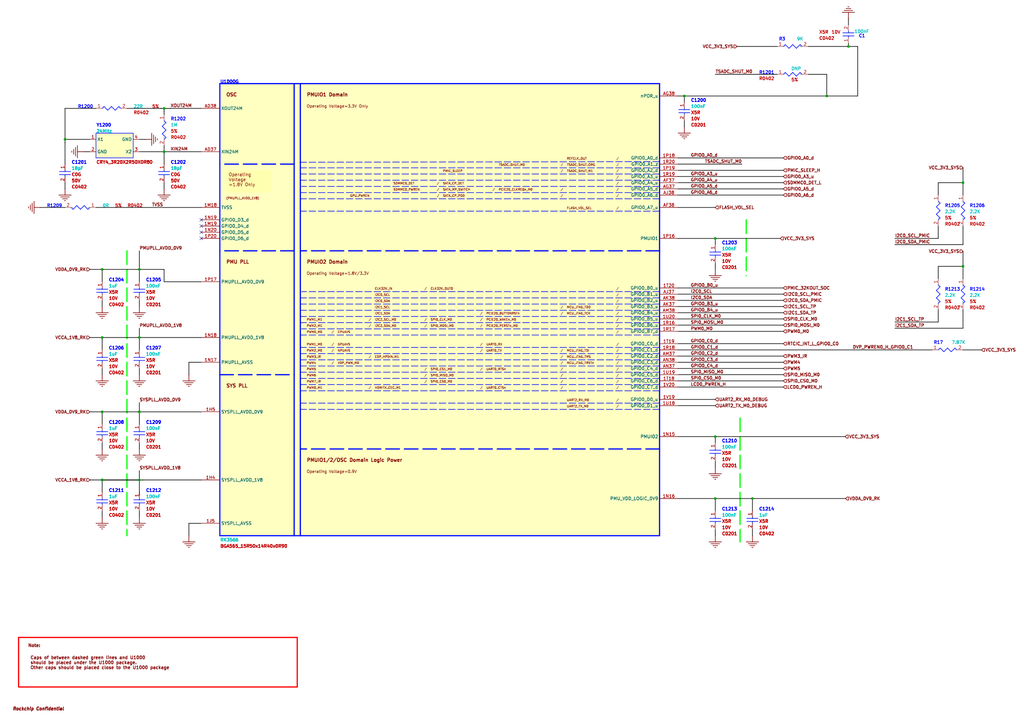
<source format=kicad_sch>
(kicad_sch (version 20231120) (generator "eeschema") (generator_version "8.0")
  (paper "User" 419.989 297.002)
  (lib_symbols
    (symbol "total-altium-import:12_0_CAP NP"
      (symbol "12_0_CAP NP_1_0"
        (pin passive line (at 2.54 2.54 270) (length 2.54) (name "1") (number "1"))
        (pin passive line (at 2.54 -5.08 90) (length 2.54) (name "2") (number "2"))
      )
    )
    (symbol "total-altium-import:12_0_CRYSTAL_4P"
      (symbol "12_0_CRYSTAL_4P_1_0"
        (pin passive line (at -2.54 -2.54 0) (length 2.54) (name "X1") (number "1"))
        (pin power_in line (at -2.54 -7.62 0) (length 2.54) (name "GND") (number "2"))
        (pin passive line (at 17.78 -7.62 180) (length 2.54) (name "X2") (number "3"))
        (pin power_in line (at 17.78 -2.54 180) (length 2.54) (name "GND") (number "4"))
      )
    )
    (symbol "total-altium-import:12_0_RESISTOR"
      (symbol "12_0_RESISTOR_1_0"
        (pin passive line (at 2.54 2.54 270) (length 2.54) (name "1") (number "1"))
        (pin passive line (at 2.54 -10.16 90) (length 2.54) (name "2") (number "2"))
      )
    )
    (symbol "total-altium-import:12_0_SOC_RK3566"
      (symbol "12_0_SOC_RK3566_1_0"
        (pin passive line (at 30.48 -7.62 180) (length 7.62) (name "VDD_CPU_1") (number "1C12"))
        (pin passive line (at 30.48 -10.16 180) (length 7.62) (name "VDD_CPU_2") (number "1D11"))
        (pin passive line (at 30.48 -12.7 180) (length 7.62) (name "VDD_CPU_3") (number "1D12"))
        (pin passive line (at 30.48 -15.24 180) (length 7.62) (name "VDD_CPU_4") (number "1E11"))
        (pin passive line (at 30.48 -17.78 180) (length 7.62) (name "VDD_CPU_5") (number "1E12"))
        (pin passive line (at 30.48 -20.32 180) (length 7.62) (name "VDD_CPU_6") (number "1E13"))
        (pin passive line (at 30.48 -22.86 180) (length 7.62) (name "VDD_CPU_7") (number "1F11"))
        (pin passive line (at 30.48 -25.4 180) (length 7.62) (name "VDD_CPU_8") (number "1F12"))
        (pin passive line (at 30.48 -27.94 180) (length 7.62) (name "VDD_CPU_9") (number "1F13"))
        (pin passive line (at 30.48 -30.48 180) (length 7.62) (name "VDD_CPU_10") (number "1F14"))
        (pin passive line (at 30.48 -33.02 180) (length 7.62) (name "VDD_CPU_11") (number "1G13"))
        (pin passive line (at 30.48 -109.22 180) (length 7.62) (name "VDD_NPU_1") (number "1G15"))
        (pin passive line (at 30.48 -53.34 180) (length 7.62) (name "VDD_LOGIC_4") (number "1H10"))
        (pin passive line (at 30.48 -111.76 180) (length 7.62) (name "VDD_NPU_2") (number "1H14"))
        (pin passive line (at 30.48 -114.3 180) (length 7.62) (name "VDD_NPU_3") (number "1H15"))
        (pin passive line (at 30.48 -45.72 180) (length 7.62) (name "VDD_LOGIC_1") (number "1H7"))
        (pin passive line (at 30.48 -48.26 180) (length 7.62) (name "VDD_LOGIC_2") (number "1H8"))
        (pin passive line (at 30.48 -50.8 180) (length 7.62) (name "VDD_LOGIC_3") (number "1H9"))
        (pin passive line (at 30.48 -58.42 180) (length 7.62) (name "VDD_LOGIC_6") (number "1J10"))
        (pin passive line (at 30.48 -116.84 180) (length 7.62) (name "VDD_NPU_4") (number "1J14"))
        (pin passive line (at 30.48 -119.38 180) (length 7.62) (name "VDD_NPU_5") (number "1J15"))
        (pin passive line (at 30.48 -55.88 180) (length 7.62) (name "VDD_LOGIC_5") (number "1J7"))
        (pin passive line (at 30.48 -63.5 180) (length 7.62) (name "VDD_LOGIC_8") (number "1K10"))
        (pin passive line (at 30.48 -60.96 180) (length 7.62) (name "VDD_LOGIC_7") (number "1K7"))
        (pin passive line (at 30.48 -66.04 180) (length 7.62) (name "VDD_LOGIC_9") (number "1L7"))
        (pin passive line (at 30.48 -78.74 180) (length 7.62) (name "VDD_GPU_1") (number "1L8"))
        (pin passive line (at 30.48 -81.28 180) (length 7.62) (name "VDD_GPU_2") (number "1L9"))
        (pin passive line (at 30.48 -83.82 180) (length 7.62) (name "VDD_GPU_3") (number "1M7"))
        (pin passive line (at 30.48 -86.36 180) (length 7.62) (name "VDD_GPU_4") (number "1M8"))
        (pin passive line (at 30.48 -88.9 180) (length 7.62) (name "VDD_GPU_5") (number "1M9"))
      )
      (symbol "12_0_SOC_RK3566_2_0"
        (pin passive line (at 30.48 -78.74 180) (length 7.62) (name "VSS_30") (number "1B10"))
        (pin passive line (at 30.48 -81.28 180) (length 7.62) (name "VSS_31") (number "1B11"))
        (pin passive line (at 30.48 -83.82 180) (length 7.62) (name "VSS_32") (number "1B15"))
        (pin passive line (at 30.48 -86.36 180) (length 7.62) (name "VSS_33") (number "1B19"))
        (pin passive line (at 30.48 -101.6 180) (length 7.62) (name "VSS_39") (number "1C14"))
        (pin passive line (at 30.48 -104.14 180) (length 7.62) (name "VSS_40") (number "1C16"))
        (pin passive line (at 30.48 -106.68 180) (length 7.62) (name "VSS_41") (number "1C18"))
        (pin passive line (at 30.48 -88.9 180) (length 7.62) (name "VSS_34") (number "1C4"))
        (pin passive line (at 30.48 -91.44 180) (length 7.62) (name "VSS_35") (number "1C5"))
        (pin passive line (at 30.48 -93.98 180) (length 7.62) (name "VSS_36") (number "1C6"))
        (pin passive line (at 30.48 -96.52 180) (length 7.62) (name "VSS_37") (number "1C8"))
        (pin passive line (at 30.48 -99.06 180) (length 7.62) (name "VSS_38") (number "1C9"))
        (pin passive line (at 30.48 -109.22 180) (length 7.62) (name "VSS_42") (number "1D1"))
        (pin passive line (at 30.48 -114.3 180) (length 7.62) (name "VSS_44") (number "1D10"))
        (pin passive line (at 30.48 -116.84 180) (length 7.62) (name "VSS_45") (number "1D14"))
        (pin passive line (at 30.48 -111.76 180) (length 7.62) (name "VSS_43") (number "1D3"))
        (pin passive line (at 30.48 -124.46 180) (length 7.62) (name "VSS_48") (number "1E10"))
        (pin passive line (at 30.48 -127 180) (length 7.62) (name "VSS_49") (number "1E14"))
        (pin passive line (at 30.48 -129.54 180) (length 7.62) (name "VSS_50") (number "1E15"))
        (pin passive line (at 30.48 -119.38 180) (length 7.62) (name "VSS_46") (number "1E3"))
        (pin passive line (at 30.48 -121.92 180) (length 7.62) (name "VSS_47") (number "1E8"))
        (pin passive line (at 30.48 -5.08 180) (length 7.62) (name "VSS_1") (number "A1"))
        (pin passive line (at 30.48 -7.62 180) (length 7.62) (name "VSS_2") (number "A2"))
        (pin passive line (at 30.48 -10.16 180) (length 7.62) (name "VSS_3") (number "A38"))
        (pin passive line (at 30.48 -48.26 180) (length 7.62) (name "VSS_18") (number "AA2"))
        (pin passive line (at 30.48 -63.5 180) (length 7.62) (name "VSS_24") (number "AC37"))
        (pin passive line (at 30.48 -50.8 180) (length 7.62) (name "VSS_19") (number "AD2"))
        (pin passive line (at 30.48 -66.04 180) (length 7.62) (name "VSS_25") (number "AE37"))
        (pin passive line (at 30.48 -68.58 180) (length 7.62) (name "VSS_26") (number "AH37"))
        (pin passive line (at 30.48 -71.12 180) (length 7.62) (name "VSS_27") (number "AL37"))
        (pin passive line (at 30.48 -53.34 180) (length 7.62) (name "VSS_20") (number "AP2"))
        (pin passive line (at 30.48 -73.66 180) (length 7.62) (name "VSS_28") (number "AP37"))
        (pin passive line (at 30.48 -58.42 180) (length 7.62) (name "VSS_22") (number "AP8"))
        (pin passive line (at 30.48 -55.88 180) (length 7.62) (name "VSS_21") (number "AR1"))
        (pin passive line (at 30.48 -76.2 180) (length 7.62) (name "VSS_29") (number "AR38"))
        (pin passive line (at 30.48 -12.7 180) (length 7.62) (name "VSS_4") (number "B1"))
        (pin passive line (at 30.48 -20.32 180) (length 7.62) (name "VSS_7") (number "B11"))
        (pin passive line (at 30.48 -22.86 180) (length 7.62) (name "VSS_8") (number "B14"))
        (pin passive line (at 30.48 -25.4 180) (length 7.62) (name "VSS_9") (number "B18"))
        (pin passive line (at 30.48 -15.24 180) (length 7.62) (name "VSS_5") (number "B2"))
        (pin passive line (at 30.48 -27.94 180) (length 7.62) (name "VSS_10") (number "B21"))
        (pin passive line (at 30.48 -30.48 180) (length 7.62) (name "VSS_11") (number "B28"))
        (pin passive line (at 30.48 -33.02 180) (length 7.62) (name "VSS_12") (number "B31"))
        (pin passive line (at 30.48 -17.78 180) (length 7.62) (name "VSS_6") (number "B6"))
        (pin passive line (at 30.48 -35.56 180) (length 7.62) (name "VSS_13") (number "D2"))
        (pin passive line (at 30.48 -60.96 180) (length 7.62) (name "VSS_23") (number "E37"))
        (pin passive line (at 30.48 -38.1 180) (length 7.62) (name "VSS_14") (number "J2"))
        (pin passive line (at 30.48 -40.64 180) (length 7.62) (name "VSS_15") (number "L2"))
        (pin passive line (at 30.48 -43.18 180) (length 7.62) (name "VSS_16") (number "U2"))
        (pin passive line (at 30.48 -45.72 180) (length 7.62) (name "VSS_17") (number "W2"))
      )
      (symbol "12_0_SOC_RK3566_3_0"
        (pin passive line (at 30.48 -5.08 180) (length 7.62) (name "VSS_51") (number "1E17"))
        (pin passive line (at 30.48 -17.78 180) (length 7.62) (name "VSS_56") (number "1F10"))
        (pin passive line (at 30.48 -20.32 180) (length 7.62) (name "VSS_57") (number "1F15"))
        (pin passive line (at 30.48 -22.86 180) (length 7.62) (name "VSS_58") (number "1F16"))
        (pin passive line (at 30.48 -7.62 180) (length 7.62) (name "VSS_52") (number "1F6"))
        (pin passive line (at 30.48 -10.16 180) (length 7.62) (name "VSS_53") (number "1F7"))
        (pin passive line (at 30.48 -12.7 180) (length 7.62) (name "VSS_54") (number "1F8"))
        (pin passive line (at 30.48 -15.24 180) (length 7.62) (name "VSS_55") (number "1F9"))
        (pin passive line (at 30.48 -38.1 180) (length 7.62) (name "VSS_64") (number "1G10"))
        (pin passive line (at 30.48 -40.64 180) (length 7.62) (name "VSS_65") (number "1G11"))
        (pin passive line (at 30.48 -43.18 180) (length 7.62) (name "VSS_66") (number "1G12"))
        (pin passive line (at 30.48 -45.72 180) (length 7.62) (name "VSS_67") (number "1G14"))
        (pin passive line (at 30.48 -25.4 180) (length 7.62) (name "VSS_59") (number "1G3"))
        (pin passive line (at 30.48 -27.94 180) (length 7.62) (name "VSS_60") (number "1G6"))
        (pin passive line (at 30.48 -30.48 180) (length 7.62) (name "VSS_61") (number "1G7"))
        (pin passive line (at 30.48 -33.02 180) (length 7.62) (name "VSS_62") (number "1G8"))
        (pin passive line (at 30.48 -35.56 180) (length 7.62) (name "VSS_63") (number "1G9"))
        (pin passive line (at 30.48 -48.26 180) (length 7.62) (name "VSS_68") (number "1H1"))
        (pin passive line (at 30.48 -55.88 180) (length 7.62) (name "VSS_71") (number "1H11"))
        (pin passive line (at 30.48 -58.42 180) (length 7.62) (name "VSS_72") (number "1H12"))
        (pin passive line (at 30.48 -60.96 180) (length 7.62) (name "VSS_73") (number "1H13"))
        (pin passive line (at 30.48 -50.8 180) (length 7.62) (name "VSS_69") (number "1H2"))
        (pin passive line (at 30.48 -53.34 180) (length 7.62) (name "VSS_70") (number "1H6"))
        (pin passive line (at 30.48 -63.5 180) (length 7.62) (name "VSS_74") (number "1J1"))
        (pin passive line (at 30.48 -73.66 180) (length 7.62) (name "VSS_78") (number "1J11"))
        (pin passive line (at 30.48 -76.2 180) (length 7.62) (name "VSS_79") (number "1J12"))
        (pin passive line (at 30.48 -78.74 180) (length 7.62) (name "VSS_80") (number "1J13"))
        (pin passive line (at 30.48 -66.04 180) (length 7.62) (name "VSS_75") (number "1J6"))
        (pin passive line (at 30.48 -68.58 180) (length 7.62) (name "VSS_76") (number "1J8"))
        (pin passive line (at 30.48 -71.12 180) (length 7.62) (name "VSS_77") (number "1J9"))
        (pin passive line (at 30.48 -99.06 180) (length 7.62) (name "VSS_88") (number "1K11"))
        (pin passive line (at 30.48 -101.6 180) (length 7.62) (name "VSS_89") (number "1K12"))
        (pin passive line (at 30.48 -104.14 180) (length 7.62) (name "VSS_90") (number "1K13"))
        (pin passive line (at 30.48 -106.68 180) (length 7.62) (name "VSS_91") (number "1K14"))
        (pin passive line (at 30.48 -109.22 180) (length 7.62) (name "VSS_92") (number "1K15"))
        (pin passive line (at 30.48 -81.28 180) (length 7.62) (name "VSS_81") (number "1K2"))
        (pin passive line (at 30.48 -83.82 180) (length 7.62) (name "VSS_82") (number "1K3"))
        (pin passive line (at 30.48 -86.36 180) (length 7.62) (name "VSS_83") (number "1K4"))
        (pin passive line (at 30.48 -88.9 180) (length 7.62) (name "VSS_84") (number "1K5"))
        (pin passive line (at 30.48 -91.44 180) (length 7.62) (name "VSS_85") (number "1K6"))
        (pin passive line (at 30.48 -93.98 180) (length 7.62) (name "VSS_86") (number "1K8"))
        (pin passive line (at 30.48 -96.52 180) (length 7.62) (name "VSS_87") (number "1K9"))
        (pin passive line (at 30.48 -116.84 180) (length 7.62) (name "VSS_95") (number "1L10"))
        (pin passive line (at 30.48 -119.38 180) (length 7.62) (name "VSS_96") (number "1L11"))
        (pin passive line (at 30.48 -121.92 180) (length 7.62) (name "VSS_97") (number "1L12"))
        (pin passive line (at 30.48 -124.46 180) (length 7.62) (name "VSS_98") (number "1L13"))
        (pin passive line (at 30.48 -127 180) (length 7.62) (name "VSS_99") (number "1L14"))
        (pin passive line (at 30.48 -129.54 180) (length 7.62) (name "VSS_100") (number "1L15"))
        (pin passive line (at 30.48 -111.76 180) (length 7.62) (name "VSS_93") (number "1L3"))
        (pin passive line (at 30.48 -114.3 180) (length 7.62) (name "VSS_94") (number "1L6"))
      )
      (symbol "12_0_SOC_RK3566_4_0"
        (pin passive line (at 30.48 -15.24 180) (length 7.62) (name "VSS_105") (number "1M10"))
        (pin passive line (at 30.48 -17.78 180) (length 7.62) (name "VSS_106") (number "1M11"))
        (pin passive line (at 30.48 -20.32 180) (length 7.62) (name "VSS_107") (number "1M12"))
        (pin passive line (at 30.48 -22.86 180) (length 7.62) (name "VSS_108") (number "1M13"))
        (pin passive line (at 30.48 -25.4 180) (length 7.62) (name "VSS_109") (number "1M14"))
        (pin passive line (at 30.48 -27.94 180) (length 7.62) (name "VSS_110") (number "1M15"))
        (pin passive line (at 30.48 -30.48 180) (length 7.62) (name "VSS_111") (number "1M16"))
        (pin passive line (at 30.48 -33.02 180) (length 7.62) (name "VSS_112") (number "1M17"))
        (pin passive line (at 30.48 -35.56 180) (length 7.62) (name "VSS_113") (number "1M20"))
        (pin passive line (at 30.48 -5.08 180) (length 7.62) (name "VSS_101") (number "1M3"))
        (pin passive line (at 30.48 -7.62 180) (length 7.62) (name "VSS_102") (number "1M4"))
        (pin passive line (at 30.48 -10.16 180) (length 7.62) (name "VSS_103") (number "1M5"))
        (pin passive line (at 30.48 -12.7 180) (length 7.62) (name "VSS_104") (number "1M6"))
        (pin passive line (at 30.48 -38.1 180) (length 7.62) (name "VSS_114") (number "1N3"))
        (pin passive line (at 30.48 -40.64 180) (length 7.62) (name "VSS_115") (number "1N4"))
        (pin passive line (at 30.48 -43.18 180) (length 7.62) (name "VSS_116") (number "1N7"))
        (pin passive line (at 30.48 -45.72 180) (length 7.62) (name "VSS_117") (number "1P1"))
        (pin passive line (at 30.48 -55.88 180) (length 7.62) (name "VSS_121") (number "1P15"))
        (pin passive line (at 30.48 -48.26 180) (length 7.62) (name "VSS_118") (number "1P5"))
        (pin passive line (at 30.48 -50.8 180) (length 7.62) (name "VSS_119") (number "1P6"))
        (pin passive line (at 30.48 -53.34 180) (length 7.62) (name "VSS_120") (number "1P7"))
        (pin passive line (at 30.48 -58.42 180) (length 7.62) (name "VSS_122") (number "1R3"))
        (pin passive line (at 30.48 -60.96 180) (length 7.62) (name "VSS_123") (number "1R4"))
        (pin passive line (at 30.48 -63.5 180) (length 7.62) (name "VSS_124") (number "1R5"))
        (pin passive line (at 30.48 -66.04 180) (length 7.62) (name "VSS_125") (number "1R6"))
        (pin passive line (at 30.48 -68.58 180) (length 7.62) (name "VSS_126") (number "1R7"))
        (pin passive line (at 30.48 -71.12 180) (length 7.62) (name "VSS_127") (number "1T3"))
        (pin passive line (at 30.48 -73.66 180) (length 7.62) (name "VSS_128") (number "1T5"))
        (pin passive line (at 30.48 -76.2 180) (length 7.62) (name "VSS_129") (number "1U2"))
        (pin passive line (at 30.48 -78.74 180) (length 7.62) (name "VSS_130") (number "1V1"))
        (pin passive line (at 30.48 -81.28 180) (length 7.62) (name "VSS_131") (number "1V4"))
      )
      (symbol "12_0_SOC_RK3566_5_0"
        (pin passive line (at 30.48 -119.38 180) (length 7.62) (name "AVSS1_6") (number "1F20"))
        (pin passive line (at 30.48 -121.92 180) (length 7.62) (name "AVSS1_7") (number "1G16"))
        (pin passive line (at 30.48 -124.46 180) (length 7.62) (name "AVSS1_8") (number "1G18"))
        (pin passive line (at 30.48 -127 180) (length 7.62) (name "AVSS1_9") (number "1G19"))
        (pin passive line (at 30.48 -129.54 180) (length 7.62) (name "AVSS1_10") (number "1G20"))
        (pin passive line (at 30.48 -132.08 180) (length 7.62) (name "AVSS1_11") (number "1J16"))
        (pin passive line (at 30.48 -134.62 180) (length 7.62) (name "AVSS1_12") (number "1J18"))
        (pin passive line (at 30.48 -137.16 180) (length 7.62) (name "AVSS1_13") (number "1K18"))
        (pin passive line (at 30.48 -139.7 180) (length 7.62) (name "AVSS1_14") (number "1L19"))
        (pin passive line (at 30.48 -25.4 180) (length 7.62) (name "AVSS_9") (number "1N11"))
        (pin passive line (at 30.48 -27.94 180) (length 7.62) (name "AVSS_10") (number "1N12"))
        (pin passive line (at 30.48 -33.02 180) (length 7.62) (name "AVSS_12") (number "1P10"))
        (pin passive line (at 30.48 -35.56 180) (length 7.62) (name "AVSS_13") (number "1P14"))
        (pin passive line (at 30.48 -30.48 180) (length 7.62) (name "AVSS_11") (number "1P8"))
        (pin passive line (at 30.48 -43.18 180) (length 7.62) (name "AVSS_16") (number "1R11"))
        (pin passive line (at 30.48 -45.72 180) (length 7.62) (name "AVSS_17") (number "1R12"))
        (pin passive line (at 30.48 -48.26 180) (length 7.62) (name "AVSS_18") (number "1R13"))
        (pin passive line (at 30.48 -50.8 180) (length 7.62) (name "AVSS_19") (number "1R14"))
        (pin passive line (at 30.48 -53.34 180) (length 7.62) (name "AVSS_20") (number "1R15"))
        (pin passive line (at 30.48 -38.1 180) (length 7.62) (name "AVSS_14") (number "1R8"))
        (pin passive line (at 30.48 -40.64 180) (length 7.62) (name "AVSS_15") (number "1R9"))
        (pin passive line (at 30.48 -63.5 180) (length 7.62) (name "AVSS_24") (number "1T10"))
        (pin passive line (at 30.48 -66.04 180) (length 7.62) (name "AVSS_25") (number "1T11"))
        (pin passive line (at 30.48 -68.58 180) (length 7.62) (name "AVSS_26") (number "1T12"))
        (pin passive line (at 30.48 -71.12 180) (length 7.62) (name "AVSS_27") (number "1T13"))
        (pin passive line (at 30.48 -73.66 180) (length 7.62) (name "AVSS_28") (number "1T14"))
        (pin passive line (at 30.48 -76.2 180) (length 7.62) (name "AVSS_29") (number "1T15"))
        (pin passive line (at 30.48 -78.74 180) (length 7.62) (name "AVSS_30") (number "1T16"))
        (pin passive line (at 30.48 -81.28 180) (length 7.62) (name "AVSS_31") (number "1T17"))
        (pin passive line (at 30.48 -55.88 180) (length 7.62) (name "AVSS_21") (number "1T7"))
        (pin passive line (at 30.48 -58.42 180) (length 7.62) (name "AVSS_22") (number "1T8"))
        (pin passive line (at 30.48 -60.96 180) (length 7.62) (name "AVSS_23") (number "1T9"))
        (pin passive line (at 30.48 -83.82 180) (length 7.62) (name "AVSS_32") (number "1U12"))
        (pin passive line (at 30.48 -86.36 180) (length 7.62) (name "AVSS_33") (number "1U13"))
        (pin passive line (at 30.48 -88.9 180) (length 7.62) (name "AVSS_34") (number "1U15"))
        (pin passive line (at 30.48 -91.44 180) (length 7.62) (name "AVSS_35") (number "1U17"))
        (pin passive line (at 30.48 -96.52 180) (length 7.62) (name "AVSS_37") (number "1V12"))
        (pin passive line (at 30.48 -99.06 180) (length 7.62) (name "AVSS_38") (number "1V13"))
        (pin passive line (at 30.48 -101.6 180) (length 7.62) (name "AVSS_39") (number "1V18"))
        (pin passive line (at 30.48 -93.98 180) (length 7.62) (name "AVSS_36") (number "1V7"))
        (pin passive line (at 30.48 -5.08 180) (length 7.62) (name "AVSS_1") (number "AP13"))
        (pin passive line (at 30.48 -7.62 180) (length 7.62) (name "AVSS_2") (number "AP16"))
        (pin passive line (at 30.48 -10.16 180) (length 7.62) (name "AVSS_3") (number "AP19"))
        (pin passive line (at 30.48 -12.7 180) (length 7.62) (name "AVSS_4") (number "AP22"))
        (pin passive line (at 30.48 -15.24 180) (length 7.62) (name "AVSS_5") (number "AP25"))
        (pin passive line (at 30.48 -17.78 180) (length 7.62) (name "AVSS_6") (number "AP28"))
        (pin passive line (at 30.48 -20.32 180) (length 7.62) (name "AVSS_7") (number "AP31"))
        (pin passive line (at 30.48 -22.86 180) (length 7.62) (name "AVSS_8") (number "AP34"))
        (pin passive line (at 30.48 -106.68 180) (length 7.62) (name "AVSS1_1") (number "H37"))
        (pin passive line (at 30.48 -109.22 180) (length 7.62) (name "AVSS1_2") (number "L37"))
        (pin passive line (at 30.48 -111.76 180) (length 7.62) (name "AVSS1_3") (number "P37"))
        (pin passive line (at 30.48 -114.3 180) (length 7.62) (name "AVSS1_4") (number "U37"))
        (pin passive line (at 30.48 -116.84 180) (length 7.62) (name "AVSS1_5") (number "Y37"))
      )
      (symbol "12_0_SOC_RK3566_6_0"
        (text "---" (at 133.096 -13.462 0) (effects (font (size 0.889 0.889)) (justify left bottom)))
        (text "---" (at 178.816 -104.902 0) (effects (font (size 0.889 0.889)) (justify left bottom)))
        (text "---" (at 178.816 -76.962 0) (effects (font (size 0.889 0.889)) (justify left bottom)))
        (text "---" (at 178.816 -74.422 0) (effects (font (size 0.889 0.889)) (justify left bottom)))
        (text "---" (at 178.816 -66.802 0) (effects (font (size 0.889 0.889)) (justify left bottom)))
        (text "---" (at 178.816 -64.262 0) (effects (font (size 0.889 0.889)) (justify left bottom)))
        (text "---" (at 178.816 -56.642 0) (effects (font (size 0.889 0.889)) (justify left bottom)))
        (text "---" (at 178.816 -49.022 0) (effects (font (size 0.889 0.889)) (justify left bottom)))
        (text "---" (at 178.816 -41.402 0) (effects (font (size 0.889 0.889)) (justify left bottom)))
        (text "---" (at 178.816 -38.862 0) (effects (font (size 0.889 0.889)) (justify left bottom)))
        (text "---" (at 178.816 -31.242 0) (effects (font (size 0.889 0.889)) (justify left bottom)))
        (text "---" (at 178.816 -18.542 0) (effects (font (size 0.889 0.889)) (justify left bottom)))
        (text "---" (at 178.816 -13.462 0) (effects (font (size 0.889 0.889)) (justify left bottom)))
        (text "---" (at 178.816 -10.922 0) (effects (font (size 0.889 0.889)) (justify left bottom)))
        (text "/" (at 17.78 -155.702 0) (effects (font (size 0.889 0.889)) (justify left bottom)))
        (text "/" (at 17.78 -153.162 0) (effects (font (size 0.889 0.889)) (justify left bottom)))
        (text "/" (at 17.78 -148.082 0) (effects (font (size 0.889 0.889)) (justify left bottom)))
        (text "/" (at 17.78 -143.002 0) (effects (font (size 0.889 0.889)) (justify left bottom)))
        (text "/" (at 17.78 -140.462 0) (effects (font (size 0.889 0.889)) (justify left bottom)))
        (text "/" (at 17.78 -137.922 0) (effects (font (size 0.889 0.889)) (justify left bottom)))
        (text "/" (at 17.78 -135.382 0) (effects (font (size 0.889 0.889)) (justify left bottom)))
        (text "/" (at 17.78 -132.842 0) (effects (font (size 0.889 0.889)) (justify left bottom)))
        (text "/" (at 17.78 -130.302 0) (effects (font (size 0.889 0.889)) (justify left bottom)))
        (text "/" (at 17.78 -127.762 0) (effects (font (size 0.889 0.889)) (justify left bottom)))
        (text "/" (at 17.78 -125.222 0) (effects (font (size 0.889 0.889)) (justify left bottom)))
        (text "/" (at 17.78 -117.602 0) (effects (font (size 0.889 0.889)) (justify left bottom)))
        (text "/" (at 17.78 -115.062 0) (effects (font (size 0.889 0.889)) (justify left bottom)))
        (text "/" (at 17.78 -109.982 0) (effects (font (size 0.889 0.889)) (justify left bottom)))
        (text "/" (at 17.78 -104.902 0) (effects (font (size 0.889 0.889)) (justify left bottom)))
        (text "/" (at 17.78 -102.362 0) (effects (font (size 0.889 0.889)) (justify left bottom)))
        (text "/" (at 17.78 -99.822 0) (effects (font (size 0.889 0.889)) (justify left bottom)))
        (text "/" (at 17.78 -97.282 0) (effects (font (size 0.889 0.889)) (justify left bottom)))
        (text "/" (at 17.78 -94.742 0) (effects (font (size 0.889 0.889)) (justify left bottom)))
        (text "/" (at 17.78 -92.202 0) (effects (font (size 0.889 0.889)) (justify left bottom)))
        (text "/" (at 17.78 -89.662 0) (effects (font (size 0.889 0.889)) (justify left bottom)))
        (text "/" (at 17.78 -87.122 0) (effects (font (size 0.889 0.889)) (justify left bottom)))
        (text "/" (at 17.78 -79.502 0) (effects (font (size 0.889 0.889)) (justify left bottom)))
        (text "/" (at 17.78 -76.962 0) (effects (font (size 0.889 0.889)) (justify left bottom)))
        (text "/" (at 17.78 -71.882 0) (effects (font (size 0.889 0.889)) (justify left bottom)))
        (text "/" (at 17.78 -66.802 0) (effects (font (size 0.889 0.889)) (justify left bottom)))
        (text "/" (at 17.78 -64.262 0) (effects (font (size 0.889 0.889)) (justify left bottom)))
        (text "/" (at 17.78 -61.722 0) (effects (font (size 0.889 0.889)) (justify left bottom)))
        (text "/" (at 17.78 -59.182 0) (effects (font (size 0.889 0.889)) (justify left bottom)))
        (text "/" (at 17.78 -56.642 0) (effects (font (size 0.889 0.889)) (justify left bottom)))
        (text "/" (at 17.78 -54.102 0) (effects (font (size 0.889 0.889)) (justify left bottom)))
        (text "/" (at 17.78 -51.562 0) (effects (font (size 0.889 0.889)) (justify left bottom)))
        (text "/" (at 17.78 -49.022 0) (effects (font (size 0.889 0.889)) (justify left bottom)))
        (text "/" (at 17.78 -41.402 0) (effects (font (size 0.889 0.889)) (justify left bottom)))
        (text "/" (at 17.78 -38.862 0) (effects (font (size 0.889 0.889)) (justify left bottom)))
        (text "/" (at 17.78 -33.782 0) (effects (font (size 0.889 0.889)) (justify left bottom)))
        (text "/" (at 17.78 -28.702 0) (effects (font (size 0.889 0.889)) (justify left bottom)))
        (text "/" (at 17.78 -26.162 0) (effects (font (size 0.889 0.889)) (justify left bottom)))
        (text "/" (at 17.78 -23.622 0) (effects (font (size 0.889 0.889)) (justify left bottom)))
        (text "/" (at 17.78 -21.082 0) (effects (font (size 0.889 0.889)) (justify left bottom)))
        (text "/" (at 17.78 -18.542 0) (effects (font (size 0.889 0.889)) (justify left bottom)))
        (text "/" (at 17.78 -16.002 0) (effects (font (size 0.889 0.889)) (justify left bottom)))
        (text "/" (at 17.78 -13.462 0) (effects (font (size 0.889 0.889)) (justify left bottom)))
        (text "/" (at 17.78 -10.922 0) (effects (font (size 0.889 0.889)) (justify left bottom)))
        (text "/" (at 40.64 -155.702 0) (effects (font (size 0.889 0.889)) (justify left bottom)))
        (text "/" (at 40.64 -153.162 0) (effects (font (size 0.889 0.889)) (justify left bottom)))
        (text "/" (at 40.64 -148.082 0) (effects (font (size 0.889 0.889)) (justify left bottom)))
        (text "/" (at 40.64 -143.002 0) (effects (font (size 0.889 0.889)) (justify left bottom)))
        (text "/" (at 40.64 -140.462 0) (effects (font (size 0.889 0.889)) (justify left bottom)))
        (text "/" (at 40.64 -137.922 0) (effects (font (size 0.889 0.889)) (justify left bottom)))
        (text "/" (at 40.64 -135.382 0) (effects (font (size 0.889 0.889)) (justify left bottom)))
        (text "/" (at 40.64 -132.842 0) (effects (font (size 0.889 0.889)) (justify left bottom)))
        (text "/" (at 40.64 -130.302 0) (effects (font (size 0.889 0.889)) (justify left bottom)))
        (text "/" (at 40.64 -127.762 0) (effects (font (size 0.889 0.889)) (justify left bottom)))
        (text "/" (at 40.64 -125.222 0) (effects (font (size 0.889 0.889)) (justify left bottom)))
        (text "/" (at 40.64 -117.602 0) (effects (font (size 0.889 0.889)) (justify left bottom)))
        (text "/" (at 40.64 -115.062 0) (effects (font (size 0.889 0.889)) (justify left bottom)))
        (text "/" (at 40.64 -109.982 0) (effects (font (size 0.889 0.889)) (justify left bottom)))
        (text "/" (at 40.64 -104.902 0) (effects (font (size 0.889 0.889)) (justify left bottom)))
        (text "/" (at 40.64 -102.362 0) (effects (font (size 0.889 0.889)) (justify left bottom)))
        (text "/" (at 40.64 -99.822 0) (effects (font (size 0.889 0.889)) (justify left bottom)))
        (text "/" (at 40.64 -97.282 0) (effects (font (size 0.889 0.889)) (justify left bottom)))
        (text "/" (at 40.64 -94.742 0) (effects (font (size 0.889 0.889)) (justify left bottom)))
        (text "/" (at 40.64 -92.202 0) (effects (font (size 0.889 0.889)) (justify left bottom)))
        (text "/" (at 40.64 -89.662 0) (effects (font (size 0.889 0.889)) (justify left bottom)))
        (text "/" (at 40.64 -87.122 0) (effects (font (size 0.889 0.889)) (justify left bottom)))
        (text "/" (at 40.64 -79.502 0) (effects (font (size 0.889 0.889)) (justify left bottom)))
        (text "/" (at 40.64 -76.962 0) (effects (font (size 0.889 0.889)) (justify left bottom)))
        (text "/" (at 40.64 -71.882 0) (effects (font (size 0.889 0.889)) (justify left bottom)))
        (text "/" (at 40.64 -66.802 0) (effects (font (size 0.889 0.889)) (justify left bottom)))
        (text "/" (at 40.64 -64.262 0) (effects (font (size 0.889 0.889)) (justify left bottom)))
        (text "/" (at 40.64 -61.722 0) (effects (font (size 0.889 0.889)) (justify left bottom)))
        (text "/" (at 40.64 -59.182 0) (effects (font (size 0.889 0.889)) (justify left bottom)))
        (text "/" (at 40.64 -56.642 0) (effects (font (size 0.889 0.889)) (justify left bottom)))
        (text "/" (at 40.64 -54.102 0) (effects (font (size 0.889 0.889)) (justify left bottom)))
        (text "/" (at 40.64 -51.562 0) (effects (font (size 0.889 0.889)) (justify left bottom)))
        (text "/" (at 40.64 -49.022 0) (effects (font (size 0.889 0.889)) (justify left bottom)))
        (text "/" (at 40.64 -41.402 0) (effects (font (size 0.889 0.889)) (justify left bottom)))
        (text "/" (at 40.64 -38.862 0) (effects (font (size 0.889 0.889)) (justify left bottom)))
        (text "/" (at 40.64 -33.782 0) (effects (font (size 0.889 0.889)) (justify left bottom)))
        (text "/" (at 40.64 -28.702 0) (effects (font (size 0.889 0.889)) (justify left bottom)))
        (text "/" (at 40.64 -26.162 0) (effects (font (size 0.889 0.889)) (justify left bottom)))
        (text "/" (at 40.64 -23.622 0) (effects (font (size 0.889 0.889)) (justify left bottom)))
        (text "/" (at 40.64 -21.082 0) (effects (font (size 0.889 0.889)) (justify left bottom)))
        (text "/" (at 40.64 -18.542 0) (effects (font (size 0.889 0.889)) (justify left bottom)))
        (text "/" (at 40.64 -16.002 0) (effects (font (size 0.889 0.889)) (justify left bottom)))
        (text "/" (at 40.64 -13.462 0) (effects (font (size 0.889 0.889)) (justify left bottom)))
        (text "/" (at 40.64 -10.922 0) (effects (font (size 0.889 0.889)) (justify left bottom)))
        (text "/" (at 63.5 -155.702 0) (effects (font (size 0.889 0.889)) (justify left bottom)))
        (text "/" (at 63.5 -153.162 0) (effects (font (size 0.889 0.889)) (justify left bottom)))
        (text "/" (at 63.5 -148.082 0) (effects (font (size 0.889 0.889)) (justify left bottom)))
        (text "/" (at 63.5 -143.002 0) (effects (font (size 0.889 0.889)) (justify left bottom)))
        (text "/" (at 63.5 -140.462 0) (effects (font (size 0.889 0.889)) (justify left bottom)))
        (text "/" (at 63.5 -137.922 0) (effects (font (size 0.889 0.889)) (justify left bottom)))
        (text "/" (at 63.5 -135.382 0) (effects (font (size 0.889 0.889)) (justify left bottom)))
        (text "/" (at 63.5 -132.842 0) (effects (font (size 0.889 0.889)) (justify left bottom)))
        (text "/" (at 63.5 -130.302 0) (effects (font (size 0.889 0.889)) (justify left bottom)))
        (text "/" (at 63.5 -127.762 0) (effects (font (size 0.889 0.889)) (justify left bottom)))
        (text "/" (at 63.5 -125.222 0) (effects (font (size 0.889 0.889)) (justify left bottom)))
        (text "/" (at 63.5 -117.602 0) (effects (font (size 0.889 0.889)) (justify left bottom)))
        (text "/" (at 63.5 -115.062 0) (effects (font (size 0.889 0.889)) (justify left bottom)))
        (text "/" (at 63.5 -109.982 0) (effects (font (size 0.889 0.889)) (justify left bottom)))
        (text "/" (at 63.5 -104.902 0) (effects (font (size 0.889 0.889)) (justify left bottom)))
        (text "/" (at 63.5 -102.362 0) (effects (font (size 0.889 0.889)) (justify left bottom)))
        (text "/" (at 63.5 -99.822 0) (effects (font (size 0.889 0.889)) (justify left bottom)))
        (text "/" (at 63.5 -97.282 0) (effects (font (size 0.889 0.889)) (justify left bottom)))
        (text "/" (at 63.5 -94.742 0) (effects (font (size 0.889 0.889)) (justify left bottom)))
        (text "/" (at 63.5 -92.202 0) (effects (font (size 0.889 0.889)) (justify left bottom)))
        (text "/" (at 63.5 -89.662 0) (effects (font (size 0.889 0.889)) (justify left bottom)))
        (text "/" (at 63.5 -87.122 0) (effects (font (size 0.889 0.889)) (justify left bottom)))
        (text "/" (at 63.5 -79.502 0) (effects (font (size 0.889 0.889)) (justify left bottom)))
        (text "/" (at 63.5 -76.962 0) (effects (font (size 0.889 0.889)) (justify left bottom)))
        (text "/" (at 63.5 -71.882 0) (effects (font (size 0.889 0.889)) (justify left bottom)))
        (text "/" (at 63.5 -66.802 0) (effects (font (size 0.889 0.889)) (justify left bottom)))
        (text "/" (at 63.5 -64.262 0) (effects (font (size 0.889 0.889)) (justify left bottom)))
        (text "/" (at 63.5 -61.722 0) (effects (font (size 0.889 0.889)) (justify left bottom)))
        (text "/" (at 63.5 -59.182 0) (effects (font (size 0.889 0.889)) (justify left bottom)))
        (text "/" (at 63.5 -56.642 0) (effects (font (size 0.889 0.889)) (justify left bottom)))
        (text "/" (at 63.5 -54.102 0) (effects (font (size 0.889 0.889)) (justify left bottom)))
        (text "/" (at 63.5 -51.562 0) (effects (font (size 0.889 0.889)) (justify left bottom)))
        (text "/" (at 63.5 -49.022 0) (effects (font (size 0.889 0.889)) (justify left bottom)))
        (text "/" (at 63.5 -41.402 0) (effects (font (size 0.889 0.889)) (justify left bottom)))
        (text "/" (at 63.5 -38.862 0) (effects (font (size 0.889 0.889)) (justify left bottom)))
        (text "/" (at 63.5 -33.782 0) (effects (font (size 0.889 0.889)) (justify left bottom)))
        (text "/" (at 63.5 -28.702 0) (effects (font (size 0.889 0.889)) (justify left bottom)))
        (text "/" (at 63.5 -26.162 0) (effects (font (size 0.889 0.889)) (justify left bottom)))
        (text "/" (at 63.5 -23.622 0) (effects (font (size 0.889 0.889)) (justify left bottom)))
        (text "/" (at 63.5 -21.082 0) (effects (font (size 0.889 0.889)) (justify left bottom)))
        (text "/" (at 63.5 -18.542 0) (effects (font (size 0.889 0.889)) (justify left bottom)))
        (text "/" (at 63.5 -16.002 0) (effects (font (size 0.889 0.889)) (justify left bottom)))
        (text "/" (at 63.5 -13.462 0) (effects (font (size 0.889 0.889)) (justify left bottom)))
        (text "/" (at 63.5 -10.922 0) (effects (font (size 0.889 0.889)) (justify left bottom)))
        (text "/" (at 81.28 -155.702 0) (effects (font (size 0.889 0.889)) (justify left bottom)))
        (text "/" (at 81.28 -153.162 0) (effects (font (size 0.889 0.889)) (justify left bottom)))
        (text "/" (at 81.28 -148.082 0) (effects (font (size 0.889 0.889)) (justify left bottom)))
        (text "/" (at 81.28 -143.002 0) (effects (font (size 0.889 0.889)) (justify left bottom)))
        (text "/" (at 81.28 -140.462 0) (effects (font (size 0.889 0.889)) (justify left bottom)))
        (text "/" (at 81.28 -137.922 0) (effects (font (size 0.889 0.889)) (justify left bottom)))
        (text "/" (at 81.28 -135.382 0) (effects (font (size 0.889 0.889)) (justify left bottom)))
        (text "/" (at 81.28 -132.842 0) (effects (font (size 0.889 0.889)) (justify left bottom)))
        (text "/" (at 81.28 -130.302 0) (effects (font (size 0.889 0.889)) (justify left bottom)))
        (text "/" (at 81.28 -127.762 0) (effects (font (size 0.889 0.889)) (justify left bottom)))
        (text "/" (at 81.28 -125.222 0) (effects (font (size 0.889 0.889)) (justify left bottom)))
        (text "/" (at 81.28 -117.602 0) (effects (font (size 0.889 0.889)) (justify left bottom)))
        (text "/" (at 81.28 -115.062 0) (effects (font (size 0.889 0.889)) (justify left bottom)))
        (text "/" (at 81.28 -109.982 0) (effects (font (size 0.889 0.889)) (justify left bottom)))
        (text "/" (at 81.28 -104.902 0) (effects (font (size 0.889 0.889)) (justify left bottom)))
        (text "/" (at 81.28 -102.362 0) (effects (font (size 0.889 0.889)) (justify left bottom)))
        (text "/" (at 81.28 -99.822 0) (effects (font (size 0.889 0.889)) (justify left bottom)))
        (text "/" (at 81.28 -97.282 0) (effects (font (size 0.889 0.889)) (justify left bottom)))
        (text "/" (at 81.28 -94.742 0) (effects (font (size 0.889 0.889)) (justify left bottom)))
        (text "/" (at 81.28 -92.202 0) (effects (font (size 0.889 0.889)) (justify left bottom)))
        (text "/" (at 81.28 -89.662 0) (effects (font (size 0.889 0.889)) (justify left bottom)))
        (text "/" (at 81.28 -87.122 0) (effects (font (size 0.889 0.889)) (justify left bottom)))
        (text "/" (at 81.28 -79.502 0) (effects (font (size 0.889 0.889)) (justify left bottom)))
        (text "/" (at 81.28 -76.962 0) (effects (font (size 0.889 0.889)) (justify left bottom)))
        (text "/" (at 81.28 -71.882 0) (effects (font (size 0.889 0.889)) (justify left bottom)))
        (text "/" (at 81.28 -66.802 0) (effects (font (size 0.889 0.889)) (justify left bottom)))
        (text "/" (at 81.28 -64.262 0) (effects (font (size 0.889 0.889)) (justify left bottom)))
        (text "/" (at 81.28 -61.722 0) (effects (font (size 0.889 0.889)) (justify left bottom)))
        (text "/" (at 81.28 -59.182 0) (effects (font (size 0.889 0.889)) (justify left bottom)))
        (text "/" (at 81.28 -56.642 0) (effects (font (size 0.889 0.889)) (justify left bottom)))
        (text "/" (at 81.28 -54.102 0) (effects (font (size 0.889 0.889)) (justify left bottom)))
        (text "/" (at 81.28 -51.562 0) (effects (font (size 0.889 0.889)) (justify left bottom)))
        (text "/" (at 81.28 -49.022 0) (effects (font (size 0.889 0.889)) (justify left bottom)))
        (text "/" (at 81.28 -41.402 0) (effects (font (size 0.889 0.889)) (justify left bottom)))
        (text "/" (at 81.28 -38.862 0) (effects (font (size 0.889 0.889)) (justify left bottom)))
        (text "/" (at 81.28 -33.782 0) (effects (font (size 0.889 0.889)) (justify left bottom)))
        (text "/" (at 81.28 -28.702 0) (effects (font (size 0.889 0.889)) (justify left bottom)))
        (text "/" (at 81.28 -26.162 0) (effects (font (size 0.889 0.889)) (justify left bottom)))
        (text "/" (at 81.28 -23.622 0) (effects (font (size 0.889 0.889)) (justify left bottom)))
        (text "/" (at 81.28 -21.082 0) (effects (font (size 0.889 0.889)) (justify left bottom)))
        (text "/" (at 81.28 -18.542 0) (effects (font (size 0.889 0.889)) (justify left bottom)))
        (text "/" (at 81.28 -16.002 0) (effects (font (size 0.889 0.889)) (justify left bottom)))
        (text "/" (at 81.28 -13.462 0) (effects (font (size 0.889 0.889)) (justify left bottom)))
        (text "/" (at 81.28 -10.922 0) (effects (font (size 0.889 0.889)) (justify left bottom)))
        (text "/" (at 130.556 -104.902 0) (effects (font (size 0.889 0.889)) (justify left bottom)))
        (text "/" (at 130.556 -99.822 0) (effects (font (size 0.889 0.889)) (justify left bottom)))
        (text "/" (at 130.556 -97.282 0) (effects (font (size 0.889 0.889)) (justify left bottom)))
        (text "/" (at 130.556 -94.742 0) (effects (font (size 0.889 0.889)) (justify left bottom)))
        (text "/" (at 130.556 -92.202 0) (effects (font (size 0.889 0.889)) (justify left bottom)))
        (text "/" (at 130.556 -87.122 0) (effects (font (size 0.889 0.889)) (justify left bottom)))
        (text "/" (at 130.556 -84.582 0) (effects (font (size 0.889 0.889)) (justify left bottom)))
        (text "/" (at 130.556 -79.502 0) (effects (font (size 0.889 0.889)) (justify left bottom)))
        (text "/" (at 130.556 -76.962 0) (effects (font (size 0.889 0.889)) (justify left bottom)))
        (text "/" (at 130.556 -74.422 0) (effects (font (size 0.889 0.889)) (justify left bottom)))
        (text "/" (at 130.556 -69.342 0) (effects (font (size 0.889 0.889)) (justify left bottom)))
        (text "/" (at 130.556 -66.802 0) (effects (font (size 0.889 0.889)) (justify left bottom)))
        (text "/" (at 130.556 -64.262 0) (effects (font (size 0.889 0.889)) (justify left bottom)))
        (text "/" (at 130.556 -61.722 0) (effects (font (size 0.889 0.889)) (justify left bottom)))
        (text "/" (at 130.556 -56.642 0) (effects (font (size 0.889 0.889)) (justify left bottom)))
        (text "/" (at 130.556 -54.102 0) (effects (font (size 0.889 0.889)) (justify left bottom)))
        (text "/" (at 130.556 -51.562 0) (effects (font (size 0.889 0.889)) (justify left bottom)))
        (text "/" (at 130.556 -49.022 0) (effects (font (size 0.889 0.889)) (justify left bottom)))
        (text "/" (at 130.556 -43.942 0) (effects (font (size 0.889 0.889)) (justify left bottom)))
        (text "/" (at 130.556 -41.402 0) (effects (font (size 0.889 0.889)) (justify left bottom)))
        (text "/" (at 130.556 -38.862 0) (effects (font (size 0.889 0.889)) (justify left bottom)))
        (text "/" (at 130.556 -36.322 0) (effects (font (size 0.889 0.889)) (justify left bottom)))
        (text "/" (at 130.556 -31.242 0) (effects (font (size 0.889 0.889)) (justify left bottom)))
        (text "/" (at 130.556 -28.702 0) (effects (font (size 0.889 0.889)) (justify left bottom)))
        (text "/" (at 130.556 -26.162 0) (effects (font (size 0.889 0.889)) (justify left bottom)))
        (text "/" (at 130.556 -23.622 0) (effects (font (size 0.889 0.889)) (justify left bottom)))
        (text "/" (at 130.556 -18.542 0) (effects (font (size 0.889 0.889)) (justify left bottom)))
        (text "/" (at 130.556 -16.002 0) (effects (font (size 0.889 0.889)) (justify left bottom)))
        (text "/" (at 130.556 -13.462 0) (effects (font (size 0.889 0.889)) (justify left bottom)))
        (text "/" (at 130.556 -10.922 0) (effects (font (size 0.889 0.889)) (justify left bottom)))
        (text "/" (at 155.956 -104.902 0) (effects (font (size 0.889 0.889)) (justify left bottom)))
        (text "/" (at 155.956 -99.822 0) (effects (font (size 0.889 0.889)) (justify left bottom)))
        (text "/" (at 155.956 -97.282 0) (effects (font (size 0.889 0.889)) (justify left bottom)))
        (text "/" (at 155.956 -94.742 0) (effects (font (size 0.889 0.889)) (justify left bottom)))
        (text "/" (at 155.956 -92.202 0) (effects (font (size 0.889 0.889)) (justify left bottom)))
        (text "/" (at 155.956 -87.122 0) (effects (font (size 0.889 0.889)) (justify left bottom)))
        (text "/" (at 155.956 -84.582 0) (effects (font (size 0.889 0.889)) (justify left bottom)))
        (text "/" (at 155.956 -79.502 0) (effects (font (size 0.889 0.889)) (justify left bottom)))
        (text "/" (at 155.956 -76.962 0) (effects (font (size 0.889 0.889)) (justify left bottom)))
        (text "/" (at 155.956 -74.422 0) (effects (font (size 0.889 0.889)) (justify left bottom)))
        (text "/" (at 155.956 -69.342 0) (effects (font (size 0.889 0.889)) (justify left bottom)))
        (text "/" (at 155.956 -66.802 0) (effects (font (size 0.889 0.889)) (justify left bottom)))
        (text "/" (at 155.956 -64.262 0) (effects (font (size 0.889 0.889)) (justify left bottom)))
        (text "/" (at 155.956 -61.722 0) (effects (font (size 0.889 0.889)) (justify left bottom)))
        (text "/" (at 155.956 -56.642 0) (effects (font (size 0.889 0.889)) (justify left bottom)))
        (text "/" (at 155.956 -54.102 0) (effects (font (size 0.889 0.889)) (justify left bottom)))
        (text "/" (at 155.956 -51.562 0) (effects (font (size 0.889 0.889)) (justify left bottom)))
        (text "/" (at 155.956 -49.022 0) (effects (font (size 0.889 0.889)) (justify left bottom)))
        (text "/" (at 155.956 -43.942 0) (effects (font (size 0.889 0.889)) (justify left bottom)))
        (text "/" (at 155.956 -41.402 0) (effects (font (size 0.889 0.889)) (justify left bottom)))
        (text "/" (at 155.956 -38.862 0) (effects (font (size 0.889 0.889)) (justify left bottom)))
        (text "/" (at 155.956 -36.322 0) (effects (font (size 0.889 0.889)) (justify left bottom)))
        (text "/" (at 155.956 -31.242 0) (effects (font (size 0.889 0.889)) (justify left bottom)))
        (text "/" (at 155.956 -28.702 0) (effects (font (size 0.889 0.889)) (justify left bottom)))
        (text "/" (at 155.956 -26.162 0) (effects (font (size 0.889 0.889)) (justify left bottom)))
        (text "/" (at 155.956 -23.622 0) (effects (font (size 0.889 0.889)) (justify left bottom)))
        (text "/" (at 155.956 -18.542 0) (effects (font (size 0.889 0.889)) (justify left bottom)))
        (text "/" (at 155.956 -16.002 0) (effects (font (size 0.889 0.889)) (justify left bottom)))
        (text "/" (at 155.956 -13.462 0) (effects (font (size 0.889 0.889)) (justify left bottom)))
        (text "/" (at 155.956 -10.922 0) (effects (font (size 0.889 0.889)) (justify left bottom)))
        (text "/" (at 176.276 -104.902 0) (effects (font (size 0.889 0.889)) (justify left bottom)))
        (text "/" (at 176.276 -99.822 0) (effects (font (size 0.889 0.889)) (justify left bottom)))
        (text "/" (at 176.276 -97.282 0) (effects (font (size 0.889 0.889)) (justify left bottom)))
        (text "/" (at 176.276 -94.742 0) (effects (font (size 0.889 0.889)) (justify left bottom)))
        (text "/" (at 176.276 -92.202 0) (effects (font (size 0.889 0.889)) (justify left bottom)))
        (text "/" (at 176.276 -87.122 0) (effects (font (size 0.889 0.889)) (justify left bottom)))
        (text "/" (at 176.276 -84.582 0) (effects (font (size 0.889 0.889)) (justify left bottom)))
        (text "/" (at 176.276 -79.502 0) (effects (font (size 0.889 0.889)) (justify left bottom)))
        (text "/" (at 176.276 -76.962 0) (effects (font (size 0.889 0.889)) (justify left bottom)))
        (text "/" (at 176.276 -74.422 0) (effects (font (size 0.889 0.889)) (justify left bottom)))
        (text "/" (at 176.276 -69.342 0) (effects (font (size 0.889 0.889)) (justify left bottom)))
        (text "/" (at 176.276 -66.802 0) (effects (font (size 0.889 0.889)) (justify left bottom)))
        (text "/" (at 176.276 -64.262 0) (effects (font (size 0.889 0.889)) (justify left bottom)))
        (text "/" (at 176.276 -61.722 0) (effects (font (size 0.889 0.889)) (justify left bottom)))
        (text "/" (at 176.276 -56.642 0) (effects (font (size 0.889 0.889)) (justify left bottom)))
        (text "/" (at 176.276 -54.102 0) (effects (font (size 0.889 0.889)) (justify left bottom)))
        (text "/" (at 176.276 -51.562 0) (effects (font (size 0.889 0.889)) (justify left bottom)))
        (text "/" (at 176.276 -49.022 0) (effects (font (size 0.889 0.889)) (justify left bottom)))
        (text "/" (at 176.276 -43.942 0) (effects (font (size 0.889 0.889)) (justify left bottom)))
        (text "/" (at 176.276 -41.402 0) (effects (font (size 0.889 0.889)) (justify left bottom)))
        (text "/" (at 176.276 -38.862 0) (effects (font (size 0.889 0.889)) (justify left bottom)))
        (text "/" (at 176.276 -36.322 0) (effects (font (size 0.889 0.889)) (justify left bottom)))
        (text "/" (at 176.276 -31.242 0) (effects (font (size 0.889 0.889)) (justify left bottom)))
        (text "/" (at 176.276 -28.702 0) (effects (font (size 0.889 0.889)) (justify left bottom)))
        (text "/" (at 176.276 -26.162 0) (effects (font (size 0.889 0.889)) (justify left bottom)))
        (text "/" (at 176.276 -23.622 0) (effects (font (size 0.889 0.889)) (justify left bottom)))
        (text "/" (at 176.276 -18.542 0) (effects (font (size 0.889 0.889)) (justify left bottom)))
        (text "/" (at 176.276 -16.002 0) (effects (font (size 0.889 0.889)) (justify left bottom)))
        (text "/" (at 176.276 -13.462 0) (effects (font (size 0.889 0.889)) (justify left bottom)))
        (text "/" (at 176.276 -10.922 0) (effects (font (size 0.889 0.889)) (justify left bottom)))
        (text "/" (at 194.056 -104.902 0) (effects (font (size 0.889 0.889)) (justify left bottom)))
        (text "/" (at 194.056 -99.822 0) (effects (font (size 0.889 0.889)) (justify left bottom)))
        (text "/" (at 194.056 -97.282 0) (effects (font (size 0.889 0.889)) (justify left bottom)))
        (text "/" (at 194.056 -94.742 0) (effects (font (size 0.889 0.889)) (justify left bottom)))
        (text "/" (at 194.056 -92.202 0) (effects (font (size 0.889 0.889)) (justify left bottom)))
        (text "/" (at 194.056 -87.122 0) (effects (font (size 0.889 0.889)) (justify left bottom)))
        (text "/" (at 194.056 -84.582 0) (effects (font (size 0.889 0.889)) (justify left bottom)))
        (text "/" (at 194.056 -79.502 0) (effects (font (size 0.889 0.889)) (justify left bottom)))
        (text "/" (at 194.056 -76.962 0) (effects (font (size 0.889 0.889)) (justify left bottom)))
        (text "/" (at 194.056 -74.422 0) (effects (font (size 0.889 0.889)) (justify left bottom)))
        (text "/" (at 194.056 -69.342 0) (effects (font (size 0.889 0.889)) (justify left bottom)))
        (text "/" (at 194.056 -66.802 0) (effects (font (size 0.889 0.889)) (justify left bottom)))
        (text "/" (at 194.056 -64.262 0) (effects (font (size 0.889 0.889)) (justify left bottom)))
        (text "/" (at 194.056 -61.722 0) (effects (font (size 0.889 0.889)) (justify left bottom)))
        (text "/" (at 194.056 -56.642 0) (effects (font (size 0.889 0.889)) (justify left bottom)))
        (text "/" (at 194.056 -54.102 0) (effects (font (size 0.889 0.889)) (justify left bottom)))
        (text "/" (at 194.056 -51.562 0) (effects (font (size 0.889 0.889)) (justify left bottom)))
        (text "/" (at 194.056 -49.022 0) (effects (font (size 0.889 0.889)) (justify left bottom)))
        (text "/" (at 194.056 -43.942 0) (effects (font (size 0.889 0.889)) (justify left bottom)))
        (text "/" (at 194.056 -41.402 0) (effects (font (size 0.889 0.889)) (justify left bottom)))
        (text "/" (at 194.056 -38.862 0) (effects (font (size 0.889 0.889)) (justify left bottom)))
        (text "/" (at 194.056 -36.322 0) (effects (font (size 0.889 0.889)) (justify left bottom)))
        (text "/" (at 194.056 -31.242 0) (effects (font (size 0.889 0.889)) (justify left bottom)))
        (text "/" (at 194.056 -28.702 0) (effects (font (size 0.889 0.889)) (justify left bottom)))
        (text "/" (at 194.056 -26.162 0) (effects (font (size 0.889 0.889)) (justify left bottom)))
        (text "/" (at 194.056 -23.622 0) (effects (font (size 0.889 0.889)) (justify left bottom)))
        (text "/" (at 194.056 -18.542 0) (effects (font (size 0.889 0.889)) (justify left bottom)))
        (text "/" (at 194.056 -16.002 0) (effects (font (size 0.889 0.889)) (justify left bottom)))
        (text "/" (at 194.056 -13.462 0) (effects (font (size 0.889 0.889)) (justify left bottom)))
        (text "/" (at 194.056 -10.922 0) (effects (font (size 0.889 0.889)) (justify left bottom)))
        (text "0.60V" (at 162.56 -192.278 0) (effects (font (size 0.889 0.889) (thickness 0.1778) (bold yes)) (justify left bottom)))
        (text "1.10V" (at 149.86 -192.278 0) (effects (font (size 0.889 0.889)) (justify left bottom)))
        (text "1.10V" (at 149.86 -189.738 0) (effects (font (size 0.889 0.889)) (justify left bottom)))
        (text "1.10V" (at 162.56 -189.738 0) (effects (font (size 0.889 0.889)) (justify left bottom)))
        (text "1.20V" (at 149.86 -187.198 0) (effects (font (size 0.889 0.889)) (justify left bottom)))
        (text "1.20V" (at 149.86 -184.658 0) (effects (font (size 0.889 0.889)) (justify left bottom)))
        (text "1.20V" (at 162.56 -187.198 0) (effects (font (size 0.889 0.889)) (justify left bottom)))
        (text "1.20V" (at 162.56 -184.658 0) (effects (font (size 0.889 0.889)) (justify left bottom)))
        (text "1.35V" (at 149.86 -179.578 0) (effects (font (size 0.889 0.889)) (justify left bottom)))
        (text "1.35V" (at 162.56 -179.578 0) (effects (font (size 0.889 0.889)) (justify left bottom)))
        (text "1.50V" (at 149.86 -182.118 0) (effects (font (size 0.889 0.889)) (justify left bottom)))
        (text "1.50V" (at 162.56 -182.118 0) (effects (font (size 0.889 0.889)) (justify left bottom)))
        (text "DDR3" (at 66.04 -4.826 0) (effects (font (size 1.143 1.143) (thickness 0.2286) (bold yes)) (justify left bottom)))
        (text "DDR3" (at 137.16 -182.118 0) (effects (font (size 0.889 0.889)) (justify left bottom)))
        (text "DDR3" (at 160.02 -4.826 0) (effects (font (size 1.143 1.143) (thickness 0.2286) (bold yes)) (justify left bottom)))
        (text "DDR3_A0" (at 158.496 -56.642 0) (effects (font (size 0.889 0.889)) (justify left bottom)))
        (text "DDR3_A1" (at 158.496 -66.802 0) (effects (font (size 0.889 0.889)) (justify left bottom)))
        (text "DDR3_A10" (at 158.496 -41.402 0) (effects (font (size 0.889 0.889)) (justify left bottom)))
        (text "DDR3_A11" (at 158.496 -26.162 0) (effects (font (size 0.889 0.889)) (justify left bottom)))
        (text "DDR3_A12" (at 158.496 -69.342 0) (effects (font (size 0.889 0.889)) (justify left bottom)))
        (text "DDR3_A13" (at 158.496 -28.702 0) (effects (font (size 0.889 0.889)) (justify left bottom)))
        (text "DDR3_A14" (at 158.496 -51.562 0) (effects (font (size 0.889 0.889)) (justify left bottom)))
        (text "DDR3_A15" (at 158.496 -54.102 0) (effects (font (size 0.889 0.889)) (justify left bottom)))
        (text "DDR3_A2" (at 158.496 -13.462 0) (effects (font (size 0.889 0.889)) (justify left bottom)))
        (text "DDR3_A3" (at 158.496 -18.542 0) (effects (font (size 0.889 0.889)) (justify left bottom)))
        (text "DDR3_A4" (at 158.496 -16.002 0) (effects (font (size 0.889 0.889)) (justify left bottom)))
        (text "DDR3_A5" (at 158.496 -38.862 0) (effects (font (size 0.889 0.889)) (justify left bottom)))
        (text "DDR3_A6" (at 158.496 -36.322 0) (effects (font (size 0.889 0.889)) (justify left bottom)))
        (text "DDR3_A7" (at 158.496 -43.942 0) (effects (font (size 0.889 0.889)) (justify left bottom)))
        (text "DDR3_A8" (at 158.496 -31.242 0) (effects (font (size 0.889 0.889)) (justify left bottom)))
        (text "DDR3_A9" (at 158.496 -10.922 0) (effects (font (size 0.889 0.889)) (justify left bottom)))
        (text "DDR3_BA0" (at 158.496 -76.962 0) (effects (font (size 0.889 0.889)) (justify left bottom)))
        (text "DDR3_BA1" (at 158.496 -23.622 0) (effects (font (size 0.889 0.889)) (justify left bottom)))
        (text "DDR3_BA2" (at 158.496 -49.022 0) (effects (font (size 0.889 0.889)) (justify left bottom)))
        (text "DDR3_CASn" (at 158.496 -64.262 0) (effects (font (size 0.889 0.889)) (justify left bottom)))
        (text "DDR3_CKE" (at 158.496 -79.502 0) (effects (font (size 0.889 0.889)) (justify left bottom)))
        (text "DDR3_CLKN" (at 158.496 -87.122 0) (effects (font (size 0.889 0.889) (thickness 0.1778) (bold yes)) (justify left bottom)))
        (text "DDR3_CLKP" (at 158.496 -84.582 0) (effects (font (size 0.889 0.889) (thickness 0.1778) (bold yes)) (justify left bottom)))
        (text "DDR3_CS0n" (at 158.496 -99.822 0) (effects (font (size 0.889 0.889)) (justify left bottom)))
        (text "DDR3_CS1n" (at 158.496 -94.742 0) (effects (font (size 0.889 0.889)) (justify left bottom)))
        (text "DDR3_DM0" (at 66.04 -33.782 0) (effects (font (size 0.889 0.889)) (justify left bottom)))
        (text "DDR3_DM1" (at 66.04 -71.882 0) (effects (font (size 0.889 0.889)) (justify left bottom)))
        (text "DDR3_DM2" (at 66.04 -109.982 0) (effects (font (size 0.889 0.889)) (justify left bottom)))
        (text "DDR3_DM3" (at 66.04 -148.082 0) (effects (font (size 0.889 0.889)) (justify left bottom)))
        (text "DDR3_DQ0" (at 66.04 -10.922 0) (effects (font (size 0.889 0.889)) (justify left bottom)))
        (text "DDR3_DQ1" (at 66.04 -13.462 0) (effects (font (size 0.889 0.889)) (justify left bottom)))
        (text "DDR3_DQ10" (at 66.04 -54.102 0) (effects (font (size 0.889 0.889)) (justify left bottom)))
        (text "DDR3_DQ11" (at 66.04 -56.642 0) (effects (font (size 0.889 0.889)) (justify left bottom)))
        (text "DDR3_DQ12" (at 66.04 -59.182 0) (effects (font (size 0.889 0.889)) (justify left bottom)))
        (text "DDR3_DQ13" (at 66.04 -61.722 0) (effects (font (size 0.889 0.889)) (justify left bottom)))
        (text "DDR3_DQ14" (at 66.04 -64.262 0) (effects (font (size 0.889 0.889)) (justify left bottom)))
        (text "DDR3_DQ15" (at 66.04 -66.802 0) (effects (font (size 0.889 0.889)) (justify left bottom)))
        (text "DDR3_DQ16" (at 66.04 -87.122 0) (effects (font (size 0.889 0.889)) (justify left bottom)))
        (text "DDR3_DQ17" (at 66.04 -89.662 0) (effects (font (size 0.889 0.889)) (justify left bottom)))
        (text "DDR3_DQ18" (at 66.04 -92.202 0) (effects (font (size 0.889 0.889)) (justify left bottom)))
        (text "DDR3_DQ19" (at 66.04 -94.742 0) (effects (font (size 0.889 0.889)) (justify left bottom)))
        (text "DDR3_DQ2" (at 66.04 -16.002 0) (effects (font (size 0.889 0.889)) (justify left bottom)))
        (text "DDR3_DQ20" (at 66.04 -97.282 0) (effects (font (size 0.889 0.889)) (justify left bottom)))
        (text "DDR3_DQ21" (at 66.04 -99.822 0) (effects (font (size 0.889 0.889)) (justify left bottom)))
        (text "DDR3_DQ22" (at 66.04 -102.362 0) (effects (font (size 0.889 0.889)) (justify left bottom)))
        (text "DDR3_DQ23" (at 66.04 -104.902 0) (effects (font (size 0.889 0.889)) (justify left bottom)))
        (text "DDR3_DQ24" (at 66.04 -125.222 0) (effects (font (size 0.889 0.889)) (justify left bottom)))
        (text "DDR3_DQ25" (at 66.04 -127.762 0) (effects (font (size 0.889 0.889)) (justify left bottom)))
        (text "DDR3_DQ26" (at 66.04 -130.302 0) (effects (font (size 0.889 0.889)) (justify left bottom)))
        (text "DDR3_DQ27" (at 66.04 -132.842 0) (effects (font (size 0.889 0.889)) (justify left bottom)))
        (text "DDR3_DQ28" (at 66.04 -135.382 0) (effects (font (size 0.889 0.889)) (justify left bottom)))
        (text "DDR3_DQ29" (at 66.04 -137.922 0) (effects (font (size 0.889 0.889)) (justify left bottom)))
        (text "DDR3_DQ3" (at 66.04 -18.542 0) (effects (font (size 0.889 0.889)) (justify left bottom)))
        (text "DDR3_DQ30" (at 66.04 -140.462 0) (effects (font (size 0.889 0.889)) (justify left bottom)))
        (text "DDR3_DQ31" (at 66.04 -143.002 0) (effects (font (size 0.889 0.889)) (justify left bottom)))
        (text "DDR3_DQ4" (at 66.04 -21.082 0) (effects (font (size 0.889 0.889)) (justify left bottom)))
        (text "DDR3_DQ5" (at 66.04 -23.622 0) (effects (font (size 0.889 0.889)) (justify left bottom)))
        (text "DDR3_DQ6" (at 66.04 -26.162 0) (effects (font (size 0.889 0.889)) (justify left bottom)))
        (text "DDR3_DQ7" (at 66.04 -28.702 0) (effects (font (size 0.889 0.889)) (justify left bottom)))
        (text "DDR3_DQ8" (at 66.04 -49.022 0) (effects (font (size 0.889 0.889)) (justify left bottom)))
        (text "DDR3_DQ9" (at 66.04 -51.562 0) (effects (font (size 0.889 0.889)) (justify left bottom)))
        (text "DDR3_DQS0N" (at 66.04 -41.402 0) (effects (font (size 0.889 0.889)) (justify left bottom)))
        (text "DDR3_DQS0P" (at 66.04 -38.862 0) (effects (font (size 0.889 0.889)) (justify left bottom)))
        (text "DDR3_DQS1N" (at 66.04 -79.502 0) (effects (font (size 0.889 0.889)) (justify left bottom)))
        (text "DDR3_DQS1P" (at 66.04 -76.962 0) (effects (font (size 0.889 0.889)) (justify left bottom)))
        (text "DDR3_DQS2N" (at 66.04 -117.602 0) (effects (font (size 0.889 0.889)) (justify left bottom)))
        (text "DDR3_DQS2P" (at 66.04 -115.062 0) (effects (font (size 0.889 0.889)) (justify left bottom)))
        (text "DDR3_DQS3N" (at 66.04 -155.702 0) (effects (font (size 0.889 0.889)) (justify left bottom)))
        (text "DDR3_DQS3P" (at 66.04 -153.162 0) (effects (font (size 0.889 0.889)) (justify left bottom)))
        (text "DDR3_ODT0" (at 158.496 -97.282 0) (effects (font (size 0.889 0.889)) (justify left bottom)))
        (text "DDR3_ODT1" (at 158.496 -92.202 0) (effects (font (size 0.889 0.889)) (justify left bottom)))
        (text "DDR3_RASn" (at 158.496 -61.722 0) (effects (font (size 0.889 0.889)) (justify left bottom)))
        (text "DDR3_RESETn" (at 158.496 -104.902 0) (effects (font (size 0.889 0.889)) (justify left bottom)))
        (text "DDR3_WEn" (at 158.496 -74.422 0) (effects (font (size 0.889 0.889)) (justify left bottom)))
        (text "DDR3L" (at 137.16 -179.578 0) (effects (font (size 0.889 0.889)) (justify left bottom)))
        (text "DDR4" (at 20.32 -4.826 0) (effects (font (size 1.143 1.143) (thickness 0.2286) (bold yes)) (justify left bottom)))
        (text "DDR4" (at 111.76 -4.826 0) (effects (font (size 1.143 1.143) (thickness 0.2286) (bold yes)) (justify left bottom)))
        (text "DDR4" (at 137.16 -184.658 0) (effects (font (size 0.889 0.889)) (justify left bottom)))
        (text "DDR4_A0" (at 110.236 -10.922 0) (effects (font (size 0.889 0.889)) (justify left bottom)))
        (text "DDR4_A1" (at 110.236 -13.462 0) (effects (font (size 0.889 0.889)) (justify left bottom)))
        (text "DDR4_A10" (at 110.236 -41.402 0) (effects (font (size 0.889 0.889)) (justify left bottom)))
        (text "DDR4_A11" (at 110.236 -43.942 0) (effects (font (size 0.889 0.889)) (justify left bottom)))
        (text "DDR4_A12" (at 110.236 -49.022 0) (effects (font (size 0.889 0.889)) (justify left bottom)))
        (text "DDR4_A13" (at 110.236 -51.562 0) (effects (font (size 0.889 0.889)) (justify left bottom)))
        (text "DDR4_A14_WEn" (at 110.236 -54.102 0) (effects (font (size 0.889 0.889)) (justify left bottom)))
        (text "DDR4_A15_CASn" (at 110.236 -56.642 0) (effects (font (size 0.889 0.889)) (justify left bottom)))
        (text "DDR4_A16_RASn" (at 110.236 -61.722 0) (effects (font (size 0.889 0.889)) (justify left bottom)))
        (text "DDR4_A2" (at 110.236 -16.002 0) (effects (font (size 0.889 0.889)) (justify left bottom)))
        (text "DDR4_A3" (at 110.236 -18.542 0) (effects (font (size 0.889 0.889)) (justify left bottom)))
        (text "DDR4_A4" (at 110.236 -23.622 0) (effects (font (size 0.889 0.889)) (justify left bottom)))
        (text "DDR4_A5" (at 110.236 -26.162 0) (effects (font (size 0.889 0.889)) (justify left bottom)))
        (text "DDR4_A6" (at 110.236 -28.702 0) (effects (font (size 0.889 0.889)) (justify left bottom)))
        (text "DDR4_A7" (at 110.236 -31.242 0) (effects (font (size 0.889 0.889)) (justify left bottom)))
        (text "DDR4_A8" (at 110.236 -36.322 0) (effects (font (size 0.889 0.889)) (justify left bottom)))
        (text "DDR4_A9" (at 110.236 -38.862 0) (effects (font (size 0.889 0.889)) (justify left bottom)))
        (text "DDR4_ACTn" (at 110.236 -64.262 0) (effects (font (size 0.889 0.889)) (justify left bottom)))
        (text "DDR4_BA0" (at 110.236 -66.802 0) (effects (font (size 0.889 0.889)) (justify left bottom)))
        (text "DDR4_BA1" (at 110.236 -69.342 0) (effects (font (size 0.889 0.889)) (justify left bottom)))
        (text "DDR4_BG0" (at 110.236 -74.422 0) (effects (font (size 0.889 0.889)) (justify left bottom)))
        (text "DDR4_BG1" (at 110.236 -76.962 0) (effects (font (size 0.889 0.889)) (justify left bottom)))
        (text "DDR4_CKE" (at 110.236 -79.502 0) (effects (font (size 0.889 0.889)) (justify left bottom)))
        (text "DDR4_CLKN" (at 110.236 -87.122 0) (effects (font (size 0.889 0.889) (thickness 0.1778) (bold yes)) (justify left bottom)))
        (text "DDR4_CLKP" (at 110.236 -84.582 0) (effects (font (size 0.889 0.889) (thickness 0.1778) (bold yes)) (justify left bottom)))
        (text "DDR4_CS0n" (at 110.236 -92.202 0) (effects (font (size 0.889 0.889)) (justify left bottom)))
        (text "DDR4_CS1n" (at 110.236 -94.742 0) (effects (font (size 0.889 0.889)) (justify left bottom)))
        (text "DDR4_DML_A" (at 20.32 -33.782 0) (effects (font (size 0.889 0.889)) (justify left bottom)))
        (text "DDR4_DML_B" (at 20.32 -148.082 0) (effects (font (size 0.889 0.889)) (justify left bottom)))
        (text "DDR4_DMU_A" (at 20.32 -71.882 0) (effects (font (size 0.889 0.889)) (justify left bottom)))
        (text "DDR4_DMU_B" (at 20.32 -109.982 0) (effects (font (size 0.889 0.889)) (justify left bottom)))
        (text "DDR4_DQL0_A" (at 20.32 -10.922 0) (effects (font (size 0.889 0.889)) (justify left bottom)))
        (text "DDR4_DQL0_B" (at 20.32 -125.222 0) (effects (font (size 0.889 0.889)) (justify left bottom)))
        (text "DDR4_DQL1_A" (at 20.32 -28.702 0) (effects (font (size 0.889 0.889)) (justify left bottom)))
        (text "DDR4_DQL1_B" (at 20.32 -140.462 0) (effects (font (size 0.889 0.889)) (justify left bottom)))
        (text "DDR4_DQL2_A" (at 20.32 -13.462 0) (effects (font (size 0.889 0.889)) (justify left bottom)))
        (text "DDR4_DQL2_B" (at 20.32 -127.762 0) (effects (font (size 0.889 0.889)) (justify left bottom)))
        (text "DDR4_DQL3_A" (at 20.32 -26.162 0) (effects (font (size 0.889 0.889)) (justify left bottom)))
        (text "DDR4_DQL3_B" (at 20.32 -143.002 0) (effects (font (size 0.889 0.889)) (justify left bottom)))
        (text "DDR4_DQL4_A" (at 20.32 -16.002 0) (effects (font (size 0.889 0.889)) (justify left bottom)))
        (text "DDR4_DQL4_B" (at 20.32 -130.302 0) (effects (font (size 0.889 0.889)) (justify left bottom)))
        (text "DDR4_DQL5_A" (at 20.32 -23.622 0) (effects (font (size 0.889 0.889)) (justify left bottom)))
        (text "DDR4_DQL5_B" (at 20.32 -137.922 0) (effects (font (size 0.889 0.889)) (justify left bottom)))
        (text "DDR4_DQL6_A" (at 20.32 -18.542 0) (effects (font (size 0.889 0.889)) (justify left bottom)))
        (text "DDR4_DQL6_B" (at 20.32 -132.842 0) (effects (font (size 0.889 0.889)) (justify left bottom)))
        (text "DDR4_DQL7_A" (at 20.32 -21.082 0) (effects (font (size 0.889 0.889)) (justify left bottom)))
        (text "DDR4_DQL7_B" (at 20.32 -135.382 0) (effects (font (size 0.889 0.889)) (justify left bottom)))
        (text "DDR4_DQSL_N_A" (at 20.32 -41.402 0) (effects (font (size 0.889 0.889)) (justify left bottom)))
        (text "DDR4_DQSL_N_B" (at 20.32 -155.702 0) (effects (font (size 0.889 0.889)) (justify left bottom)))
        (text "DDR4_DQSL_P_A" (at 20.32 -38.862 0) (effects (font (size 0.889 0.889)) (justify left bottom)))
        (text "DDR4_DQSL_P_B" (at 20.32 -153.162 0) (effects (font (size 0.889 0.889)) (justify left bottom)))
        (text "DDR4_DQSU_N_A" (at 20.32 -79.502 0) (effects (font (size 0.889 0.889)) (justify left bottom)))
        (text "DDR4_DQSU_N_B" (at 20.32 -117.602 0) (effects (font (size 0.889 0.889)) (justify left bottom)))
        (text "DDR4_DQSU_P_A" (at 20.32 -76.962 0) (effects (font (size 0.889 0.889)) (justify left bottom)))
        (text "DDR4_DQSU_P_B" (at 20.32 -115.062 0) (effects (font (size 0.889 0.889)) (justify left bottom)))
        (text "DDR4_DQU0_A" (at 20.32 -66.802 0) (effects (font (size 0.889 0.889)) (justify left bottom)))
        (text "DDR4_DQU0_B" (at 20.32 -97.282 0) (effects (font (size 0.889 0.889)) (justify left bottom)))
        (text "DDR4_DQU1_A" (at 20.32 -51.562 0) (effects (font (size 0.889 0.889)) (justify left bottom)))
        (text "DDR4_DQU1_B" (at 20.32 -94.742 0) (effects (font (size 0.889 0.889)) (justify left bottom)))
        (text "DDR4_DQU2_A" (at 20.32 -59.182 0) (effects (font (size 0.889 0.889)) (justify left bottom)))
        (text "DDR4_DQU2_B" (at 20.32 -104.902 0) (effects (font (size 0.889 0.889)) (justify left bottom)))
        (text "DDR4_DQU3_A" (at 20.32 -49.022 0) (effects (font (size 0.889 0.889)) (justify left bottom)))
        (text "DDR4_DQU3_B" (at 20.32 -92.202 0) (effects (font (size 0.889 0.889)) (justify left bottom)))
        (text "DDR4_DQU4_A" (at 20.32 -61.722 0) (effects (font (size 0.889 0.889)) (justify left bottom)))
        (text "DDR4_DQU4_B" (at 20.32 -102.362 0) (effects (font (size 0.889 0.889)) (justify left bottom)))
        (text "DDR4_DQU5_A" (at 20.32 -56.642 0) (effects (font (size 0.889 0.889)) (justify left bottom)))
        (text "DDR4_DQU5_B" (at 20.32 -89.662 0) (effects (font (size 0.889 0.889)) (justify left bottom)))
        (text "DDR4_DQU6_A" (at 20.32 -64.262 0) (effects (font (size 0.889 0.889)) (justify left bottom)))
        (text "DDR4_DQU6_B" (at 20.32 -99.822 0) (effects (font (size 0.889 0.889)) (justify left bottom)))
        (text "DDR4_DQU7_A" (at 20.32 -54.102 0) (effects (font (size 0.889 0.889)) (justify left bottom)))
        (text "DDR4_DQU7_B" (at 20.32 -87.122 0) (effects (font (size 0.889 0.889)) (justify left bottom)))
        (text "DDR4_ODT0" (at 110.236 -97.282 0) (effects (font (size 0.889 0.889)) (justify left bottom)))
        (text "DDR4_ODT1" (at 110.236 -99.822 0) (effects (font (size 0.889 0.889)) (justify left bottom)))
        (text "DDR4_RESETn" (at 110.236 -104.902 0) (effects (font (size 0.889 0.889)) (justify left bottom)))
        (text "LPDDR3" (at 83.82 -4.826 0) (effects (font (size 1.143 1.143) (thickness 0.2286) (bold yes)) (justify left bottom)))
        (text "LPDDR3" (at 137.16 -187.198 0) (effects (font (size 0.889 0.889)) (justify left bottom)))
        (text "LPDDR3" (at 180.34 -4.826 0) (effects (font (size 1.143 1.143) (thickness 0.2286) (bold yes)) (justify left bottom)))
        (text "LPDDR3_A0" (at 178.816 -51.562 0) (effects (font (size 0.889 0.889)) (justify left bottom)))
        (text "LPDDR3_A1" (at 178.816 -28.702 0) (effects (font (size 0.889 0.889)) (justify left bottom)))
        (text "LPDDR3_A2" (at 178.816 -26.162 0) (effects (font (size 0.889 0.889)) (justify left bottom)))
        (text "LPDDR3_A3" (at 178.816 -23.622 0) (effects (font (size 0.889 0.889)) (justify left bottom)))
        (text "LPDDR3_A4" (at 178.816 -69.342 0) (effects (font (size 0.889 0.889)) (justify left bottom)))
        (text "LPDDR3_A5" (at 178.816 -54.102 0) (effects (font (size 0.889 0.889)) (justify left bottom)))
        (text "LPDDR3_A6" (at 178.816 -16.002 0) (effects (font (size 0.889 0.889)) (justify left bottom)))
        (text "LPDDR3_A7" (at 178.816 -61.722 0) (effects (font (size 0.889 0.889)) (justify left bottom)))
        (text "LPDDR3_A8" (at 178.816 -43.942 0) (effects (font (size 0.889 0.889)) (justify left bottom)))
        (text "LPDDR3_A9" (at 178.816 -36.322 0) (effects (font (size 0.889 0.889)) (justify left bottom)))
        (text "LPDDR3_CKE" (at 178.816 -79.502 0) (effects (font (size 0.889 0.889)) (justify left bottom)))
        (text "LPDDR3_CLKN" (at 178.816 -87.122 0) (effects (font (size 0.889 0.889) (thickness 0.1778) (bold yes)) (justify left bottom)))
        (text "LPDDR3_CLKP" (at 178.816 -84.582 0) (effects (font (size 0.889 0.889) (thickness 0.1778) (bold yes)) (justify left bottom)))
        (text "LPDDR3_CS0n" (at 178.816 -99.822 0) (effects (font (size 0.889 0.889)) (justify left bottom)))
        (text "LPDDR3_CS1n" (at 178.816 -97.282 0) (effects (font (size 0.889 0.889)) (justify left bottom)))
        (text "LPDDR3_DM0" (at 83.82 -109.982 0) (effects (font (size 0.889 0.889)) (justify left bottom)))
        (text "LPDDR3_DM1" (at 83.82 -33.782 0) (effects (font (size 0.889 0.889)) (justify left bottom)))
        (text "LPDDR3_DM2" (at 83.82 -148.082 0) (effects (font (size 0.889 0.889)) (justify left bottom)))
        (text "LPDDR3_DM3" (at 83.82 -71.882 0) (effects (font (size 0.889 0.889)) (justify left bottom)))
        (text "LPDDR3_DQ0" (at 83.82 -104.902 0) (effects (font (size 0.889 0.889)) (justify left bottom)))
        (text "LPDDR3_DQ1" (at 83.82 -87.122 0) (effects (font (size 0.889 0.889)) (justify left bottom)))
        (text "LPDDR3_DQ10" (at 83.82 -16.002 0) (effects (font (size 0.889 0.889)) (justify left bottom)))
        (text "LPDDR3_DQ11" (at 83.82 -28.702 0) (effects (font (size 0.889 0.889)) (justify left bottom)))
        (text "LPDDR3_DQ12" (at 83.82 -23.622 0) (effects (font (size 0.889 0.889)) (justify left bottom)))
        (text "LPDDR3_DQ13" (at 83.82 -21.082 0) (effects (font (size 0.889 0.889)) (justify left bottom)))
        (text "LPDDR3_DQ14" (at 83.82 -13.462 0) (effects (font (size 0.889 0.889)) (justify left bottom)))
        (text "LPDDR3_DQ15" (at 83.82 -10.922 0) (effects (font (size 0.889 0.889)) (justify left bottom)))
        (text "LPDDR3_DQ16" (at 83.82 -135.382 0) (effects (font (size 0.889 0.889)) (justify left bottom)))
        (text "LPDDR3_DQ17" (at 83.82 -137.922 0) (effects (font (size 0.889 0.889)) (justify left bottom)))
        (text "LPDDR3_DQ18" (at 83.82 -125.222 0) (effects (font (size 0.889 0.889)) (justify left bottom)))
        (text "LPDDR3_DQ19" (at 83.82 -127.762 0) (effects (font (size 0.889 0.889)) (justify left bottom)))
        (text "LPDDR3_DQ2" (at 83.82 -97.282 0) (effects (font (size 0.889 0.889)) (justify left bottom)))
        (text "LPDDR3_DQ20" (at 83.82 -140.462 0) (effects (font (size 0.889 0.889)) (justify left bottom)))
        (text "LPDDR3_DQ21" (at 83.82 -143.002 0) (effects (font (size 0.889 0.889)) (justify left bottom)))
        (text "LPDDR3_DQ22" (at 83.82 -130.302 0) (effects (font (size 0.889 0.889)) (justify left bottom)))
        (text "LPDDR3_DQ23" (at 83.82 -132.842 0) (effects (font (size 0.889 0.889)) (justify left bottom)))
        (text "LPDDR3_DQ24" (at 83.82 -51.562 0) (effects (font (size 0.889 0.889)) (justify left bottom)))
        (text "LPDDR3_DQ25" (at 83.82 -49.022 0) (effects (font (size 0.889 0.889)) (justify left bottom)))
        (text "LPDDR3_DQ26" (at 83.82 -59.182 0) (effects (font (size 0.889 0.889)) (justify left bottom)))
        (text "LPDDR3_DQ27" (at 83.82 -66.802 0) (effects (font (size 0.889 0.889)) (justify left bottom)))
        (text "LPDDR3_DQ28" (at 83.82 -54.102 0) (effects (font (size 0.889 0.889)) (justify left bottom)))
        (text "LPDDR3_DQ29" (at 83.82 -56.642 0) (effects (font (size 0.889 0.889)) (justify left bottom)))
        (text "LPDDR3_DQ3" (at 83.82 -99.822 0) (effects (font (size 0.889 0.889)) (justify left bottom)))
        (text "LPDDR3_DQ30" (at 83.82 -64.262 0) (effects (font (size 0.889 0.889)) (justify left bottom)))
        (text "LPDDR3_DQ31" (at 83.82 -61.722 0) (effects (font (size 0.889 0.889)) (justify left bottom)))
        (text "LPDDR3_DQ4" (at 83.82 -94.742 0) (effects (font (size 0.889 0.889)) (justify left bottom)))
        (text "LPDDR3_DQ5" (at 83.82 -89.662 0) (effects (font (size 0.889 0.889)) (justify left bottom)))
        (text "LPDDR3_DQ6" (at 83.82 -92.202 0) (effects (font (size 0.889 0.889)) (justify left bottom)))
        (text "LPDDR3_DQ7" (at 83.82 -102.362 0) (effects (font (size 0.889 0.889)) (justify left bottom)))
        (text "LPDDR3_DQ8" (at 83.82 -26.162 0) (effects (font (size 0.889 0.889)) (justify left bottom)))
        (text "LPDDR3_DQ9" (at 83.82 -18.542 0) (effects (font (size 0.889 0.889)) (justify left bottom)))
        (text "LPDDR3_DQS0N" (at 83.82 -117.602 0) (effects (font (size 0.889 0.889)) (justify left bottom)))
        (text "LPDDR3_DQS0P" (at 83.82 -115.062 0) (effects (font (size 0.889 0.889)) (justify left bottom)))
        (text "LPDDR3_DQS1N" (at 83.82 -41.402 0) (effects (font (size 0.889 0.889)) (justify left bottom)))
        (text "LPDDR3_DQS1P" (at 83.82 -38.862 0) (effects (font (size 0.889 0.889)) (justify left bottom)))
        (text "LPDDR3_DQS2N" (at 83.82 -155.702 0) (effects (font (size 0.889 0.889)) (justify left bottom)))
        (text "LPDDR3_DQS2P" (at 83.82 -153.162 0) (effects (font (size 0.889 0.889)) (justify left bottom)))
        (text "LPDDR3_DQS3N" (at 83.82 -79.502 0) (effects (font (size 0.889 0.889)) (justify left bottom)))
        (text "LPDDR3_DQS3P" (at 83.82 -76.962 0) (effects (font (size 0.889 0.889)) (justify left bottom)))
        (text "LPDDR3_ODT0" (at 178.816 -92.202 0) (effects (font (size 0.889 0.889)) (justify left bottom)))
        (text "LPDDR3_ODT1" (at 178.816 -94.742 0) (effects (font (size 0.889 0.889)) (justify left bottom)))
        (text "LPDDR4" (at 43.18 -4.826 0) (effects (font (size 1.143 1.143) (thickness 0.2286) (bold yes)) (justify left bottom)))
        (text "LPDDR4" (at 134.62 -4.826 0) (effects (font (size 1.143 1.143) (thickness 0.2286) (bold yes)) (justify left bottom)))
        (text "LPDDR4" (at 137.16 -189.738 0) (effects (font (size 0.889 0.889)) (justify left bottom)))
        (text "LPDDR4_A0_A" (at 133.096 -43.942 0) (effects (font (size 0.889 0.889)) (justify left bottom)))
        (text "LPDDR4_A0_B" (at 133.096 -51.562 0) (effects (font (size 0.889 0.889)) (justify left bottom)))
        (text "LPDDR4_A1_A" (at 133.096 -16.002 0) (effects (font (size 0.889 0.889)) (justify left bottom)))
        (text "LPDDR4_A1_B" (at 133.096 -28.702 0) (effects (font (size 0.889 0.889)) (justify left bottom)))
        (text "LPDDR4_A2_A" (at 133.096 -56.642 0) (effects (font (size 0.889 0.889)) (justify left bottom)))
        (text "LPDDR4_A2_B" (at 133.096 -66.802 0) (effects (font (size 0.889 0.889)) (justify left bottom)))
        (text "LPDDR4_A3_A" (at 133.096 -49.022 0) (effects (font (size 0.889 0.889)) (justify left bottom)))
        (text "LPDDR4_A3_B" (at 133.096 -23.622 0) (effects (font (size 0.889 0.889)) (justify left bottom)))
        (text "LPDDR4_A4_A" (at 133.096 -54.102 0) (effects (font (size 0.889 0.889)) (justify left bottom)))
        (text "LPDDR4_A4_B" (at 133.096 -69.342 0) (effects (font (size 0.889 0.889)) (justify left bottom)))
        (text "LPDDR4_A5_A" (at 133.096 -61.722 0) (effects (font (size 0.889 0.889)) (justify left bottom)))
        (text "LPDDR4_A5_B" (at 133.096 -26.162 0) (effects (font (size 0.889 0.889)) (justify left bottom)))
        (text "LPDDR4_CKE0_A" (at 133.096 -79.502 0) (effects (font (size 0.889 0.889)) (justify left bottom)))
        (text "LPDDR4_CKE0_B" (at 133.096 -41.402 0) (effects (font (size 0.889 0.889)) (justify left bottom)))
        (text "LPDDR4_CKE1_A" (at 133.096 -18.542 0) (effects (font (size 0.889 0.889)) (justify left bottom)))
        (text "LPDDR4_CKE1_B" (at 133.096 -64.262 0) (effects (font (size 0.889 0.889)) (justify left bottom)))
        (text "LPDDR4_CLKN_A" (at 133.096 -87.122 0) (effects (font (size 0.889 0.889) (thickness 0.1778) (bold yes)) (justify left bottom)))
        (text "LPDDR4_CLKN_B" (at 133.096 -38.862 0) (effects (font (size 0.889 0.889) (thickness 0.1778) (bold yes)) (justify left bottom)))
        (text "LPDDR4_CLKP_A" (at 133.096 -84.582 0) (effects (font (size 0.889 0.889) (thickness 0.1778) (bold yes)) (justify left bottom)))
        (text "LPDDR4_CLKP_B" (at 133.096 -10.922 0) (effects (font (size 0.889 0.889) (thickness 0.1778) (bold yes)) (justify left bottom)))
        (text "LPDDR4_CS0n_A" (at 133.096 -92.202 0) (effects (font (size 0.889 0.889)) (justify left bottom)))
        (text "LPDDR4_CS0n_B" (at 133.096 -99.822 0) (effects (font (size 0.889 0.889)) (justify left bottom)))
        (text "LPDDR4_CS1n_A" (at 133.096 -94.742 0) (effects (font (size 0.889 0.889)) (justify left bottom)))
        (text "LPDDR4_CS1n_B" (at 133.096 -97.282 0) (effects (font (size 0.889 0.889)) (justify left bottom)))
        (text "LPDDR4_DM0_A" (at 43.18 -33.782 0) (effects (font (size 0.889 0.889)) (justify left bottom)))
        (text "LPDDR4_DM0_B" (at 43.18 -109.982 0) (effects (font (size 0.889 0.889)) (justify left bottom)))
        (text "LPDDR4_DM1_A" (at 43.18 -71.882 0) (effects (font (size 0.889 0.889)) (justify left bottom)))
        (text "LPDDR4_DM1_B" (at 43.18 -148.082 0) (effects (font (size 0.889 0.889)) (justify left bottom)))
        (text "LPDDR4_DQ0_A" (at 43.18 -10.922 0) (effects (font (size 0.889 0.889)) (justify left bottom)))
        (text "LPDDR4_DQ0_B" (at 43.18 -87.122 0) (effects (font (size 0.889 0.889)) (justify left bottom)))
        (text "LPDDR4_DQ10_A" (at 43.18 -54.102 0) (effects (font (size 0.889 0.889)) (justify left bottom)))
        (text "LPDDR4_DQ10_B" (at 43.18 -130.302 0) (effects (font (size 0.889 0.889)) (justify left bottom)))
        (text "LPDDR4_DQ11_A" (at 43.18 -56.642 0) (effects (font (size 0.889 0.889)) (justify left bottom)))
        (text "LPDDR4_DQ11_B" (at 43.18 -132.842 0) (effects (font (size 0.889 0.889)) (justify left bottom)))
        (text "LPDDR4_DQ12_A" (at 43.18 -59.182 0) (effects (font (size 0.889 0.889)) (justify left bottom)))
        (text "LPDDR4_DQ12_B" (at 43.18 -135.382 0) (effects (font (size 0.889 0.889)) (justify left bottom)))
        (text "LPDDR4_DQ13_A" (at 43.18 -61.722 0) (effects (font (size 0.889 0.889)) (justify left bottom)))
        (text "LPDDR4_DQ13_B" (at 43.18 -137.922 0) (effects (font (size 0.889 0.889)) (justify left bottom)))
        (text "LPDDR4_DQ14_A" (at 43.18 -64.262 0) (effects (font (size 0.889 0.889)) (justify left bottom)))
        (text "LPDDR4_DQ14_B" (at 43.18 -140.462 0) (effects (font (size 0.889 0.889)) (justify left bottom)))
        (text "LPDDR4_DQ15_A" (at 43.18 -66.802 0) (effects (font (size 0.889 0.889)) (justify left bottom)))
        (text "LPDDR4_DQ15_B" (at 43.18 -143.002 0) (effects (font (size 0.889 0.889)) (justify left bottom)))
        (text "LPDDR4_DQ1_A" (at 43.18 -13.462 0) (effects (font (size 0.889 0.889)) (justify left bottom)))
        (text "LPDDR4_DQ1_B" (at 43.18 -89.662 0) (effects (font (size 0.889 0.889)) (justify left bottom)))
        (text "LPDDR4_DQ2_A" (at 43.18 -16.002 0) (effects (font (size 0.889 0.889)) (justify left bottom)))
        (text "LPDDR4_DQ2_B" (at 43.18 -92.202 0) (effects (font (size 0.889 0.889)) (justify left bottom)))
        (text "LPDDR4_DQ3_A" (at 43.18 -18.542 0) (effects (font (size 0.889 0.889)) (justify left bottom)))
        (text "LPDDR4_DQ3_B" (at 43.18 -94.742 0) (effects (font (size 0.889 0.889)) (justify left bottom)))
        (text "LPDDR4_DQ4_A" (at 43.18 -21.082 0) (effects (font (size 0.889 0.889)) (justify left bottom)))
        (text "LPDDR4_DQ4_B" (at 43.18 -97.282 0) (effects (font (size 0.889 0.889)) (justify left bottom)))
        (text "LPDDR4_DQ5_A" (at 43.18 -23.622 0) (effects (font (size 0.889 0.889)) (justify left bottom)))
        (text "LPDDR4_DQ5_B" (at 43.18 -99.822 0) (effects (font (size 0.889 0.889)) (justify left bottom)))
        (text "LPDDR4_DQ6_A" (at 43.18 -26.162 0) (effects (font (size 0.889 0.889)) (justify left bottom)))
        (text "LPDDR4_DQ6_B" (at 43.18 -102.362 0) (effects (font (size 0.889 0.889)) (justify left bottom)))
        (text "LPDDR4_DQ7_A" (at 43.18 -28.702 0) (effects (font (size 0.889 0.889)) (justify left bottom)))
        (text "LPDDR4_DQ7_B" (at 43.18 -104.902 0) (effects (font (size 0.889 0.889)) (justify left bottom)))
        (text "LPDDR4_DQ8_A" (at 43.18 -49.022 0) (effects (font (size 0.889 0.889)) (justify left bottom)))
        (text "LPDDR4_DQ8_B" (at 43.18 -125.222 0) (effects (font (size 0.889 0.889)) (justify left bottom)))
        (text "LPDDR4_DQ9_A" (at 43.18 -51.562 0) (effects (font (size 0.889 0.889)) (justify left bottom)))
        (text "LPDDR4_DQ9_B" (at 43.18 -127.762 0) (effects (font (size 0.889 0.889)) (justify left bottom)))
        (text "LPDDR4_DQS0N_A" (at 43.18 -41.402 0) (effects (font (size 0.889 0.889)) (justify left bottom)))
        (text "LPDDR4_DQS0N_B" (at 43.18 -117.602 0) (effects (font (size 0.889 0.889)) (justify left bottom)))
        (text "LPDDR4_DQS0P_A" (at 43.18 -38.862 0) (effects (font (size 0.889 0.889)) (justify left bottom)))
        (text "LPDDR4_DQS0P_B" (at 43.18 -115.062 0) (effects (font (size 0.889 0.889)) (justify left bottom)))
        (text "LPDDR4_DQS1N_A" (at 43.18 -79.502 0) (effects (font (size 0.889 0.889)) (justify left bottom)))
        (text "LPDDR4_DQS1N_B" (at 43.18 -155.702 0) (effects (font (size 0.889 0.889)) (justify left bottom)))
        (text "LPDDR4_DQS1P_A" (at 43.18 -76.962 0) (effects (font (size 0.889 0.889)) (justify left bottom)))
        (text "LPDDR4_DQS1P_B" (at 43.18 -153.162 0) (effects (font (size 0.889 0.889)) (justify left bottom)))
        (text "LPDDR4_ODT0_CA_A" (at 133.096 -36.322 0) (effects (font (size 0.889 0.889)) (justify left bottom)))
        (text "LPDDR4_ODT0_CA_B" (at 133.096 -31.242 0) (effects (font (size 0.889 0.889)) (justify left bottom)))
        (text "LPDDR4_ODT1_CA_A" (at 133.096 -76.962 0) (effects (font (size 0.889 0.889)) (justify left bottom)))
        (text "LPDDR4_ODT1_CA_B" (at 133.096 -74.422 0) (effects (font (size 0.889 0.889)) (justify left bottom)))
        (text "LPDDR4_RESETn" (at 133.096 -104.902 0) (effects (font (size 0.889 0.889)) (justify left bottom)))
        (text "LPDDR4X" (at 137.16 -192.278 0) (effects (font (size 0.889 0.889)) (justify left bottom)))
        (text "Note: Sequences can not be swap" (at 109.22 -110.998 0) (effects (font (size 0.889 0.889)) (justify left bottom)))
        (text "VDDQ" (at 149.86 -174.498 0) (effects (font (size 0.889 0.889)) (justify left bottom)))
        (text "VDDQL" (at 162.56 -174.498 0) (effects (font (size 0.889 0.889)) (justify left bottom)))
        (text_box "Note:\nExcept DDR3, other DQ sequences\ncan not be swap" (at 100.838 -185.42 0) (size -39.878 -6.858) (stroke (width -0.0001)) (fill (type color) (color 255 255 176 1)) (effects (font (size 1.27 1.27)) (justify left top)))
        (pin passive line (at 213.36 -60.96 180) (length 7.62) (name "AC16") (number "1A1"))
        (pin passive line (at -7.62 -99.06 0) (length 7.62) (name "DDR_DQ5_B") (number "1A10"))
        (pin passive line (at -7.62 -147.32 0) (length 7.62) (name "DDR_DM1_B") (number "1A11"))
        (pin passive line (at 213.36 -63.5 180) (length 7.62) (name "AC17") (number "1A2"))
        (pin passive line (at 213.36 -40.64 180) (length 7.62) (name "AC10") (number "1A3"))
        (pin passive line (at 213.36 -73.66 180) (length 7.62) (name "AC20") (number "1A4"))
        (pin passive line (at 213.36 -96.52 180) (length 7.62) (name "AC27") (number "1A5"))
        (pin passive line (at 213.36 -68.58 180) (length 7.62) (name "AC19") (number "1A6"))
        (pin passive line (at -7.62 -93.98 0) (length 7.62) (name "DDR_DQ3_B") (number "1A7"))
        (pin passive line (at -7.62 -91.44 0) (length 7.62) (name "DDR_DQ2_B") (number "1A8"))
        (pin passive line (at -7.62 -104.14 0) (length 7.62) (name "DDR_DQ7_B") (number "1A9"))
        (pin passive line (at 213.36 -53.34 180) (length 7.62) (name "AC14") (number "1B1"))
        (pin passive line (at 213.36 -48.26 180) (length 7.62) (name "AC12") (number "1B3"))
        (pin passive line (at 213.36 -99.06 180) (length 7.62) (name "AC28") (number "1B5"))
        (pin passive line (at 213.36 -22.86 180) (length 7.62) (name "AC4") (number "1B6"))
        (pin passive line (at 213.36 -66.04 180) (length 7.62) (name "AC18") (number "1B7"))
        (pin passive line (at -7.62 -109.22 0) (length 7.62) (name "DDR_DM0_B") (number "1B8"))
        (pin passive line (at -7.62 -101.6 0) (length 7.62) (name "DDR_DQ6_B") (number "1B9"))
        (pin passive line (at 213.36 -55.88 180) (length 7.62) (name "AC15") (number "1C1"))
        (pin passive line (at -7.62 -139.7 0) (length 7.62) (name "DDR_DQ14_B") (number "1C10"))
        (pin passive line (at 213.36 -76.2 180) (length 7.62) (name "AC21") (number "1C2"))
        (pin passive line (at 213.36 -17.78 180) (length 7.62) (name "AC3") (number "1C3"))
        (pin passive line (at 213.36 -104.14 180) (length 7.62) (name "AC29") (number "1C7"))
        (pin passive line (at 213.36 -12.7 180) (length 7.62) (name "AC1") (number "1D2"))
        (pin passive line (at 213.36 -193.04 180) (length 7.62) (name "DDR_AVSS") (number "1D4"))
        (pin passive line (at 213.36 -144.78 180) (length 7.62) (name "DDR_VDDQ_1") (number "1D5"))
        (pin passive line (at 213.36 -147.32 180) (length 7.62) (name "DDR_VDDQ_2") (number "1D6"))
        (pin passive line (at 213.36 -149.86 180) (length 7.62) (name "DDR_VDDQ_3") (number "1D7"))
        (pin passive line (at 213.36 -152.4 180) (length 7.62) (name "DDR_VDDQ_4") (number "1D8"))
        (pin passive line (at 213.36 -154.94 180) (length 7.62) (name "DDR_VDDQ_5") (number "1D9"))
        (pin passive line (at -7.62 -27.94 0) (length 7.62) (name "DDR_DQ7_A") (number "1E1"))
        (pin passive line (at -7.62 -33.02 0) (length 7.62) (name "DDR_DM0_A") (number "1E2"))
        (pin passive line (at 213.36 -157.48 180) (length 7.62) (name "DDR_VDDQ_6") (number "1E4"))
        (pin passive line (at 213.36 -172.72 180) (length 7.62) (name "DDR_VDDQL_1") (number "1E6"))
        (pin passive line (at 213.36 -175.26 180) (length 7.62) (name "DDR_VDDQL_2") (number "1E7"))
        (pin passive line (at 213.36 -177.8 180) (length 7.62) (name "DDR_VDDQL_3") (number "1E9"))
        (pin passive line (at -7.62 -63.5 0) (length 7.62) (name "DDR_DQ14_A") (number "1F1"))
        (pin passive line (at -7.62 -60.96 0) (length 7.62) (name "DDR_DQ13_A") (number "1F2"))
        (pin passive line (at 213.36 -119.38 180) (length 7.62) (name "DDR_RZQ") (number "1F3"))
        (pin passive line (at 213.36 -160.02 180) (length 7.62) (name "DDR_VDDQ_7") (number "1F4"))
        (pin passive line (at 213.36 -180.34 180) (length 7.62) (name "DDR_VDDQL_4") (number "1F5"))
        (pin passive line (at -7.62 -71.12 0) (length 7.62) (name "DDR_DM1_A") (number "1G1"))
        (pin passive line (at -7.62 -66.04 0) (length 7.62) (name "DDR_DQ15_A") (number "1G2"))
        (pin passive line (at 213.36 -162.56 180) (length 7.62) (name "DDR_VDDQ_8") (number "1G4"))
        (pin passive line (at 213.36 -182.88 180) (length 7.62) (name "DDR_VDDQL_5") (number "1G5"))
        (pin passive line (at 213.36 -132.08 180) (length 7.62) (name "DDR_VREFOUT") (number "1H3"))
        (pin passive line (at 213.36 -30.48 180) (length 7.62) (name "AC7") (number "A10"))
        (pin passive line (at -7.62 -116.84 0) (length 7.62) (name "DDR_DQS0N_B") (number "A12"))
        (pin passive line (at -7.62 -114.3 0) (length 7.62) (name "DDR_DQS0P_B") (number "A13"))
        (pin passive line (at -7.62 -134.62 0) (length 7.62) (name "DDR_DQ12_B") (number "A15"))
        (pin passive line (at -7.62 -152.4 0) (length 7.62) (name "DDR_DQS1P_B") (number "A17"))
        (pin passive line (at -7.62 -127 0) (length 7.62) (name "DDR_DQ9_B") (number "A19"))
        (pin passive line (at -7.62 -129.54 0) (length 7.62) (name "DDR_DQ10_B") (number "A20"))
        (pin passive line (at 213.36 -93.98 180) (length 7.62) (name "AC26") (number "A3"))
        (pin passive line (at 213.36 -83.82 180) (length 7.62) (name "AC23") (number "A5"))
        (pin passive line (at 213.36 -10.16 180) (length 7.62) (name "AC0") (number "A7"))
        (pin passive line (at 213.36 -50.8 180) (length 7.62) (name "AC13") (number "A9"))
        (pin passive line (at -7.62 -88.9 0) (length 7.62) (name "DDR_DQ1_B") (number "B10"))
        (pin passive line (at -7.62 -86.36 0) (length 7.62) (name "DDR_DQ0_B") (number "B12"))
        (pin passive line (at -7.62 -96.52 0) (length 7.62) (name "DDR_DQ4_B") (number "B13"))
        (pin passive line (at -7.62 -137.16 0) (length 7.62) (name "DDR_DQ13_B") (number "B15"))
        (pin passive line (at -7.62 -142.24 0) (length 7.62) (name "DDR_DQ15_B") (number "B16"))
        (pin passive line (at -7.62 -154.94 0) (length 7.62) (name "DDR_DQS1N_B") (number "B17"))
        (pin passive line (at -7.62 -124.46 0) (length 7.62) (name "DDR_DQ8_B") (number "B19"))
        (pin passive line (at -7.62 -132.08 0) (length 7.62) (name "DDR_DQ11_B") (number "B20"))
        (pin passive line (at 213.36 -91.44 180) (length 7.62) (name "AC25") (number "B3"))
        (pin passive line (at 213.36 -78.74 180) (length 7.62) (name "AC22") (number "B4"))
        (pin passive line (at 213.36 -86.36 180) (length 7.62) (name "AC24") (number "B5"))
        (pin passive line (at 213.36 -38.1 180) (length 7.62) (name "AC9") (number "B7"))
        (pin passive line (at 213.36 -25.4 180) (length 7.62) (name "AC5") (number "B8"))
        (pin passive line (at 213.36 -27.94 180) (length 7.62) (name "AC6") (number "B9"))
        (pin passive line (at 213.36 -15.24 180) (length 7.62) (name "AC2") (number "C1"))
        (pin passive line (at 213.36 -43.18 180) (length 7.62) (name "AC11") (number "C2"))
        (pin passive line (at -7.62 -17.78 0) (length 7.62) (name "DDR_DQ3_A") (number "E1"))
        (pin passive line (at 213.36 -35.56 180) (length 7.62) (name "AC8") (number "E2"))
        (pin passive line (at -7.62 -15.24 0) (length 7.62) (name "DDR_DQ2_A") (number "F1"))
        (pin passive line (at -7.62 -12.7 0) (length 7.62) (name "DDR_DQ1_A") (number "F2"))
        (pin passive line (at -7.62 -10.16 0) (length 7.62) (name "DDR_DQ0_A") (number "G2"))
        (pin passive line (at -7.62 -40.64 0) (length 7.62) (name "DDR_DQS0N_A") (number "H1"))
        (pin passive line (at -7.62 -38.1 0) (length 7.62) (name "DDR_DQS0P_A") (number "H2"))
        (pin passive line (at -7.62 -22.86 0) (length 7.62) (name "DDR_DQ5_A") (number "K1"))
        (pin passive line (at -7.62 -25.4 0) (length 7.62) (name "DDR_DQ6_A") (number "K2"))
        (pin passive line (at -7.62 -58.42 0) (length 7.62) (name "DDR_DQ12_A") (number "M1"))
        (pin passive line (at -7.62 -20.32 0) (length 7.62) (name "DDR_DQ4_A") (number "M2"))
        (pin passive line (at -7.62 -76.2 0) (length 7.62) (name "DDR_DQS1P_A") (number "N1"))
        (pin passive line (at -7.62 -78.74 0) (length 7.62) (name "DDR_DQS1N_A") (number "N2"))
        (pin passive line (at -7.62 -48.26 0) (length 7.62) (name "DDR_DQ8_A") (number "P2"))
        (pin passive line (at -7.62 -50.8 0) (length 7.62) (name "DDR_DQ9_A") (number "R1"))
        (pin passive line (at -7.62 -53.34 0) (length 7.62) (name "DDR_DQ10_A") (number "R2"))
        (pin passive line (at -7.62 -55.88 0) (length 7.62) (name "DDR_DQ11_A") (number "T2"))
      )
      (symbol "12_0_SOC_RK3566_7_0"
        (text "(PMUPLL_AVDD_1V8)" (at 2.54 -47.498 0) (effects (font (size 0.889 0.889)) (justify left bottom)))
        (text "/" (at 45.72 -115.062 0) (effects (font (size 0.889 0.889)) (justify left bottom)))
        (text "/" (at 45.72 -109.982 0) (effects (font (size 0.889 0.889)) (justify left bottom)))
        (text "/" (at 45.72 -107.442 0) (effects (font (size 0.889 0.889)) (justify left bottom)))
        (text "/" (at 45.72 -102.362 0) (effects (font (size 0.889 0.889)) (justify left bottom)))
        (text "/" (at 60.96 -125.222 0) (effects (font (size 0.889 0.889)) (justify left bottom)))
        (text "/" (at 60.96 -112.522 0) (effects (font (size 0.889 0.889)) (justify left bottom)))
        (text "/" (at 60.96 -99.822 0) (effects (font (size 0.889 0.889)) (justify left bottom)))
        (text "/" (at 60.96 -97.282 0) (effects (font (size 0.889 0.889)) (justify left bottom)))
        (text "/" (at 83.82 -122.682 0) (effects (font (size 0.889 0.889)) (justify left bottom)))
        (text "/" (at 83.82 -120.142 0) (effects (font (size 0.889 0.889)) (justify left bottom)))
        (text "/" (at 83.82 -117.602 0) (effects (font (size 0.889 0.889)) (justify left bottom)))
        (text "/" (at 83.82 -99.822 0) (effects (font (size 0.889 0.889)) (justify left bottom)))
        (text "/" (at 83.82 -97.282 0) (effects (font (size 0.889 0.889)) (justify left bottom)))
        (text "/" (at 83.82 -84.582 0) (effects (font (size 0.889 0.889)) (justify left bottom)))
        (text "/" (at 88.9 -46.482 0) (effects (font (size 0.889 0.889)) (justify left bottom)))
        (text "/" (at 88.9 -43.942 0) (effects (font (size 0.889 0.889)) (justify left bottom)))
        (text "/" (at 88.9 -41.402 0) (effects (font (size 0.889 0.889)) (justify left bottom)))
        (text "/" (at 106.68 -125.222 0) (effects (font (size 0.889 0.889)) (justify left bottom)))
        (text "/" (at 106.68 -117.602 0) (effects (font (size 0.889 0.889)) (justify left bottom)))
        (text "/" (at 106.68 -109.982 0) (effects (font (size 0.889 0.889)) (justify left bottom)))
        (text "/" (at 106.68 -107.442 0) (effects (font (size 0.889 0.889)) (justify left bottom)))
        (text "/" (at 106.68 -99.822 0) (effects (font (size 0.889 0.889)) (justify left bottom)))
        (text "/" (at 106.68 -97.282 0) (effects (font (size 0.889 0.889)) (justify left bottom)))
        (text "/" (at 106.68 -94.742 0) (effects (font (size 0.889 0.889)) (justify left bottom)))
        (text "/" (at 111.76 -43.942 0) (effects (font (size 0.889 0.889)) (justify left bottom)))
        (text "/" (at 139.7 -125.222 0) (effects (font (size 0.889 0.889)) (justify left bottom)))
        (text "/" (at 139.7 -122.682 0) (effects (font (size 0.889 0.889)) (justify left bottom)))
        (text "/" (at 139.7 -120.142 0) (effects (font (size 0.889 0.889)) (justify left bottom)))
        (text "/" (at 139.7 -117.602 0) (effects (font (size 0.889 0.889)) (justify left bottom)))
        (text "/" (at 139.7 -115.062 0) (effects (font (size 0.889 0.889)) (justify left bottom)))
        (text "/" (at 139.7 -112.522 0) (effects (font (size 0.889 0.889)) (justify left bottom)))
        (text "/" (at 139.7 -109.982 0) (effects (font (size 0.889 0.889)) (justify left bottom)))
        (text "/" (at 139.7 -94.742 0) (effects (font (size 0.889 0.889)) (justify left bottom)))
        (text "/" (at 139.7 -92.202 0) (effects (font (size 0.889 0.889)) (justify left bottom)))
        (text "/" (at 139.7 -46.482 0) (effects (font (size 0.889 0.889)) (justify left bottom)))
        (text "/" (at 139.7 -43.942 0) (effects (font (size 0.889 0.889)) (justify left bottom)))
        (text "/" (at 139.7 -36.322 0) (effects (font (size 0.889 0.889)) (justify left bottom)))
        (text "/" (at 139.7 -33.782 0) (effects (font (size 0.889 0.889)) (justify left bottom)))
        (text "/" (at 162.56 -132.842 0) (effects (font (size 0.889 0.889)) (justify left bottom)))
        (text "/" (at 162.56 -130.302 0) (effects (font (size 0.889 0.889)) (justify left bottom)))
        (text "/" (at 162.56 -125.222 0) (effects (font (size 0.889 0.889)) (justify left bottom)))
        (text "/" (at 162.56 -122.682 0) (effects (font (size 0.889 0.889)) (justify left bottom)))
        (text "/" (at 162.56 -120.142 0) (effects (font (size 0.889 0.889)) (justify left bottom)))
        (text "/" (at 162.56 -117.602 0) (effects (font (size 0.889 0.889)) (justify left bottom)))
        (text "/" (at 162.56 -115.062 0) (effects (font (size 0.889 0.889)) (justify left bottom)))
        (text "/" (at 162.56 -112.522 0) (effects (font (size 0.889 0.889)) (justify left bottom)))
        (text "/" (at 162.56 -109.982 0) (effects (font (size 0.889 0.889)) (justify left bottom)))
        (text "/" (at 162.56 -107.442 0) (effects (font (size 0.889 0.889)) (justify left bottom)))
        (text "/" (at 162.56 -102.362 0) (effects (font (size 0.889 0.889)) (justify left bottom)))
        (text "/" (at 162.56 -99.822 0) (effects (font (size 0.889 0.889)) (justify left bottom)))
        (text "/" (at 162.56 -97.282 0) (effects (font (size 0.889 0.889)) (justify left bottom)))
        (text "/" (at 162.56 -94.742 0) (effects (font (size 0.889 0.889)) (justify left bottom)))
        (text "/" (at 162.56 -92.202 0) (effects (font (size 0.889 0.889)) (justify left bottom)))
        (text "/" (at 162.56 -89.662 0) (effects (font (size 0.889 0.889)) (justify left bottom)))
        (text "/" (at 162.56 -87.122 0) (effects (font (size 0.889 0.889)) (justify left bottom)))
        (text "/" (at 162.56 -84.582 0) (effects (font (size 0.889 0.889)) (justify left bottom)))
        (text "/" (at 162.56 -51.562 0) (effects (font (size 0.889 0.889)) (justify left bottom)))
        (text "/" (at 162.56 -46.482 0) (effects (font (size 0.889 0.889)) (justify left bottom)))
        (text "/" (at 162.56 -43.942 0) (effects (font (size 0.889 0.889)) (justify left bottom)))
        (text "/" (at 162.56 -41.402 0) (effects (font (size 0.889 0.889)) (justify left bottom)))
        (text "/" (at 162.56 -38.862 0) (effects (font (size 0.889 0.889)) (justify left bottom)))
        (text "/" (at 162.56 -36.322 0) (effects (font (size 0.889 0.889)) (justify left bottom)))
        (text "/" (at 162.56 -33.782 0) (effects (font (size 0.889 0.889)) (justify left bottom)))
        (text "/" (at 162.56 -31.242 0) (effects (font (size 0.889 0.889)) (justify left bottom)))
        (text "CLK32K_IN" (at 63.5 -84.582 0) (effects (font (size 0.889 0.889)) (justify left bottom)))
        (text "CLK32K_OUT0" (at 86.36 -84.582 0) (effects (font (size 0.889 0.889)) (justify left bottom)))
        (text "CPUAVS" (at 48.26 -102.362 0) (effects (font (size 0.889 0.889)) (justify left bottom)))
        (text "EDP_HPDIN_M1" (at 63.5 -112.522 0) (effects (font (size 0.889 0.889)) (justify left bottom)))
        (text "FLASH_VOL_SEL" (at 142.24 -51.562 0) (effects (font (size 0.889 0.889)) (justify left bottom)))
        (text "GPU_PWREN" (at 53.34 -46.482 0) (effects (font (size 0.889 0.889)) (justify left bottom)))
        (text "GPUAVS" (at 48.26 -107.442 0) (effects (font (size 0.889 0.889)) (justify left bottom)))
        (text "HDMITX_CEC_M1" (at 63.5 -125.222 0) (effects (font (size 0.889 0.889)) (justify left bottom)))
        (text "I2C0_SCL" (at 63.5 -87.122 0) (effects (font (size 0.889 0.889)) (justify left bottom)))
        (text "I2C0_SDA" (at 63.5 -89.662 0) (effects (font (size 0.889 0.889)) (justify left bottom)))
        (text "I2C1_SCL" (at 63.5 -92.202 0) (effects (font (size 0.889 0.889)) (justify left bottom)))
        (text "I2C1_SDA" (at 63.5 -94.742 0) (effects (font (size 0.889 0.889)) (justify left bottom)))
        (text "I2C2_SCL_M0" (at 63.5 -97.282 0) (effects (font (size 0.889 0.889)) (justify left bottom)))
        (text "I2C2_SDA_M0" (at 63.5 -99.822 0) (effects (font (size 0.889 0.889)) (justify left bottom)))
        (text "MCU_JTAG_TCK" (at 142.24 -94.742 0) (effects (font (size 0.889 0.889)) (justify left bottom)))
        (text "MCU_JTAG_TDI" (at 142.24 -109.982 0) (effects (font (size 0.889 0.889)) (justify left bottom)))
        (text "MCU_JTAG_TDO" (at 142.24 -92.202 0) (effects (font (size 0.889 0.889)) (justify left bottom)))
        (text "MCU_JTAG_TMS" (at 142.24 -112.522 0) (effects (font (size 0.889 0.889)) (justify left bottom)))
        (text "MCU_JTAG_TRSTn" (at 142.24 -115.062 0) (effects (font (size 0.889 0.889)) (justify left bottom)))
        (text "NPUAVS" (at 48.26 -109.982 0) (effects (font (size 0.889 0.889)) (justify left bottom)))
        (text "Operating Voltage=0.9V" (at 35.56 -159.766 0) (effects (font (size 1.143 1.143)) (justify left bottom)))
        (text "Operating Voltage=1.8V/3.3V" (at 35.56 -78.486 0) (effects (font (size 1.143 1.143)) (justify left bottom)))
        (text "Operating Voltage=3.3V Only" (at 35.56 -9.906 0) (effects (font (size 1.143 1.143)) (justify left bottom)))
        (text "OSC" (at 2.54 -5.334 0) (effects (font (size 1.397 1.397) (thickness 0.2794) (bold yes)) (justify left bottom)))
        (text "PCIE20_BUTTONRSTn" (at 109.22 -94.742 0) (effects (font (size 0.889 0.889)) (justify left bottom)))
        (text "PCIE20_CLKREQn_M0" (at 114.3 -43.942 0) (effects (font (size 0.889 0.889)) (justify left bottom)))
        (text "PCIE20_PERSTn_M0" (at 109.22 -99.822 0) (effects (font (size 0.889 0.889)) (justify left bottom)))
        (text "PCIE20_WAKEn_M0" (at 109.22 -97.282 0) (effects (font (size 0.889 0.889)) (justify left bottom)))
        (text "PMIC_SLEEP" (at 91.44 -36.322 0) (effects (font (size 0.889 0.889)) (justify left bottom)))
        (text "PMU PLL" (at 2.54 -73.914 0) (effects (font (size 1.397 1.397) (thickness 0.2794) (bold yes)) (justify left bottom)))
        (text "PMUIO1 Domain" (at 35.56 -5.334 0) (effects (font (size 1.397 1.397) (thickness 0.2794) (bold yes)) (justify left bottom)))
        (text "PMUIO1/2/OSC Domain Logic Power" (at 35.56 -155.194 0) (effects (font (size 1.397 1.397) (thickness 0.2794) (bold yes)) (justify left bottom)))
        (text "PMUIO2 Domain" (at 35.56 -73.914 0) (effects (font (size 1.397 1.397) (thickness 0.2794) (bold yes)) (justify left bottom)))
        (text "PWM0_M0" (at 35.56 -102.362 0) (effects (font (size 0.889 0.889)) (justify left bottom)))
        (text "PWM0_M1" (at 35.56 -125.222 0) (effects (font (size 0.889 0.889)) (justify left bottom)))
        (text "PWM1_M0" (at 35.56 -107.442 0) (effects (font (size 0.889 0.889)) (justify left bottom)))
        (text "PWM1_M1" (at 35.56 -97.282 0) (effects (font (size 0.889 0.889)) (justify left bottom)))
        (text "PWM2_M0" (at 35.56 -109.982 0) (effects (font (size 0.889 0.889)) (justify left bottom)))
        (text "PWM2_M1" (at 35.56 -99.822 0) (effects (font (size 0.889 0.889)) (justify left bottom)))
        (text "PWM3_IR" (at 35.56 -112.522 0) (effects (font (size 0.889 0.889)) (justify left bottom)))
        (text "PWM4" (at 35.56 -115.062 0) (effects (font (size 0.889 0.889)) (justify left bottom)))
        (text "PWM5" (at 35.56 -117.602 0) (effects (font (size 0.889 0.889)) (justify left bottom)))
        (text "PWM6" (at 35.56 -120.142 0) (effects (font (size 0.889 0.889)) (justify left bottom)))
        (text "PWM7_IR" (at 35.56 -122.682 0) (effects (font (size 0.889 0.889)) (justify left bottom)))
        (text "REFCLK_OUT" (at 142.24 -31.242 0) (effects (font (size 0.889 0.889)) (justify left bottom)))
        (text "SATA_CP_DET" (at 91.44 -41.402 0) (effects (font (size 0.889 0.889)) (justify left bottom)))
        (text "SATA_CP_POD" (at 91.44 -46.482 0) (effects (font (size 0.889 0.889)) (justify left bottom)))
        (text "SATA_MP_SWITCH" (at 91.44 -43.942 0) (effects (font (size 0.889 0.889)) (justify left bottom)))
        (text "SDMMC0_DET" (at 71.12 -41.402 0) (effects (font (size 0.889 0.889)) (justify left bottom)))
        (text "SDMMC0_PWREN" (at 71.12 -43.942 0) (effects (font (size 0.889 0.889)) (justify left bottom)))
        (text "SPI0_CLK_M0" (at 86.36 -97.282 0) (effects (font (size 0.889 0.889)) (justify left bottom)))
        (text "SPI0_CS0_M0" (at 86.36 -122.682 0) (effects (font (size 0.889 0.889)) (justify left bottom)))
        (text "SPI0_CS1_M0" (at 86.36 -117.602 0) (effects (font (size 0.889 0.889)) (justify left bottom)))
        (text "SPI0_MISO_M0" (at 86.36 -120.142 0) (effects (font (size 0.889 0.889)) (justify left bottom)))
        (text "SPI0_MOSI_M0" (at 86.36 -99.822 0) (effects (font (size 0.889 0.889)) (justify left bottom)))
        (text "SYS PLL" (at 2.54 -124.714 0) (effects (font (size 1.397 1.397) (thickness 0.2794) (bold yes)) (justify left bottom)))
        (text "TSADC_SHUT_M0" (at 114.3 -33.782 0) (effects (font (size 0.889 0.889)) (justify left bottom)))
        (text "TSADC_SHUT_M1" (at 142.24 -36.322 0) (effects (font (size 0.889 0.889)) (justify left bottom)))
        (text "TSADC_SHUT_ORG" (at 142.24 -33.782 0) (effects (font (size 0.889 0.889)) (justify left bottom)))
        (text "UART0_CTSn" (at 109.22 -125.222 0) (effects (font (size 0.889 0.889)) (justify left bottom)))
        (text "UART0_RTSn" (at 109.22 -117.602 0) (effects (font (size 0.889 0.889)) (justify left bottom)))
        (text "UART0_RX" (at 109.22 -107.442 0) (effects (font (size 0.889 0.889)) (justify left bottom)))
        (text "UART0_TX" (at 109.22 -109.982 0) (effects (font (size 0.889 0.889)) (justify left bottom)))
        (text "UART2_RX_M0" (at 142.24 -130.302 0) (effects (font (size 0.889 0.889)) (justify left bottom)))
        (text "UART2_TX_M0" (at 142.24 -132.842 0) (effects (font (size 0.889 0.889)) (justify left bottom)))
        (text "VOP_PWM_M0" (at 48.26 -115.062 0) (effects (font (size 0.889 0.889)) (justify left bottom)))
        (text_box "Operating \nVoltage\n=1.8V Only" (at 21.082 -35.56 0) (size -18.542 -9.144) (stroke (width -0.0001)) (fill (type color) (color 255 255 176 1)) (effects (font (size 1.27 1.27)) (justify left top)))
        (pin passive line (at -7.62 -162.56 0) (length 7.62) (name "SYSPLL_AVDD_1V8") (number "1H4"))
        (pin passive line (at -7.62 -134.62 0) (length 7.62) (name "SYSPLL_AVDD_0V9") (number "1H5"))
        (pin passive line (at -7.62 -180.34 0) (length 7.62) (name "SYSPLL_AVSS") (number "1J5"))
        (pin passive line (at -7.62 -50.8 0) (length 7.62) (name "TVSS") (number "1M18"))
        (pin passive line (at -7.62 -58.42 0) (length 7.62) (name "GPIO0_D4_d") (number "1M19"))
        (pin passive line (at 187.96 -144.78 180) (length 7.62) (name "PMUIO2") (number "1N15"))
        (pin passive line (at 187.96 -170.18 180) (length 7.62) (name "PMU_VDD_LOGIC_0V9") (number "1N16"))
        (pin passive line (at -7.62 -114.3 0) (length 7.62) (name "PMUPLL_AVSS") (number "1N17"))
        (pin passive line (at -7.62 -104.14 0) (length 7.62) (name "PMUPLL_AVDD_1V8") (number "1N18"))
        (pin passive line (at -7.62 -55.88 0) (length 7.62) (name "GPIO0_D3_d") (number "1N19"))
        (pin passive line (at -7.62 -60.96 0) (length 7.62) (name "GPIO0_D5_d") (number "1N20"))
        (pin passive line (at 187.96 -63.5 180) (length 7.62) (name "PMUIO1") (number "1P16"))
        (pin passive line (at -7.62 -81.28 0) (length 7.62) (name "PMUPLL_AVDD_0V9") (number "1P17"))
        (pin passive line (at 187.96 -30.48 180) (length 7.62) (name "GPIO0_A0_d") (number "1P18"))
        (pin passive line (at 187.96 -35.56 180) (length 7.62) (name "GPIO0_A2_d") (number "1P19"))
        (pin passive line (at -7.62 -63.5 0) (length 7.62) (name "GPIO0_D6_d") (number "1P20"))
        (pin passive line (at 187.96 -99.06 180) (length 7.62) (name "GPIO0_B6_u") (number "1R16"))
        (pin passive line (at 187.96 -101.6 180) (length 7.62) (name "GPIO0_B7_d") (number "1R17"))
        (pin passive line (at 187.96 -109.22 180) (length 7.62) (name "GPIO0_C1_d") (number "1R18"))
        (pin passive line (at 187.96 -38.1 180) (length 7.62) (name "GPIO0_A3_u") (number "1R19"))
        (pin passive line (at 187.96 -33.02 180) (length 7.62) (name "GPIO0_A1_z") (number "1R20"))
        (pin passive line (at 187.96 -121.92 180) (length 7.62) (name "GPIO0_C6_d") (number "1T18"))
        (pin passive line (at 187.96 -106.68 180) (length 7.62) (name "GPIO0_C0_d") (number "1T19"))
        (pin passive line (at 187.96 -83.82 180) (length 7.62) (name "GPIO0_B0_u") (number "1T20"))
        (pin passive line (at 187.96 -132.08 180) (length 7.62) (name "GPIO0_D1_u") (number "1U18"))
        (pin passive line (at 187.96 -119.38 180) (length 7.62) (name "GPIO0_C5_d") (number "1U19"))
        (pin passive line (at 187.96 -96.52 180) (length 7.62) (name "GPIO0_B5_u") (number "1U20"))
        (pin passive line (at 187.96 -129.54 180) (length 7.62) (name "GPIO0_D0_u") (number "1V19"))
        (pin passive line (at 187.96 -124.46 180) (length 7.62) (name "GPIO0_C7_d") (number "1V20"))
        (pin passive line (at -7.62 -27.94 0) (length 7.62) (name "XIN24M") (number "AD37"))
        (pin passive line (at -7.62 -10.16 0) (length 7.62) (name "XOUT24M") (number "AD38"))
        (pin passive line (at 187.96 -40.64 180) (length 7.62) (name "GPIO0_A4_u") (number "AF37"))
        (pin passive line (at 187.96 -50.8 180) (length 7.62) (name "GPIO0_A7_u") (number "AF38"))
        (pin passive line (at 187.96 -43.18 180) (length 7.62) (name "GPIO0_A5_d") (number "AG37"))
        (pin passive line (at 187.96 -5.08 180) (length 7.62) (name "nPOR_u") (number "AG38"))
        (pin passive line (at 187.96 -86.36 180) (length 7.62) (name "GPIO0_B1_u") (number "AJ37"))
        (pin passive line (at 187.96 -45.72 180) (length 7.62) (name "GPIO0_A6_d") (number "AJ38"))
        (pin passive line (at 187.96 -91.44 180) (length 7.62) (name "GPIO0_B3_u") (number "AK37"))
        (pin passive line (at 187.96 -88.9 180) (length 7.62) (name "GPIO0_B2_u") (number "AK38"))
        (pin passive line (at 187.96 -111.76 180) (length 7.62) (name "GPIO0_C2_d") (number "AM37"))
        (pin passive line (at 187.96 -93.98 180) (length 7.62) (name "GPIO0_B4_u") (number "AM38"))
        (pin passive line (at 187.96 -116.84 180) (length 7.62) (name "GPIO0_C4_d") (number "AN37"))
        (pin passive line (at 187.96 -114.3 180) (length 7.62) (name "GPIO0_C3_d") (number "AN38"))
      )
      (symbol "12_0_SOC_RK3566_8_0"
        (text "/" (at 25.4 -46.482 0) (effects (font (size 0.889 0.889)) (justify left bottom)))
        (text "/" (at 25.4 -38.862 0) (effects (font (size 0.889 0.889)) (justify left bottom)))
        (text "/" (at 25.4 -31.242 0) (effects (font (size 0.889 0.889)) (justify left bottom)))
        (text "/" (at 25.4 -26.162 0) (effects (font (size 0.889 0.889)) (justify left bottom)))
        (text "/" (at 25.4 -21.082 0) (effects (font (size 0.889 0.889)) (justify left bottom)))
        (text "/" (at 25.4 -18.542 0) (effects (font (size 0.889 0.889)) (justify left bottom)))
        (text "/" (at 48.26 -54.102 0) (effects (font (size 0.889 0.889)) (justify left bottom)))
        (text "/" (at 48.26 -51.562 0) (effects (font (size 0.889 0.889)) (justify left bottom)))
        (text "/" (at 48.26 -49.022 0) (effects (font (size 0.889 0.889)) (justify left bottom)))
        (text "/" (at 48.26 -46.482 0) (effects (font (size 0.889 0.889)) (justify left bottom)))
        (text "/" (at 48.26 -41.402 0) (effects (font (size 0.889 0.889)) (justify left bottom)))
        (text "/" (at 48.26 -38.862 0) (effects (font (size 0.889 0.889)) (justify left bottom)))
        (text "/" (at 48.26 -33.782 0) (effects (font (size 0.889 0.889)) (justify left bottom)))
        (text "/" (at 48.26 -31.242 0) (effects (font (size 0.889 0.889)) (justify left bottom)))
        (text "/" (at 48.26 -26.162 0) (effects (font (size 0.889 0.889)) (justify left bottom)))
        (text "/" (at 48.26 -21.082 0) (effects (font (size 0.889 0.889)) (justify left bottom)))
        (text "/" (at 48.26 -18.542 0) (effects (font (size 0.889 0.889)) (justify left bottom)))
        (text "/" (at 68.58 -56.642 0) (effects (font (size 0.889 0.889)) (justify left bottom)))
        (text "/" (at 68.58 -54.102 0) (effects (font (size 0.889 0.889)) (justify left bottom)))
        (text "/" (at 68.58 -51.562 0) (effects (font (size 0.889 0.889)) (justify left bottom)))
        (text "/" (at 68.58 -49.022 0) (effects (font (size 0.889 0.889)) (justify left bottom)))
        (text "/" (at 68.58 -41.402 0) (effects (font (size 0.889 0.889)) (justify left bottom)))
        (text "/" (at 68.58 -33.782 0) (effects (font (size 0.889 0.889)) (justify left bottom)))
        (text "/" (at 88.9 -54.102 0) (effects (font (size 0.889 0.889)) (justify left bottom)))
        (text "/" (at 88.9 -51.562 0) (effects (font (size 0.889 0.889)) (justify left bottom)))
        (text "/" (at 88.9 -49.022 0) (effects (font (size 0.889 0.889)) (justify left bottom)))
        (text "/" (at 88.9 -46.482 0) (effects (font (size 0.889 0.889)) (justify left bottom)))
        (text "/" (at 88.9 -41.402 0) (effects (font (size 0.889 0.889)) (justify left bottom)))
        (text "/" (at 88.9 -33.782 0) (effects (font (size 0.889 0.889)) (justify left bottom)))
        (text "/" (at 88.9 -21.082 0) (effects (font (size 0.889 0.889)) (justify left bottom)))
        (text "/" (at 88.9 -18.542 0) (effects (font (size 0.889 0.889)) (justify left bottom)))
        (text "/" (at 116.84 -56.642 0) (effects (font (size 0.889 0.889)) (justify left bottom)))
        (text "/" (at 116.84 -54.102 0) (effects (font (size 0.889 0.889)) (justify left bottom)))
        (text "/" (at 116.84 -51.562 0) (effects (font (size 0.889 0.889)) (justify left bottom)))
        (text "/" (at 116.84 -49.022 0) (effects (font (size 0.889 0.889)) (justify left bottom)))
        (text "/" (at 116.84 -46.482 0) (effects (font (size 0.889 0.889)) (justify left bottom)))
        (text "/" (at 116.84 -41.402 0) (effects (font (size 0.889 0.889)) (justify left bottom)))
        (text "/" (at 116.84 -38.862 0) (effects (font (size 0.889 0.889)) (justify left bottom)))
        (text "/" (at 116.84 -33.782 0) (effects (font (size 0.889 0.889)) (justify left bottom)))
        (text "/" (at 116.84 -31.242 0) (effects (font (size 0.889 0.889)) (justify left bottom)))
        (text "/" (at 116.84 -26.162 0) (effects (font (size 0.889 0.889)) (justify left bottom)))
        (text "/" (at 116.84 -21.082 0) (effects (font (size 0.889 0.889)) (justify left bottom)))
        (text "/" (at 116.84 -18.542 0) (effects (font (size 0.889 0.889)) (justify left bottom)))
        (text "AUDIOPWM_LOUT_n" (at 91.44 -21.082 0) (effects (font (size 0.889 0.889)) (justify left bottom)))
        (text "AUDIOPWM_LOUT_p" (at 91.44 -18.542 0) (effects (font (size 0.889 0.889)) (justify left bottom)))
        (text "AUDIOPWM_ROUT_n" (at 91.44 -46.482 0) (effects (font (size 0.889 0.889)) (justify left bottom)))
        (text "AUDIOPWM_ROUT_p" (at 91.44 -41.402 0) (effects (font (size 0.889 0.889)) (justify left bottom)))
        (text "I2C3_SCL_M0" (at 27.94 -21.082 0) (effects (font (size 0.889 0.889)) (justify left bottom)))
        (text "I2C3_SDA_M0" (at 27.94 -18.542 0) (effects (font (size 0.889 0.889)) (justify left bottom)))
        (text "I2S1_LRCK_RX_M0" (at 27.94 -41.402 0) (effects (font (size 0.889 0.889)) (justify left bottom)))
        (text "I2S1_LRCK_TX_M0" (at 27.94 -38.862 0) (effects (font (size 0.889 0.889)) (justify left bottom)))
        (text "I2S1_MCLK_M0" (at 27.94 -26.162 0) (effects (font (size 0.889 0.889)) (justify left bottom)))
        (text "I2S1_SCLK_RX_M0" (at 27.94 -33.782 0) (effects (font (size 0.889 0.889)) (justify left bottom)))
        (text "I2S1_SCLK_TX_M0" (at 27.94 -31.242 0) (effects (font (size 0.889 0.889)) (justify left bottom)))
        (text "I2S1_SDI0_M0" (at 50.8 -56.642 0) (effects (font (size 0.889 0.889)) (justify left bottom)))
        (text "I2S1_SDI1_M0" (at 50.8 -54.102 0) (effects (font (size 0.889 0.889)) (justify left bottom)))
        (text "I2S1_SDI2_M0" (at 50.8 -51.562 0) (effects (font (size 0.889 0.889)) (justify left bottom)))
        (text "I2S1_SDI3_M0" (at 50.8 -49.022 0) (effects (font (size 0.889 0.889)) (justify left bottom)))
        (text "I2S1_SDO0_M0" (at 27.94 -46.482 0) (effects (font (size 0.889 0.889)) (justify left bottom)))
        (text "I2S1_SDO1_M0" (at 27.94 -49.022 0) (effects (font (size 0.889 0.889)) (justify left bottom)))
        (text "I2S1_SDO2_M0" (at 27.94 -51.562 0) (effects (font (size 0.889 0.889)) (justify left bottom)))
        (text "I2S1_SDO3_M0" (at 27.94 -54.102 0) (effects (font (size 0.889 0.889)) (justify left bottom)))
        (text "Operating Voltage=1.8V/3.3V" (at 2.54 -9.906 0) (effects (font (size 1.143 1.143)) (justify left bottom)))
        (text "PCIE20_CLKREQn_M2" (at 91.44 -49.022 0) (effects (font (size 0.889 0.889)) (justify left bottom)))
        (text "PCIE20_PERSTn_M2" (at 91.44 -54.102 0) (effects (font (size 0.889 0.889)) (justify left bottom)))
        (text "PCIE20_WAKEn_M2" (at 91.44 -51.562 0) (effects (font (size 0.889 0.889)) (justify left bottom)))
        (text "PDM_CLK0_M0" (at 71.12 -41.402 0) (effects (font (size 0.889 0.889)) (justify left bottom)))
        (text "PDM_CLK1_M0" (at 71.12 -33.782 0) (effects (font (size 0.889 0.889)) (justify left bottom)))
        (text "PDM_SDI0_M0" (at 71.12 -56.642 0) (effects (font (size 0.889 0.889)) (justify left bottom)))
        (text "PDM_SDI1_M0" (at 71.12 -54.102 0) (effects (font (size 0.889 0.889)) (justify left bottom)))
        (text "PDM_SDI2_M0" (at 71.12 -51.562 0) (effects (font (size 0.889 0.889)) (justify left bottom)))
        (text "PDM_SDI3_M0" (at 71.12 -49.022 0) (effects (font (size 0.889 0.889)) (justify left bottom)))
        (text "SCR_CLK" (at 5.08 -26.162 0) (effects (font (size 0.889 0.889)) (justify left bottom)))
        (text "SCR_DET" (at 5.334 -46.482 0) (effects (font (size 0.889 0.889)) (justify left bottom)))
        (text "SCR_IO" (at 5.08 -31.242 0) (effects (font (size 0.889 0.889)) (justify left bottom)))
        (text "SCR_RST" (at 5.08 -38.862 0) (effects (font (size 0.889 0.889)) (justify left bottom)))
        (text "SPDIF_TX_M0" (at 91.44 -33.782 0) (effects (font (size 0.889 0.889)) (justify left bottom)))
        (text "UART3_CTSn_M0" (at 50.8 -31.242 0) (effects (font (size 0.889 0.889)) (justify left bottom)))
        (text "UART3_RTSn_M0" (at 50.8 -26.162 0) (effects (font (size 0.889 0.889)) (justify left bottom)))
        (text "UART3_RX_M0" (at 50.8 -18.542 0) (effects (font (size 0.889 0.889)) (justify left bottom)))
        (text "UART3_TX_M0" (at 50.8 -21.082 0) (effects (font (size 0.889 0.889)) (justify left bottom)))
        (text "UART4_CTSn_M0" (at 50.8 -46.482 0) (effects (font (size 0.889 0.889)) (justify left bottom)))
        (text "UART4_RTSn_M0" (at 50.8 -38.862 0) (effects (font (size 0.889 0.889)) (justify left bottom)))
        (text "UART4_RX_M0" (at 50.8 -33.782 0) (effects (font (size 0.889 0.889)) (justify left bottom)))
        (text "UART4_TX_M0" (at 50.8 -41.402 0) (effects (font (size 0.889 0.889)) (justify left bottom)))
        (text "VCCIO1 Domain" (at 2.54 -5.334 0) (effects (font (size 1.397 1.397) (thickness 0.2794) (bold yes)) (justify left bottom)))
        (pin passive line (at 142.24 -33.02 180) (length 7.62) (name "GPIO1_A4_d") (number "1A13"))
        (pin passive line (at 142.24 -40.64 180) (length 7.62) (name "GPIO1_A6_d") (number "1A14"))
        (pin passive line (at 142.24 -48.26 180) (length 7.62) (name "GPIO1_B0_d") (number "1B13"))
        (pin passive line (at 142.24 -55.88 180) (length 7.62) (name "GPIO1_B3_d") (number "1B14"))
        (pin passive line (at 142.24 -68.58 180) (length 7.62) (name "VCCIO1") (number "1D13"))
        (pin passive line (at 142.24 -17.78 180) (length 7.62) (name "GPIO1_A0_u") (number "A22"))
        (pin passive line (at 142.24 -25.4 180) (length 7.62) (name "GPIO1_A2_d") (number "A23"))
        (pin passive line (at 142.24 -50.8 180) (length 7.62) (name "GPIO1_B1_d") (number "A26"))
        (pin passive line (at 142.24 -20.32 180) (length 7.62) (name "GPIO1_A1_u") (number "B22"))
        (pin passive line (at 142.24 -30.48 180) (length 7.62) (name "GPIO1_A3_d") (number "B23"))
        (pin passive line (at 142.24 -38.1 180) (length 7.62) (name "GPIO1_A5_d") (number "B24"))
        (pin passive line (at 142.24 -45.72 180) (length 7.62) (name "GPIO1_A7_d") (number "B25"))
        (pin passive line (at 142.24 -53.34 180) (length 7.62) (name "GPIO1_B2_d") (number "B26"))
      )
      (symbol "12_0_SOC_RK3566_9_0"
        (text "/" (at 27.94 -54.102 0) (effects (font (size 0.889 0.889)) (justify left bottom)))
        (text "/" (at 27.94 -49.022 0) (effects (font (size 0.889 0.889)) (justify left bottom)))
        (text "/" (at 43.18 -66.802 0) (effects (font (size 0.889 0.889)) (justify left bottom)))
        (text "/" (at 43.18 -64.262 0) (effects (font (size 0.889 0.889)) (justify left bottom)))
        (text "/" (at 43.18 -61.722 0) (effects (font (size 0.889 0.889)) (justify left bottom)))
        (text "/" (at 43.18 -59.182 0) (effects (font (size 0.889 0.889)) (justify left bottom)))
        (text "/" (at 43.18 -56.642 0) (effects (font (size 0.889 0.889)) (justify left bottom)))
        (text "/" (at 43.18 -54.102 0) (effects (font (size 0.889 0.889)) (justify left bottom)))
        (text "/" (at 43.18 -49.022 0) (effects (font (size 0.889 0.889)) (justify left bottom)))
        (text "/" (at 43.18 -43.942 0) (effects (font (size 0.889 0.889)) (justify left bottom)))
        (text "/" (at 43.18 -38.862 0) (effects (font (size 0.889 0.889)) (justify left bottom)))
        (text "/" (at 43.18 -33.782 0) (effects (font (size 0.889 0.889)) (justify left bottom)))
        (text "/" (at 43.18 -31.242 0) (effects (font (size 0.889 0.889)) (justify left bottom)))
        (text "/" (at 43.18 -28.702 0) (effects (font (size 0.889 0.889)) (justify left bottom)))
        (text "/" (at 43.18 -26.162 0) (effects (font (size 0.889 0.889)) (justify left bottom)))
        (text "/" (at 43.18 -23.622 0) (effects (font (size 0.889 0.889)) (justify left bottom)))
        (text "/" (at 43.18 -21.082 0) (effects (font (size 0.889 0.889)) (justify left bottom)))
        (text "/" (at 43.18 -18.542 0) (effects (font (size 0.889 0.889)) (justify left bottom)))
        (text "/" (at 43.18 -16.002 0) (effects (font (size 0.889 0.889)) (justify left bottom)))
        (text "/" (at 60.96 -66.802 0) (effects (font (size 0.889 0.889)) (justify left bottom)))
        (text "/" (at 60.96 -64.262 0) (effects (font (size 0.889 0.889)) (justify left bottom)))
        (text "/" (at 60.96 -61.722 0) (effects (font (size 0.889 0.889)) (justify left bottom)))
        (text "/" (at 60.96 -59.182 0) (effects (font (size 0.889 0.889)) (justify left bottom)))
        (text "/" (at 60.96 -56.642 0) (effects (font (size 0.889 0.889)) (justify left bottom)))
        (text "/" (at 60.96 -54.102 0) (effects (font (size 0.889 0.889)) (justify left bottom)))
        (text "/" (at 60.96 -49.022 0) (effects (font (size 0.889 0.889)) (justify left bottom)))
        (text "/" (at 60.96 -43.942 0) (effects (font (size 0.889 0.889)) (justify left bottom)))
        (text "/" (at 60.96 -38.862 0) (effects (font (size 0.889 0.889)) (justify left bottom)))
        (text "/" (at 60.96 -33.782 0) (effects (font (size 0.889 0.889)) (justify left bottom)))
        (text "/" (at 60.96 -31.242 0) (effects (font (size 0.889 0.889)) (justify left bottom)))
        (text "/" (at 60.96 -28.702 0) (effects (font (size 0.889 0.889)) (justify left bottom)))
        (text "/" (at 60.96 -26.162 0) (effects (font (size 0.889 0.889)) (justify left bottom)))
        (text "/" (at 60.96 -23.622 0) (effects (font (size 0.889 0.889)) (justify left bottom)))
        (text "/" (at 60.96 -21.082 0) (effects (font (size 0.889 0.889)) (justify left bottom)))
        (text "/" (at 60.96 -18.542 0) (effects (font (size 0.889 0.889)) (justify left bottom)))
        (text "/" (at 60.96 -16.002 0) (effects (font (size 0.889 0.889)) (justify left bottom)))
        (text "EMMC_CLKOUT" (at 5.08 -43.942 0) (effects (font (size 0.889 0.889)) (justify left bottom)))
        (text "EMMC_CMD" (at 5.08 -38.862 0) (effects (font (size 0.889 0.889)) (justify left bottom)))
        (text "EMMC_D0" (at 5.08 -16.002 0) (effects (font (size 0.889 0.889)) (justify left bottom)))
        (text "EMMC_D1" (at 5.08 -18.542 0) (effects (font (size 0.889 0.889)) (justify left bottom)))
        (text "EMMC_D2" (at 5.08 -21.082 0) (effects (font (size 0.889 0.889)) (justify left bottom)))
        (text "EMMC_D3" (at 5.08 -23.622 0) (effects (font (size 0.889 0.889)) (justify left bottom)))
        (text "EMMC_D4" (at 5.08 -26.162 0) (effects (font (size 0.889 0.889)) (justify left bottom)))
        (text "EMMC_D5" (at 5.08 -28.702 0) (effects (font (size 0.889 0.889)) (justify left bottom)))
        (text "EMMC_D6" (at 5.08 -31.242 0) (effects (font (size 0.889 0.889)) (justify left bottom)))
        (text "EMMC_D7" (at 5.08 -33.782 0) (effects (font (size 0.889 0.889)) (justify left bottom)))
        (text "EMMC_DATA_STROBE" (at 5.08 -49.022 0) (effects (font (size 0.889 0.889)) (justify left bottom)))
        (text "EMMC_RSTn" (at 5.08 -54.102 0) (effects (font (size 0.889 0.889)) (justify left bottom)))
        (text "FLASH_ALE" (at 45.72 -56.642 0) (effects (font (size 0.889 0.889)) (justify left bottom)))
        (text "FLASH_CLE" (at 45.72 -49.022 0) (effects (font (size 0.889 0.889)) (justify left bottom)))
        (text "FLASH_CS0n" (at 45.72 -64.262 0) (effects (font (size 0.889 0.889)) (justify left bottom)))
        (text "FLASH_CS1n" (at 45.72 -66.802 0) (effects (font (size 0.889 0.889)) (justify left bottom)))
        (text "FLASH_D0" (at 45.72 -16.002 0) (effects (font (size 0.889 0.889)) (justify left bottom)))
        (text "FLASH_D1" (at 45.72 -18.542 0) (effects (font (size 0.889 0.889)) (justify left bottom)))
        (text "FLASH_D2" (at 45.72 -21.082 0) (effects (font (size 0.889 0.889)) (justify left bottom)))
        (text "FLASH_D3" (at 45.72 -23.622 0) (effects (font (size 0.889 0.889)) (justify left bottom)))
        (text "FLASH_D4" (at 45.72 -26.162 0) (effects (font (size 0.889 0.889)) (justify left bottom)))
        (text "FLASH_D5" (at 45.72 -28.702 0) (effects (font (size 0.889 0.889)) (justify left bottom)))
        (text "FLASH_D6" (at 45.72 -31.242 0) (effects (font (size 0.889 0.889)) (justify left bottom)))
        (text "FLASH_D7" (at 45.72 -33.782 0) (effects (font (size 0.889 0.889)) (justify left bottom)))
        (text "FLASH_DQS" (at 45.72 -43.942 0) (effects (font (size 0.889 0.889)) (justify left bottom)))
        (text "FLASH_RDn" (at 45.72 -61.722 0) (effects (font (size 0.889 0.889)) (justify left bottom)))
        (text "FLASH_RDY" (at 45.72 -59.182 0) (effects (font (size 0.889 0.889)) (justify left bottom)))
        (text "FLASH_WPn" (at 45.72 -54.102 0) (effects (font (size 0.889 0.889)) (justify left bottom)))
        (text "FLASH_WRn" (at 45.72 -38.862 0) (effects (font (size 0.889 0.889)) (justify left bottom)))
        (text "FSPI_CLK" (at 30.48 -56.642 0) (effects (font (size 0.889 0.889)) (justify left bottom)))
        (text "FSPI_CS0n" (at 30.48 -64.262 0) (effects (font (size 0.889 0.889)) (justify left bottom)))
        (text "FSPI_CS1n" (at 30.48 -49.022 0) (effects (font (size 0.889 0.889)) (justify left bottom)))
        (text "FSPI_D0" (at 30.48 -59.182 0) (effects (font (size 0.889 0.889)) (justify left bottom)))
        (text "FSPI_D1" (at 30.48 -61.722 0) (effects (font (size 0.889 0.889)) (justify left bottom)))
        (text "FSPI_D2" (at 30.48 -54.102 0) (effects (font (size 0.889 0.889)) (justify left bottom)))
        (text "FSPI_D3" (at 30.48 -66.802 0) (effects (font (size 0.889 0.889)) (justify left bottom)))
        (text "Operating Voltage=1.8V/3.3V" (at 2.54 -9.906 0) (effects (font (size 1.143 1.143)) (justify left bottom)))
        (text "VCCIO2 Domain" (at 2.54 -5.334 0) (effects (font (size 1.397 1.397) (thickness 0.2794) (bold yes)) (justify left bottom)))
        (text_box "Default is determined by Pin\nFLASH_VOL_SEL/GPIO0_A7_u:\nL:VCCIO2 must supply 3.3V\nH:VCCIO2 must supply 1.8V" (at 45.974 -71.12 0) (size -43.434 -10.16) (stroke (width -0.0001)) (fill (type color) (color 255 255 176 1)) (effects (font (size 1.27 1.27)) (justify left top)))
        (pin passive line (at 86.36 -55.88 180) (length 7.62) (name "GPIO1_D0_d") (number "1A15"))
        (pin passive line (at 86.36 -48.26 180) (length 7.62) (name "GPIO1_C6_d") (number "1A16"))
        (pin passive line (at 86.36 -58.42 180) (length 7.62) (name "GPIO1_D1_u") (number "1A17"))
        (pin passive line (at 86.36 -60.96 180) (length 7.62) (name "GPIO1_D2_u") (number "1A18"))
        (pin passive line (at 86.36 -53.34 180) (length 7.62) (name "GPIO1_C7_d") (number "1B16"))
        (pin passive line (at 86.36 -63.5 180) (length 7.62) (name "GPIO1_D3_u") (number "1B17"))
        (pin passive line (at 86.36 -78.74 180) (length 7.62) (name "VCCIO2") (number "1C13"))
        (pin passive line (at 86.36 -66.04 180) (length 7.62) (name "GPIO1_D4_u") (number "1C15"))
        (pin passive line (at 86.36 -38.1 180) (length 7.62) (name "GPIO1_C4_u") (number "A27"))
        (pin passive line (at 86.36 -43.18 180) (length 7.62) (name "GPIO1_C5_d") (number "A29"))
        (pin passive line (at 86.36 -27.94 180) (length 7.62) (name "GPIO1_C1_u") (number "A30"))
        (pin passive line (at 86.36 -15.24 180) (length 7.62) (name "GPIO1_B4_u") (number "A32"))
        (pin passive line (at 86.36 -33.02 180) (length 7.62) (name "GPIO1_C3_u") (number "A33"))
        (pin passive line (at 86.36 -17.78 180) (length 7.62) (name "GPIO1_B5_u") (number "B27"))
        (pin passive line (at 86.36 -22.86 180) (length 7.62) (name "GPIO1_B7_u") (number "B29"))
        (pin passive line (at 86.36 -30.48 180) (length 7.62) (name "GPIO1_C2_u") (number "B30"))
        (pin passive line (at 86.36 -20.32 180) (length 7.62) (name "GPIO1_B6_u") (number "B32"))
        (pin passive line (at 86.36 -25.4 180) (length 7.62) (name "GPIO1_C0_u") (number "B33"))
      )
      (symbol "12_0_SOC_RK3566_10_0"
        (text "/" (at 17.78 -28.702 0) (effects (font (size 0.889 0.889)) (justify left bottom)))
        (text "/" (at 17.78 -18.542 0) (effects (font (size 0.889 0.889)) (justify left bottom)))
        (text "/" (at 17.78 -16.002 0) (effects (font (size 0.889 0.889)) (justify left bottom)))
        (text "/" (at 35.56 -33.782 0) (effects (font (size 0.889 0.889)) (justify left bottom)))
        (text "/" (at 35.56 -23.622 0) (effects (font (size 0.889 0.889)) (justify left bottom)))
        (text "/" (at 35.56 -21.082 0) (effects (font (size 0.889 0.889)) (justify left bottom)))
        (text "/" (at 35.56 -18.542 0) (effects (font (size 0.889 0.889)) (justify left bottom)))
        (text "/" (at 35.56 -16.002 0) (effects (font (size 0.889 0.889)) (justify left bottom)))
        (text "/" (at 53.34 -33.782 0) (effects (font (size 0.889 0.889)) (justify left bottom)))
        (text "/" (at 53.34 -28.702 0) (effects (font (size 0.889 0.889)) (justify left bottom)))
        (text "/" (at 53.34 -23.622 0) (effects (font (size 0.889 0.889)) (justify left bottom)))
        (text "/" (at 53.34 -21.082 0) (effects (font (size 0.889 0.889)) (justify left bottom)))
        (text "/" (at 53.34 -18.542 0) (effects (font (size 0.889 0.889)) (justify left bottom)))
        (text "/" (at 53.34 -16.002 0) (effects (font (size 0.889 0.889)) (justify left bottom)))
        (text "/" (at 91.44 -33.782 0) (effects (font (size 0.889 0.889)) (justify left bottom)))
        (text "/" (at 91.44 -28.702 0) (effects (font (size 0.889 0.889)) (justify left bottom)))
        (text "/" (at 91.44 -23.622 0) (effects (font (size 0.889 0.889)) (justify left bottom)))
        (text "/" (at 91.44 -21.082 0) (effects (font (size 0.889 0.889)) (justify left bottom)))
        (text "/" (at 91.44 -18.542 0) (effects (font (size 0.889 0.889)) (justify left bottom)))
        (text "/" (at 91.44 -16.002 0) (effects (font (size 0.889 0.889)) (justify left bottom)))
        (text "ARM_JTAG_TCK" (at 38.1 -21.082 0) (effects (font (size 0.889 0.889)) (justify left bottom)))
        (text "ARM_JTAG_TMS" (at 38.1 -23.622 0) (effects (font (size 0.889 0.889)) (justify left bottom)))
        (text "Operating Voltage=1.8V/3.3V" (at 2.54 -9.906 0) (effects (font (size 1.143 1.143)) (justify left bottom)))
        (text "PWM10_M1" (at 5.08 -28.702 0) (effects (font (size 0.889 0.889)) (justify left bottom)))
        (text "PWM8_M1" (at 5.08 -16.002 0) (effects (font (size 0.889 0.889)) (justify left bottom)))
        (text "PWM9_M1" (at 5.08 -18.542 0) (effects (font (size 0.889 0.889)) (justify left bottom)))
        (text "SDMMC0_CLK" (at 20.32 -33.782 0) (effects (font (size 0.889 0.889)) (justify left bottom)))
        (text "SDMMC0_CMD" (at 20.32 -28.702 0) (effects (font (size 0.889 0.889)) (justify left bottom)))
        (text "SDMMC0_D0" (at 20.32 -16.002 0) (effects (font (size 0.889 0.889)) (justify left bottom)))
        (text "SDMMC0_D1" (at 20.32 -18.542 0) (effects (font (size 0.889 0.889)) (justify left bottom)))
        (text "SDMMC0_D2" (at 20.32 -21.082 0) (effects (font (size 0.889 0.889)) (justify left bottom)))
        (text "SDMMC0_D3" (at 20.32 -23.622 0) (effects (font (size 0.889 0.889)) (justify left bottom)))
        (text "TEST_CLKOUT" (at 38.1 -33.782 0) (effects (font (size 0.889 0.889)) (justify left bottom)))
        (text "UART2_RX_M1" (at 38.1 -18.542 0) (effects (font (size 0.889 0.889)) (justify left bottom)))
        (text "UART2_TX_M1" (at 38.1 -16.002 0) (effects (font (size 0.889 0.889)) (justify left bottom)))
        (text "UART5_CTSn_M0" (at 55.88 -21.082 0) (effects (font (size 0.889 0.889)) (justify left bottom)))
        (text "UART5_RTSn_M0" (at 55.88 -23.622 0) (effects (font (size 0.889 0.889)) (justify left bottom)))
        (text "UART5_RX_M0" (at 55.88 -28.702 0) (effects (font (size 0.889 0.889)) (justify left bottom)))
        (text "UART5_TX_M0" (at 55.88 -33.782 0) (effects (font (size 0.889 0.889)) (justify left bottom)))
        (text "UART6_RX_M1" (at 55.88 -18.542 0) (effects (font (size 0.889 0.889)) (justify left bottom)))
        (text "UART6_TX_M1" (at 55.88 -16.002 0) (effects (font (size 0.889 0.889)) (justify left bottom)))
        (text "VCCIO3 Domain" (at 2.54 -5.334 0) (effects (font (size 1.397 1.397) (thickness 0.2794) (bold yes)) (justify left bottom)))
        (pin passive line (at 116.84 -20.32 180) (length 7.62) (name "GPIO1_D7_u") (number "1D20"))
        (pin passive line (at 116.84 -27.94 180) (length 7.62) (name "GPIO2_A1_u") (number "1E19"))
        (pin passive line (at 116.84 -15.24 180) (length 7.62) (name "GPIO1_D5_u") (number "1E20"))
        (pin passive line (at 116.84 -45.72 180) (length 7.62) (name "VCCIO3") (number "1F17"))
        (pin passive line (at 116.84 -22.86 180) (length 7.62) (name "GPIO2_A0_u") (number "1F18"))
        (pin passive line (at 116.84 -17.78 180) (length 7.62) (name "GPIO1_D6_u") (number "1F19"))
        (pin passive line (at 116.84 -33.02 180) (length 7.62) (name "GPIO2_A2_d") (number "G38"))
      )
      (symbol "12_0_SOC_RK3566_11_0"
        (text "/" (at 25.654 -82.042 0) (effects (font (size 0.889 0.889)) (justify left bottom)))
        (text "/" (at 25.654 -76.962 0) (effects (font (size 0.889 0.889)) (justify left bottom)))
        (text "/" (at 25.654 -74.422 0) (effects (font (size 0.889 0.889)) (justify left bottom)))
        (text "/" (at 25.654 -71.882 0) (effects (font (size 0.889 0.889)) (justify left bottom)))
        (text "/" (at 25.654 -69.342 0) (effects (font (size 0.889 0.889)) (justify left bottom)))
        (text "/" (at 25.654 -64.262 0) (effects (font (size 0.889 0.889)) (justify left bottom)))
        (text "/" (at 25.654 -61.722 0) (effects (font (size 0.889 0.889)) (justify left bottom)))
        (text "/" (at 25.654 -59.182 0) (effects (font (size 0.889 0.889)) (justify left bottom)))
        (text "/" (at 44.958 -82.042 0) (effects (font (size 0.889 0.889)) (justify left bottom)))
        (text "/" (at 44.958 -64.262 0) (effects (font (size 0.889 0.889)) (justify left bottom)))
        (text "/" (at 44.958 -41.402 0) (effects (font (size 0.889 0.889)) (justify left bottom)))
        (text "/" (at 44.958 -38.862 0) (effects (font (size 0.889 0.889)) (justify left bottom)))
        (text "/" (at 68.58 -76.962 0) (effects (font (size 0.889 0.889)) (justify left bottom)))
        (text "/" (at 68.58 -74.422 0) (effects (font (size 0.889 0.889)) (justify left bottom)))
        (text "/" (at 68.58 -71.882 0) (effects (font (size 0.889 0.889)) (justify left bottom)))
        (text "/" (at 68.58 -69.342 0) (effects (font (size 0.889 0.889)) (justify left bottom)))
        (text "/" (at 68.58 -64.262 0) (effects (font (size 0.889 0.889)) (justify left bottom)))
        (text "/" (at 68.58 -61.722 0) (effects (font (size 0.889 0.889)) (justify left bottom)))
        (text "/" (at 68.58 -59.182 0) (effects (font (size 0.889 0.889)) (justify left bottom)))
        (text "/" (at 68.58 -54.102 0) (effects (font (size 0.889 0.889)) (justify left bottom)))
        (text "/" (at 68.58 -51.562 0) (effects (font (size 0.889 0.889)) (justify left bottom)))
        (text "/" (at 68.58 -49.022 0) (effects (font (size 0.889 0.889)) (justify left bottom)))
        (text "/" (at 68.58 -46.482 0) (effects (font (size 0.889 0.889)) (justify left bottom)))
        (text "/" (at 68.58 -41.402 0) (effects (font (size 0.889 0.889)) (justify left bottom)))
        (text "/" (at 68.58 -38.862 0) (effects (font (size 0.889 0.889)) (justify left bottom)))
        (text "/" (at 68.58 -33.782 0) (effects (font (size 0.889 0.889)) (justify left bottom)))
        (text "/" (at 68.58 -28.702 0) (effects (font (size 0.889 0.889)) (justify left bottom)))
        (text "/" (at 68.58 -23.622 0) (effects (font (size 0.889 0.889)) (justify left bottom)))
        (text "/" (at 68.58 -21.082 0) (effects (font (size 0.889 0.889)) (justify left bottom)))
        (text "/" (at 68.58 -18.542 0) (effects (font (size 0.889 0.889)) (justify left bottom)))
        (text "/" (at 68.58 -16.002 0) (effects (font (size 0.889 0.889)) (justify left bottom)))
        (text "/" (at 91.44 -82.042 0) (effects (font (size 0.889 0.889)) (justify left bottom)))
        (text "/" (at 91.44 -76.962 0) (effects (font (size 0.889 0.889)) (justify left bottom)))
        (text "/" (at 91.44 -74.422 0) (effects (font (size 0.889 0.889)) (justify left bottom)))
        (text "/" (at 91.44 -71.882 0) (effects (font (size 0.889 0.889)) (justify left bottom)))
        (text "/" (at 91.44 -69.342 0) (effects (font (size 0.889 0.889)) (justify left bottom)))
        (text "/" (at 91.44 -64.262 0) (effects (font (size 0.889 0.889)) (justify left bottom)))
        (text "/" (at 91.44 -61.722 0) (effects (font (size 0.889 0.889)) (justify left bottom)))
        (text "/" (at 91.44 -59.182 0) (effects (font (size 0.889 0.889)) (justify left bottom)))
        (text "/" (at 91.44 -54.102 0) (effects (font (size 0.889 0.889)) (justify left bottom)))
        (text "/" (at 91.44 -51.562 0) (effects (font (size 0.889 0.889)) (justify left bottom)))
        (text "/" (at 91.44 -49.022 0) (effects (font (size 0.889 0.889)) (justify left bottom)))
        (text "/" (at 91.44 -46.482 0) (effects (font (size 0.889 0.889)) (justify left bottom)))
        (text "/" (at 91.44 -41.402 0) (effects (font (size 0.889 0.889)) (justify left bottom)))
        (text "/" (at 91.44 -38.862 0) (effects (font (size 0.889 0.889)) (justify left bottom)))
        (text "/" (at 91.44 -33.782 0) (effects (font (size 0.889 0.889)) (justify left bottom)))
        (text "/" (at 91.44 -28.702 0) (effects (font (size 0.889 0.889)) (justify left bottom)))
        (text "/" (at 91.44 -23.622 0) (effects (font (size 0.889 0.889)) (justify left bottom)))
        (text "/" (at 91.44 -21.082 0) (effects (font (size 0.889 0.889)) (justify left bottom)))
        (text "/" (at 91.44 -18.542 0) (effects (font (size 0.889 0.889)) (justify left bottom)))
        (text "/" (at 91.44 -16.002 0) (effects (font (size 0.889 0.889)) (justify left bottom)))
        (text "CLK32K_OUT1" (at 47.498 -82.042 0) (effects (font (size 0.889 0.889)) (justify left bottom)))
        (text "ETH0_REFCLKO_25M" (at 47.498 -64.262 0) (effects (font (size 0.889 0.889)) (justify left bottom)))
        (text "I2C4_SCL_M1" (at 47.498 -41.402 0) (effects (font (size 0.889 0.889)) (justify left bottom)))
        (text "I2C4_SDA_M1" (at 47.498 -38.862 0) (effects (font (size 0.889 0.889)) (justify left bottom)))
        (text "I2S2_LRCK_RX_M0" (at 71.12 -61.722 0) (effects (font (size 0.889 0.889)) (justify left bottom)))
        (text "I2S2_LRCK_TX_M0" (at 71.12 -71.882 0) (effects (font (size 0.889 0.889)) (justify left bottom)))
        (text "I2S2_MCLK_M0" (at 71.12 -64.262 0) (effects (font (size 0.889 0.889)) (justify left bottom)))
        (text "I2S2_SCLK_RX_M0" (at 71.12 -59.182 0) (effects (font (size 0.889 0.889)) (justify left bottom)))
        (text "I2S2_SCLK_TX_M0" (at 71.12 -69.342 0) (effects (font (size 0.889 0.889)) (justify left bottom)))
        (text "I2S2_SDI_M0" (at 71.12 -76.962 0) (effects (font (size 0.889 0.889)) (justify left bottom)))
        (text "I2S2_SDO_M0" (at 71.12 -74.422 0) (effects (font (size 0.889 0.889)) (justify left bottom)))
        (text "Operating Voltage=1.8V/3.3V" (at 2.54 -9.906 0) (effects (font (size 1.143 1.143)) (justify left bottom)))
        (text "SDMMC1_CLK" (at 71.12 -33.782 0) (effects (font (size 0.889 0.889)) (justify left bottom)))
        (text "SDMMC1_CMD" (at 71.12 -28.702 0) (effects (font (size 0.889 0.889)) (justify left bottom)))
        (text "SDMMC1_D0" (at 71.12 -16.002 0) (effects (font (size 0.889 0.889)) (justify left bottom)))
        (text "SDMMC1_D1" (at 71.12 -18.542 0) (effects (font (size 0.889 0.889)) (justify left bottom)))
        (text "SDMMC1_D2" (at 71.12 -21.082 0) (effects (font (size 0.889 0.889)) (justify left bottom)))
        (text "SDMMC1_D3" (at 71.12 -23.622 0) (effects (font (size 0.889 0.889)) (justify left bottom)))
        (text "SDMMC1_DET" (at 71.12 -41.402 0) (effects (font (size 0.889 0.889)) (justify left bottom)))
        (text "SDMMC1_PWREN" (at 71.12 -38.862 0) (effects (font (size 0.889 0.889)) (justify left bottom)))
        (text "SPI1_CLK_M0" (at 28.194 -51.562 0) (effects (font (size 0.889 0.889)) (justify left bottom)))
        (text "SPI1_CS0_M0" (at 28.194 -61.722 0) (effects (font (size 0.889 0.889)) (justify left bottom)))
        (text "SPI1_CS1_M0" (at 28.194 -82.042 0) (effects (font (size 0.889 0.889)) (justify left bottom)))
        (text "SPI1_MISO_M0" (at 28.194 -54.102 0) (effects (font (size 0.889 0.889)) (justify left bottom)))
        (text "SPI1_MOSI_M0" (at 28.194 -59.182 0) (effects (font (size 0.889 0.889)) (justify left bottom)))
        (text "SPI2_CLK_M0" (at 28.194 -64.262 0) (effects (font (size 0.889 0.889)) (justify left bottom)))
        (text "SPI2_CS0_M0" (at 28.194 -74.422 0) (effects (font (size 0.889 0.889)) (justify left bottom)))
        (text "SPI2_CS1_M0" (at 28.194 -76.962 0) (effects (font (size 0.889 0.889)) (justify left bottom)))
        (text "SPI2_MISO_M0" (at 28.194 -69.342 0) (effects (font (size 0.889 0.889)) (justify left bottom)))
        (text "SPI2_MOSI_M0" (at 28.194 -71.882 0) (effects (font (size 0.889 0.889)) (justify left bottom)))
        (text "UART1_CTSn_M0" (at 71.12 -54.102 0) (effects (font (size 0.889 0.889)) (justify left bottom)))
        (text "UART1_RTSn_M0" (at 71.12 -51.562 0) (effects (font (size 0.889 0.889)) (justify left bottom)))
        (text "UART1_RX_M0" (at 71.12 -46.482 0) (effects (font (size 0.889 0.889)) (justify left bottom)))
        (text "UART1_TX_M0" (at 71.12 -49.022 0) (effects (font (size 0.889 0.889)) (justify left bottom)))
        (text "UART6_CTSn_M0" (at 2.794 -61.722 0) (effects (font (size 0.889 0.889)) (justify left bottom)))
        (text "UART6_RTSn_M0" (at 2.794 -59.182 0) (effects (font (size 0.889 0.889)) (justify left bottom)))
        (text "UART6_RX_M0" (at 2.794 -16.002 0) (effects (font (size 0.889 0.889)) (justify left bottom)))
        (text "UART6_TX_M0" (at 2.794 -18.542 0) (effects (font (size 0.889 0.889)) (justify left bottom)))
        (text "UART7_CTSn_M0" (at 2.794 -69.342 0) (effects (font (size 0.889 0.889)) (justify left bottom)))
        (text "UART7_RTSn_M0" (at 2.794 -64.262 0) (effects (font (size 0.889 0.889)) (justify left bottom)))
        (text "UART7_RX_M0" (at 2.794 -21.082 0) (effects (font (size 0.889 0.889)) (justify left bottom)))
        (text "UART7_TX_M0" (at 2.794 -23.622 0) (effects (font (size 0.889 0.889)) (justify left bottom)))
        (text "UART8_CTSn_M0" (at 2.794 -41.402 0) (effects (font (size 0.889 0.889)) (justify left bottom)))
        (text "UART8_RTSn_M0" (at 2.794 -38.862 0) (effects (font (size 0.889 0.889)) (justify left bottom)))
        (text "UART8_RX_M0" (at 2.794 -82.042 0) (effects (font (size 0.889 0.889)) (justify left bottom)))
        (text "UART8_TX_M0" (at 2.794 -76.962 0) (effects (font (size 0.889 0.889)) (justify left bottom)))
        (text "UART9_CTSn_M0" (at 2.794 -74.422 0) (effects (font (size 0.889 0.889)) (justify left bottom)))
        (text "UART9_RTSn_M0" (at 2.794 -71.882 0) (effects (font (size 0.889 0.889)) (justify left bottom)))
        (text "UART9_RX_M0" (at 2.794 -28.702 0) (effects (font (size 0.889 0.889)) (justify left bottom)))
        (text "UART9_TX_M0" (at 2.794 -33.782 0) (effects (font (size 0.889 0.889)) (justify left bottom)))
        (text "VCCIO4 Domain" (at 2.54 -5.334 0) (effects (font (size 1.397 1.397) (thickness 0.2794) (bold yes)) (justify left bottom)))
        (pin passive line (at 116.84 -22.86 180) (length 7.62) (name "GPIO2_A6_u") (number "1A20"))
        (pin passive line (at 116.84 -73.66 180) (length 7.62) (name "GPIO2_C4_d") (number "1B20"))
        (pin passive line (at 116.84 -15.24 180) (length 7.62) (name "GPIO2_A3_u") (number "1C19"))
        (pin passive line (at 116.84 -45.72 180) (length 7.62) (name "GPIO2_B3_u") (number "1C20"))
        (pin passive line (at 116.84 -20.32 180) (length 7.62) (name "GPIO2_A5_u") (number "1D18"))
        (pin passive line (at 116.84 -71.12 180) (length 7.62) (name "GPIO2_C3_d") (number "1D19"))
        (pin passive line (at 116.84 -93.98 180) (length 7.62) (name "VCCIO4") (number "1E16"))
        (pin passive line (at 116.84 -17.78 180) (length 7.62) (name "GPIO2_A4_u") (number "1E18"))
        (pin passive line (at 116.84 -38.1 180) (length 7.62) (name "GPIO2_B1_d") (number "A35"))
        (pin passive line (at 116.84 -60.96 180) (length 7.62) (name "GPIO2_C0_d") (number "A37"))
        (pin passive line (at 116.84 -40.64 180) (length 7.62) (name "GPIO2_B2_u") (number "B34"))
        (pin passive line (at 116.84 -27.94 180) (length 7.62) (name "GPIO2_A7_u") (number "B35"))
        (pin passive line (at 116.84 -63.5 180) (length 7.62) (name "GPIO2_C1_d") (number "B36"))
        (pin passive line (at 116.84 -33.02 180) (length 7.62) (name "GPIO2_B0_d") (number "B37"))
        (pin passive line (at 116.84 -81.28 180) (length 7.62) (name "GPIO2_C6_d") (number "B38"))
        (pin passive line (at 116.84 -68.58 180) (length 7.62) (name "GPIO2_C2_d") (number "C37"))
        (pin passive line (at 116.84 -76.2 180) (length 7.62) (name "GPIO2_C5_d") (number "D37"))
        (pin passive line (at 116.84 -58.42 180) (length 7.62) (name "GPIO2_B7_d") (number "D38"))
        (pin passive line (at 116.84 -50.8 180) (length 7.62) (name "GPIO2_B5_u") (number "F37"))
        (pin passive line (at 116.84 -48.26 180) (length 7.62) (name "GPIO2_B4_u") (number "F38"))
        (pin passive line (at 116.84 -53.34 180) (length 7.62) (name "GPIO2_B6_u") (number "G37"))
      )
      (symbol "12_0_SOC_RK3566_12_0"
        (text "/" (at 20.574 -56.642 0) (effects (font (size 0.889 0.889)) (justify left bottom)))
        (text "/" (at 20.574 -54.102 0) (effects (font (size 0.889 0.889)) (justify left bottom)))
        (text "/" (at 20.574 -46.482 0) (effects (font (size 0.889 0.889)) (justify left bottom)))
        (text "/" (at 20.574 -43.942 0) (effects (font (size 0.889 0.889)) (justify left bottom)))
        (text "/" (at 43.688 -79.502 0) (effects (font (size 0.889 0.889)) (justify left bottom)))
        (text "/" (at 43.688 -76.962 0) (effects (font (size 0.889 0.889)) (justify left bottom)))
        (text "/" (at 43.688 -71.882 0) (effects (font (size 0.889 0.889)) (justify left bottom)))
        (text "/" (at 43.688 -69.342 0) (effects (font (size 0.889 0.889)) (justify left bottom)))
        (text "/" (at 43.688 -66.802 0) (effects (font (size 0.889 0.889)) (justify left bottom)))
        (text "/" (at 43.688 -56.642 0) (effects (font (size 0.889 0.889)) (justify left bottom)))
        (text "/" (at 43.688 -54.102 0) (effects (font (size 0.889 0.889)) (justify left bottom)))
        (text "/" (at 43.688 -51.562 0) (effects (font (size 0.889 0.889)) (justify left bottom)))
        (text "/" (at 43.688 -49.022 0) (effects (font (size 0.889 0.889)) (justify left bottom)))
        (text "/" (at 43.688 -21.082 0) (effects (font (size 0.889 0.889)) (justify left bottom)))
        (text "/" (at 66.04 -79.502 0) (effects (font (size 0.889 0.889)) (justify left bottom)))
        (text "/" (at 66.04 -76.962 0) (effects (font (size 0.889 0.889)) (justify left bottom)))
        (text "/" (at 66.04 -64.262 0) (effects (font (size 0.889 0.889)) (justify left bottom)))
        (text "/" (at 66.04 -59.182 0) (effects (font (size 0.889 0.889)) (justify left bottom)))
        (text "/" (at 66.04 -56.642 0) (effects (font (size 0.889 0.889)) (justify left bottom)))
        (text "/" (at 66.04 -54.102 0) (effects (font (size 0.889 0.889)) (justify left bottom)))
        (text "/" (at 66.04 -51.562 0) (effects (font (size 0.889 0.889)) (justify left bottom)))
        (text "/" (at 66.04 -49.022 0) (effects (font (size 0.889 0.889)) (justify left bottom)))
        (text "/" (at 66.04 -46.482 0) (effects (font (size 0.889 0.889)) (justify left bottom)))
        (text "/" (at 66.04 -43.942 0) (effects (font (size 0.889 0.889)) (justify left bottom)))
        (text "/" (at 66.04 -41.402 0) (effects (font (size 0.889 0.889)) (justify left bottom)))
        (text "/" (at 66.04 -36.322 0) (effects (font (size 0.889 0.889)) (justify left bottom)))
        (text "/" (at 66.04 -33.782 0) (effects (font (size 0.889 0.889)) (justify left bottom)))
        (text "/" (at 66.04 -31.242 0) (effects (font (size 0.889 0.889)) (justify left bottom)))
        (text "/" (at 66.04 -28.702 0) (effects (font (size 0.889 0.889)) (justify left bottom)))
        (text "/" (at 66.04 -26.162 0) (effects (font (size 0.889 0.889)) (justify left bottom)))
        (text "/" (at 66.04 -23.622 0) (effects (font (size 0.889 0.889)) (justify left bottom)))
        (text "/" (at 93.98 -79.502 0) (effects (font (size 0.889 0.889)) (justify left bottom)))
        (text "/" (at 93.98 -76.962 0) (effects (font (size 0.889 0.889)) (justify left bottom)))
        (text "/" (at 93.98 -71.882 0) (effects (font (size 0.889 0.889)) (justify left bottom)))
        (text "/" (at 93.98 -69.342 0) (effects (font (size 0.889 0.889)) (justify left bottom)))
        (text "/" (at 93.98 -66.802 0) (effects (font (size 0.889 0.889)) (justify left bottom)))
        (text "/" (at 93.98 -64.262 0) (effects (font (size 0.889 0.889)) (justify left bottom)))
        (text "/" (at 93.98 -59.182 0) (effects (font (size 0.889 0.889)) (justify left bottom)))
        (text "/" (at 93.98 -46.482 0) (effects (font (size 0.889 0.889)) (justify left bottom)))
        (text "/" (at 93.98 -43.942 0) (effects (font (size 0.889 0.889)) (justify left bottom)))
        (text "/" (at 93.98 -33.782 0) (effects (font (size 0.889 0.889)) (justify left bottom)))
        (text "/" (at 93.98 -31.242 0) (effects (font (size 0.889 0.889)) (justify left bottom)))
        (text "/" (at 93.98 -28.702 0) (effects (font (size 0.889 0.889)) (justify left bottom)))
        (text "/" (at 93.98 -26.162 0) (effects (font (size 0.889 0.889)) (justify left bottom)))
        (text "/" (at 93.98 -23.622 0) (effects (font (size 0.889 0.889)) (justify left bottom)))
        (text "/" (at 121.92 -79.502 0) (effects (font (size 0.889 0.889)) (justify left bottom)))
        (text "/" (at 121.92 -76.962 0) (effects (font (size 0.889 0.889)) (justify left bottom)))
        (text "/" (at 121.92 -71.882 0) (effects (font (size 0.889 0.889)) (justify left bottom)))
        (text "/" (at 121.92 -69.342 0) (effects (font (size 0.889 0.889)) (justify left bottom)))
        (text "/" (at 121.92 -66.802 0) (effects (font (size 0.889 0.889)) (justify left bottom)))
        (text "/" (at 121.92 -64.262 0) (effects (font (size 0.889 0.889)) (justify left bottom)))
        (text "/" (at 121.92 -59.182 0) (effects (font (size 0.889 0.889)) (justify left bottom)))
        (text "/" (at 121.92 -51.562 0) (effects (font (size 0.889 0.889)) (justify left bottom)))
        (text "/" (at 121.92 -49.022 0) (effects (font (size 0.889 0.889)) (justify left bottom)))
        (text "/" (at 121.92 -41.402 0) (effects (font (size 0.889 0.889)) (justify left bottom)))
        (text "/" (at 121.92 -36.322 0) (effects (font (size 0.889 0.889)) (justify left bottom)))
        (text "/" (at 121.92 -33.782 0) (effects (font (size 0.889 0.889)) (justify left bottom)))
        (text "/" (at 121.92 -31.242 0) (effects (font (size 0.889 0.889)) (justify left bottom)))
        (text "/" (at 121.92 -28.702 0) (effects (font (size 0.889 0.889)) (justify left bottom)))
        (text "/" (at 121.92 -26.162 0) (effects (font (size 0.889 0.889)) (justify left bottom)))
        (text "/" (at 121.92 -23.622 0) (effects (font (size 0.889 0.889)) (justify left bottom)))
        (text "/" (at 121.92 -21.082 0) (effects (font (size 0.889 0.889)) (justify left bottom)))
        (text "/" (at 144.78 -79.502 0) (effects (font (size 0.889 0.889)) (justify left bottom)))
        (text "/" (at 144.78 -76.962 0) (effects (font (size 0.889 0.889)) (justify left bottom)))
        (text "/" (at 144.78 -71.882 0) (effects (font (size 0.889 0.889)) (justify left bottom)))
        (text "/" (at 144.78 -69.342 0) (effects (font (size 0.889 0.889)) (justify left bottom)))
        (text "/" (at 144.78 -66.802 0) (effects (font (size 0.889 0.889)) (justify left bottom)))
        (text "/" (at 144.78 -64.262 0) (effects (font (size 0.889 0.889)) (justify left bottom)))
        (text "/" (at 144.78 -59.182 0) (effects (font (size 0.889 0.889)) (justify left bottom)))
        (text "/" (at 144.78 -56.642 0) (effects (font (size 0.889 0.889)) (justify left bottom)))
        (text "/" (at 144.78 -54.102 0) (effects (font (size 0.889 0.889)) (justify left bottom)))
        (text "/" (at 144.78 -51.562 0) (effects (font (size 0.889 0.889)) (justify left bottom)))
        (text "/" (at 144.78 -49.022 0) (effects (font (size 0.889 0.889)) (justify left bottom)))
        (text "/" (at 144.78 -46.482 0) (effects (font (size 0.889 0.889)) (justify left bottom)))
        (text "/" (at 144.78 -43.942 0) (effects (font (size 0.889 0.889)) (justify left bottom)))
        (text "/" (at 144.78 -41.402 0) (effects (font (size 0.889 0.889)) (justify left bottom)))
        (text "/" (at 144.78 -36.322 0) (effects (font (size 0.889 0.889)) (justify left bottom)))
        (text "/" (at 144.78 -33.782 0) (effects (font (size 0.889 0.889)) (justify left bottom)))
        (text "/" (at 144.78 -31.242 0) (effects (font (size 0.889 0.889)) (justify left bottom)))
        (text "/" (at 144.78 -28.702 0) (effects (font (size 0.889 0.889)) (justify left bottom)))
        (text "/" (at 144.78 -26.162 0) (effects (font (size 0.889 0.889)) (justify left bottom)))
        (text "/" (at 144.78 -23.622 0) (effects (font (size 0.889 0.889)) (justify left bottom)))
        (text "/" (at 144.78 -21.082 0) (effects (font (size 0.889 0.889)) (justify left bottom)))
        (text "ETH1_REFCLKO_25M_M0" (at 68.58 -41.402 0) (effects (font (size 0.889 0.889)) (justify left bottom)))
        (text "GMAC1_MCLKINOUT_M0" (at 68.58 -64.262 0) (effects (font (size 0.889 0.889)) (justify left bottom)))
        (text "GMAC1_MDC_M0" (at 68.58 -76.962 0) (effects (font (size 0.889 0.889)) (justify left bottom)))
        (text "GMAC1_MDIO_M0" (at 68.58 -79.502 0) (effects (font (size 0.889 0.889)) (justify left bottom)))
        (text "GMAC1_RXCLK_M0" (at 68.58 -36.322 0) (effects (font (size 0.889 0.889)) (justify left bottom)))
        (text "GMAC1_RXD0_M0" (at 68.58 -43.942 0) (effects (font (size 0.889 0.889)) (justify left bottom)))
        (text "GMAC1_RXD1_M0" (at 68.58 -46.482 0) (effects (font (size 0.889 0.889)) (justify left bottom)))
        (text "GMAC1_RXD2_M0" (at 68.58 -28.702 0) (effects (font (size 0.889 0.889)) (justify left bottom)))
        (text "GMAC1_RXD3_M0" (at 68.58 -31.242 0) (effects (font (size 0.889 0.889)) (justify left bottom)))
        (text "GMAC1_RXDV_CRS_M0" (at 68.58 -49.022 0) (effects (font (size 0.889 0.889)) (justify left bottom)))
        (text "GMAC1_RXER_M0" (at 68.58 -51.562 0) (effects (font (size 0.889 0.889)) (justify left bottom)))
        (text "GMAC1_TXCLK_M0" (at 68.58 -33.782 0) (effects (font (size 0.889 0.889)) (justify left bottom)))
        (text "GMAC1_TXD0_M0" (at 68.58 -54.102 0) (effects (font (size 0.889 0.889)) (justify left bottom)))
        (text "GMAC1_TXD1_M0" (at 68.58 -56.642 0) (effects (font (size 0.889 0.889)) (justify left bottom)))
        (text "GMAC1_TXD2_M0" (at 68.58 -23.622 0) (effects (font (size 0.889 0.889)) (justify left bottom)))
        (text "GMAC1_TXD3_M0" (at 68.58 -26.162 0) (effects (font (size 0.889 0.889)) (justify left bottom)))
        (text "GMAC1_TXEN_M0" (at 68.58 -59.182 0) (effects (font (size 0.889 0.889)) (justify left bottom)))
        (text "I2C3_SCL_M1" (at 46.228 -54.102 0) (effects (font (size 0.889 0.889)) (justify left bottom)))
        (text "I2C3_SDA_M1" (at 46.228 -56.642 0) (effects (font (size 0.889 0.889)) (justify left bottom)))
        (text "I2C5_SCL_M0" (at 46.228 -49.022 0) (effects (font (size 0.889 0.889)) (justify left bottom)))
        (text "I2C5_SDA_M0" (at 46.228 -51.562 0) (effects (font (size 0.889 0.889)) (justify left bottom)))
        (text "I2S1_LRCK_RX_M2" (at 124.46 -79.502 0) (effects (font (size 0.889 0.889)) (justify left bottom)))
        (text "I2S1_SCLK_RX_M2" (at 124.46 -71.882 0) (effects (font (size 0.889 0.889)) (justify left bottom)))
        (text "I2S1_SDO2_M2" (at 124.46 -66.802 0) (effects (font (size 0.889 0.889)) (justify left bottom)))
        (text "I2S1_SDO3_M2" (at 124.46 -69.342 0) (effects (font (size 0.889 0.889)) (justify left bottom)))
        (text "I2S3_LRCK_M0" (at 96.52 -28.702 0) (effects (font (size 0.889 0.889)) (justify left bottom)))
        (text "I2S3_MCLK_M0" (at 96.52 -23.622 0) (effects (font (size 0.889 0.889)) (justify left bottom)))
        (text "I2S3_SCLK_M0" (at 96.52 -26.162 0) (effects (font (size 0.889 0.889)) (justify left bottom)))
        (text "I2S3_SDI_M0" (at 96.52 -33.782 0) (effects (font (size 0.889 0.889)) (justify left bottom)))
        (text "I2S3_SDO_M0" (at 96.52 -31.242 0) (effects (font (size 0.889 0.889)) (justify left bottom)))
        (text "Operating Voltage=1.8V/3.3V" (at 2.54 -9.906 0) (effects (font (size 1.143 1.143)) (justify left bottom)))
        (text "PCIE20_PERSTn_M1" (at 96.52 -66.802 0) (effects (font (size 0.889 0.889)) (justify left bottom)))
        (text "PDM_CLK1_M2" (at 124.46 -76.962 0) (effects (font (size 0.889 0.889)) (justify left bottom)))
        (text "PDM_SDI0_M2" (at 124.46 -49.022 0) (effects (font (size 0.889 0.889)) (justify left bottom)))
        (text "PDM_SDI1_M2" (at 124.46 -51.562 0) (effects (font (size 0.889 0.889)) (justify left bottom)))
        (text "PDM_SDI2_M2" (at 124.46 -59.182 0) (effects (font (size 0.889 0.889)) (justify left bottom)))
        (text "PDM_SDI3_M2" (at 124.46 -64.262 0) (effects (font (size 0.889 0.889)) (justify left bottom)))
        (text "PWM10_M0" (at 3.556 -54.102 0) (effects (font (size 0.889 0.889)) (justify left bottom)))
        (text "PWM11_IR_M0" (at 3.556 -56.642 0) (effects (font (size 0.889 0.889)) (justify left bottom)))
        (text "PWM12_M0" (at 3.556 -59.182 0) (effects (font (size 0.889 0.889)) (justify left bottom)))
        (text "PWM13_M0" (at 3.556 -64.262 0) (effects (font (size 0.889 0.889)) (justify left bottom)))
        (text "PWM14_M0" (at 3.556 -76.962 0) (effects (font (size 0.889 0.889)) (justify left bottom)))
        (text "PWM15_IR_M0" (at 3.556 -79.502 0) (effects (font (size 0.889 0.889)) (justify left bottom)))
        (text "PWM8_M0" (at 3.556 -43.942 0) (effects (font (size 0.889 0.889)) (justify left bottom)))
        (text "PWM9_M0" (at 3.556 -46.482 0) (effects (font (size 0.889 0.889)) (justify left bottom)))
        (text "SDMMC2_CLK_M1" (at 124.46 -33.782 0) (effects (font (size 0.889 0.889)) (justify left bottom)))
        (text "SDMMC2_CMD_M1" (at 124.46 -31.242 0) (effects (font (size 0.889 0.889)) (justify left bottom)))
        (text "SDMMC2_D0_M1" (at 124.46 -21.082 0) (effects (font (size 0.889 0.889)) (justify left bottom)))
        (text "SDMMC2_D1_M1" (at 124.46 -23.622 0) (effects (font (size 0.889 0.889)) (justify left bottom)))
        (text "SDMMC2_D2_M1" (at 124.46 -26.162 0) (effects (font (size 0.889 0.889)) (justify left bottom)))
        (text "SDMMC2_D3_M1" (at 124.46 -28.702 0) (effects (font (size 0.889 0.889)) (justify left bottom)))
        (text "SDMMC2_DET_M1" (at 124.46 -36.322 0) (effects (font (size 0.889 0.889)) (justify left bottom)))
        (text "SDMMC2_PWREN_M1" (at 124.46 -41.402 0) (effects (font (size 0.889 0.889)) (justify left bottom)))
        (text "SPDIF_TX_M1" (at 46.228 -79.502 0) (effects (font (size 0.889 0.889)) (justify left bottom)))
        (text "SPI1_CLK_M1" (at 46.228 -71.882 0) (effects (font (size 0.889 0.889)) (justify left bottom)))
        (text "SPI1_CS0_M1" (at 46.228 -21.082 0) (effects (font (size 0.889 0.889)) (justify left bottom)))
        (text "SPI1_MISO_M1" (at 46.228 -69.342 0) (effects (font (size 0.889 0.889)) (justify left bottom)))
        (text "SPI1_MOSI_M1" (at 46.228 -66.802 0) (effects (font (size 0.889 0.889)) (justify left bottom)))
        (text "UART3_RX_M1" (at 96.52 -64.262 0) (effects (font (size 0.889 0.889)) (justify left bottom)))
        (text "UART3_TX_M1" (at 96.52 -59.182 0) (effects (font (size 0.889 0.889)) (justify left bottom)))
        (text "UART4_RX_M1" (at 96.52 -43.942 0) (effects (font (size 0.889 0.889)) (justify left bottom)))
        (text "UART4_TX_M1" (at 96.52 -46.482 0) (effects (font (size 0.889 0.889)) (justify left bottom)))
        (text "UART5_RX_M1" (at 96.52 -71.882 0) (effects (font (size 0.889 0.889)) (justify left bottom)))
        (text "UART5_TX_M1" (at 96.52 -69.342 0) (effects (font (size 0.889 0.889)) (justify left bottom)))
        (text "UART7_RX_M1" (at 96.52 -79.502 0) (effects (font (size 0.889 0.889)) (justify left bottom)))
        (text "UART7_TX_M1" (at 96.52 -76.962 0) (effects (font (size 0.889 0.889)) (justify left bottom)))
        (text "VCCIO5 Domain" (at 2.54 -5.334 0) (effects (font (size 1.397 1.397) (thickness 0.2794) (bold yes)) (justify left bottom)))
        (text "VOP_BT1120_CLK" (at 22.86 -33.782 0) (effects (font (size 0.889 0.889)) (justify left bottom)))
        (text "VOP_BT1120_D0" (at 22.86 -21.082 0) (effects (font (size 0.889 0.889)) (justify left bottom)))
        (text "VOP_BT1120_D1" (at 22.86 -23.622 0) (effects (font (size 0.889 0.889)) (justify left bottom)))
        (text "VOP_BT1120_D10" (at 22.86 -51.562 0) (effects (font (size 0.889 0.889)) (justify left bottom)))
        (text "VOP_BT1120_D11" (at 22.86 -54.102 0) (effects (font (size 0.889 0.889)) (justify left bottom)))
        (text "VOP_BT1120_D12" (at 22.86 -56.642 0) (effects (font (size 0.889 0.889)) (justify left bottom)))
        (text "VOP_BT1120_D13" (at 22.86 -66.802 0) (effects (font (size 0.889 0.889)) (justify left bottom)))
        (text "VOP_BT1120_D14" (at 22.86 -69.342 0) (effects (font (size 0.889 0.889)) (justify left bottom)))
        (text "VOP_BT1120_D15" (at 22.86 -71.882 0) (effects (font (size 0.889 0.889)) (justify left bottom)))
        (text "VOP_BT1120_D2" (at 22.86 -26.162 0) (effects (font (size 0.889 0.889)) (justify left bottom)))
        (text "VOP_BT1120_D3" (at 22.86 -28.702 0) (effects (font (size 0.889 0.889)) (justify left bottom)))
        (text "VOP_BT1120_D4" (at 22.86 -31.242 0) (effects (font (size 0.889 0.889)) (justify left bottom)))
        (text "VOP_BT1120_D5" (at 22.86 -36.322 0) (effects (font (size 0.889 0.889)) (justify left bottom)))
        (text "VOP_BT1120_D6" (at 22.86 -41.402 0) (effects (font (size 0.889 0.889)) (justify left bottom)))
        (text "VOP_BT1120_D7" (at 22.86 -43.942 0) (effects (font (size 0.889 0.889)) (justify left bottom)))
        (text "VOP_BT1120_D8" (at 22.86 -46.482 0) (effects (font (size 0.889 0.889)) (justify left bottom)))
        (text "VOP_BT1120_D9" (at 22.86 -49.022 0) (effects (font (size 0.889 0.889)) (justify left bottom)))
        (text "VOP_PWM_M1" (at 46.228 -76.962 0) (effects (font (size 0.889 0.889)) (justify left bottom)))
        (pin passive line (at 170.18 -91.44 180) (length 7.62) (name "VCCIO5_1") (number "1N5"))
        (pin passive line (at 170.18 -93.98 180) (length 7.62) (name "VCCIO5_2") (number "1N6"))
        (pin passive line (at 170.18 -76.2 180) (length 7.62) (name "GPIO3_C4_d") (number "1P3"))
        (pin passive line (at 170.18 -78.74 180) (length 7.62) (name "GPIO3_C5_d") (number "1P4"))
        (pin passive line (at 170.18 -53.34 180) (length 7.62) (name "GPIO3_B5_d") (number "1T4"))
        (pin passive line (at 170.18 -50.8 180) (length 7.62) (name "GPIO3_B4_d") (number "1U3"))
        (pin passive line (at 170.18 -33.02 180) (length 7.62) (name "GPIO3_A6_d") (number "1U4"))
        (pin passive line (at 170.18 -20.32 180) (length 7.62) (name "GPIO3_A1_d") (number "1U5"))
        (pin passive line (at 170.18 -55.88 180) (length 7.62) (name "GPIO3_B6_d") (number "1V2"))
        (pin passive line (at 170.18 -35.56 180) (length 7.62) (name "GPIO3_A7_d") (number "1V3"))
        (pin passive line (at 170.18 -25.4 180) (length 7.62) (name "GPIO3_A3_d") (number "AP10"))
        (pin passive line (at 170.18 -68.58 180) (length 7.62) (name "GPIO3_C2_d") (number "AP3"))
        (pin passive line (at 170.18 -66.04 180) (length 7.62) (name "GPIO3_C1_d") (number "AP4"))
        (pin passive line (at 170.18 -58.42 180) (length 7.62) (name "GPIO3_B7_d") (number "AP5"))
        (pin passive line (at 170.18 -48.26 180) (length 7.62) (name "GPIO3_B3_d") (number "AP6"))
        (pin passive line (at 170.18 -43.18 180) (length 7.62) (name "GPIO3_B1_d") (number "AP7"))
        (pin passive line (at 170.18 -30.48 180) (length 7.62) (name "GPIO3_A5_d") (number "AP9"))
        (pin passive line (at 170.18 -22.86 180) (length 7.62) (name "GPIO3_A2_d") (number "AR10"))
        (pin passive line (at 170.18 -71.12 180) (length 7.62) (name "GPIO3_C3_d") (number "AR2"))
        (pin passive line (at 170.18 -63.5 180) (length 7.62) (name "GPIO3_C0_d") (number "AR4"))
        (pin passive line (at 170.18 -45.72 180) (length 7.62) (name "GPIO3_B2_d") (number "AR6"))
        (pin passive line (at 170.18 -40.64 180) (length 7.62) (name "GPIO3_B0_d") (number "AR7"))
        (pin passive line (at 170.18 -27.94 180) (length 7.62) (name "GPIO3_A4_d") (number "AR9"))
      )
      (symbol "12_0_SOC_RK3566_13_0"
        (text "/" (at 25.4 -102.362 0) (effects (font (size 0.889 0.889)) (justify left bottom)))
        (text "/" (at 25.4 -87.122 0) (effects (font (size 0.889 0.889)) (justify left bottom)))
        (text "/" (at 50.8 -107.442 0) (effects (font (size 0.889 0.889)) (justify left bottom)))
        (text "/" (at 50.8 -102.362 0) (effects (font (size 0.889 0.889)) (justify left bottom)))
        (text "/" (at 50.8 -97.282 0) (effects (font (size 0.889 0.889)) (justify left bottom)))
        (text "/" (at 50.8 -94.742 0) (effects (font (size 0.889 0.889)) (justify left bottom)))
        (text "/" (at 50.8 -89.662 0) (effects (font (size 0.889 0.889)) (justify left bottom)))
        (text "/" (at 50.8 -87.122 0) (effects (font (size 0.889 0.889)) (justify left bottom)))
        (text "/" (at 50.8 -82.042 0) (effects (font (size 0.889 0.889)) (justify left bottom)))
        (text "/" (at 50.8 -79.502 0) (effects (font (size 0.889 0.889)) (justify left bottom)))
        (text "/" (at 50.8 -74.422 0) (effects (font (size 0.889 0.889)) (justify left bottom)))
        (text "/" (at 50.8 -69.342 0) (effects (font (size 0.889 0.889)) (justify left bottom)))
        (text "/" (at 50.8 -66.802 0) (effects (font (size 0.889 0.889)) (justify left bottom)))
        (text "/" (at 50.8 -61.722 0) (effects (font (size 0.889 0.889)) (justify left bottom)))
        (text "/" (at 50.8 -56.642 0) (effects (font (size 0.889 0.889)) (justify left bottom)))
        (text "/" (at 50.8 -54.102 0) (effects (font (size 0.889 0.889)) (justify left bottom)))
        (text "/" (at 50.8 -51.562 0) (effects (font (size 0.889 0.889)) (justify left bottom)))
        (text "/" (at 50.8 -49.022 0) (effects (font (size 0.889 0.889)) (justify left bottom)))
        (text "/" (at 50.8 -46.482 0) (effects (font (size 0.889 0.889)) (justify left bottom)))
        (text "/" (at 50.8 -43.942 0) (effects (font (size 0.889 0.889)) (justify left bottom)))
        (text "/" (at 50.8 -41.402 0) (effects (font (size 0.889 0.889)) (justify left bottom)))
        (text "/" (at 50.8 -38.862 0) (effects (font (size 0.889 0.889)) (justify left bottom)))
        (text "/" (at 50.8 -33.782 0) (effects (font (size 0.889 0.889)) (justify left bottom)))
        (text "/" (at 50.8 -31.242 0) (effects (font (size 0.889 0.889)) (justify left bottom)))
        (text "/" (at 50.8 -28.702 0) (effects (font (size 0.889 0.889)) (justify left bottom)))
        (text "/" (at 50.8 -26.162 0) (effects (font (size 0.889 0.889)) (justify left bottom)))
        (text "/" (at 50.8 -23.622 0) (effects (font (size 0.889 0.889)) (justify left bottom)))
        (text "/" (at 50.8 -21.082 0) (effects (font (size 0.889 0.889)) (justify left bottom)))
        (text "/" (at 50.8 -18.542 0) (effects (font (size 0.889 0.889)) (justify left bottom)))
        (text "/" (at 50.8 -16.002 0) (effects (font (size 0.889 0.889)) (justify left bottom)))
        (text "/" (at 68.58 -107.442 0) (effects (font (size 0.889 0.889)) (justify left bottom)))
        (text "/" (at 68.58 -97.282 0) (effects (font (size 0.889 0.889)) (justify left bottom)))
        (text "/" (at 68.58 -94.742 0) (effects (font (size 0.889 0.889)) (justify left bottom)))
        (text "/" (at 68.58 -82.042 0) (effects (font (size 0.889 0.889)) (justify left bottom)))
        (text "/" (at 68.58 -79.502 0) (effects (font (size 0.889 0.889)) (justify left bottom)))
        (text "/" (at 68.58 -74.422 0) (effects (font (size 0.889 0.889)) (justify left bottom)))
        (text "/" (at 68.58 -69.342 0) (effects (font (size 0.889 0.889)) (justify left bottom)))
        (text "/" (at 68.58 -66.802 0) (effects (font (size 0.889 0.889)) (justify left bottom)))
        (text "/" (at 68.58 -61.722 0) (effects (font (size 0.889 0.889)) (justify left bottom)))
        (text "/" (at 68.58 -56.642 0) (effects (font (size 0.889 0.889)) (justify left bottom)))
        (text "/" (at 68.58 -54.102 0) (effects (font (size 0.889 0.889)) (justify left bottom)))
        (text "/" (at 68.58 -51.562 0) (effects (font (size 0.889 0.889)) (justify left bottom)))
        (text "/" (at 68.58 -49.022 0) (effects (font (size 0.889 0.889)) (justify left bottom)))
        (text "/" (at 68.58 -46.482 0) (effects (font (size 0.889 0.889)) (justify left bottom)))
        (text "/" (at 68.58 -43.942 0) (effects (font (size 0.889 0.889)) (justify left bottom)))
        (text "/" (at 68.58 -41.402 0) (effects (font (size 0.889 0.889)) (justify left bottom)))
        (text "/" (at 68.58 -38.862 0) (effects (font (size 0.889 0.889)) (justify left bottom)))
        (text "/" (at 68.58 -33.782 0) (effects (font (size 0.889 0.889)) (justify left bottom)))
        (text "/" (at 68.58 -31.242 0) (effects (font (size 0.889 0.889)) (justify left bottom)))
        (text "/" (at 68.58 -28.702 0) (effects (font (size 0.889 0.889)) (justify left bottom)))
        (text "/" (at 68.58 -26.162 0) (effects (font (size 0.889 0.889)) (justify left bottom)))
        (text "/" (at 68.58 -23.622 0) (effects (font (size 0.889 0.889)) (justify left bottom)))
        (text "/" (at 68.58 -21.082 0) (effects (font (size 0.889 0.889)) (justify left bottom)))
        (text "/" (at 68.58 -18.542 0) (effects (font (size 0.889 0.889)) (justify left bottom)))
        (text "/" (at 68.58 -16.002 0) (effects (font (size 0.889 0.889)) (justify left bottom)))
        (text "/" (at 96.52 -107.442 0) (effects (font (size 0.889 0.889)) (justify left bottom)))
        (text "/" (at 96.52 -94.742 0) (effects (font (size 0.889 0.889)) (justify left bottom)))
        (text "/" (at 96.52 -82.042 0) (effects (font (size 0.889 0.889)) (justify left bottom)))
        (text "/" (at 96.52 -79.502 0) (effects (font (size 0.889 0.889)) (justify left bottom)))
        (text "/" (at 96.52 -69.342 0) (effects (font (size 0.889 0.889)) (justify left bottom)))
        (text "/" (at 96.52 -66.802 0) (effects (font (size 0.889 0.889)) (justify left bottom)))
        (text "/" (at 96.52 -61.722 0) (effects (font (size 0.889 0.889)) (justify left bottom)))
        (text "/" (at 96.52 -56.642 0) (effects (font (size 0.889 0.889)) (justify left bottom)))
        (text "/" (at 96.52 -54.102 0) (effects (font (size 0.889 0.889)) (justify left bottom)))
        (text "/" (at 96.52 -51.562 0) (effects (font (size 0.889 0.889)) (justify left bottom)))
        (text "/" (at 96.52 -49.022 0) (effects (font (size 0.889 0.889)) (justify left bottom)))
        (text "/" (at 96.52 -41.402 0) (effects (font (size 0.889 0.889)) (justify left bottom)))
        (text "/" (at 96.52 -38.862 0) (effects (font (size 0.889 0.889)) (justify left bottom)))
        (text "/" (at 96.52 -33.782 0) (effects (font (size 0.889 0.889)) (justify left bottom)))
        (text "/" (at 96.52 -31.242 0) (effects (font (size 0.889 0.889)) (justify left bottom)))
        (text "/" (at 96.52 -28.702 0) (effects (font (size 0.889 0.889)) (justify left bottom)))
        (text "/" (at 96.52 -26.162 0) (effects (font (size 0.889 0.889)) (justify left bottom)))
        (text "/" (at 96.52 -23.622 0) (effects (font (size 0.889 0.889)) (justify left bottom)))
        (text "/" (at 96.52 -21.082 0) (effects (font (size 0.889 0.889)) (justify left bottom)))
        (text "/" (at 96.52 -18.542 0) (effects (font (size 0.889 0.889)) (justify left bottom)))
        (text "/" (at 96.52 -16.002 0) (effects (font (size 0.889 0.889)) (justify left bottom)))
        (text "/" (at 121.92 -107.442 0) (effects (font (size 0.889 0.889)) (justify left bottom)))
        (text "/" (at 121.92 -97.282 0) (effects (font (size 0.889 0.889)) (justify left bottom)))
        (text "/" (at 121.92 -94.742 0) (effects (font (size 0.889 0.889)) (justify left bottom)))
        (text "/" (at 121.92 -89.662 0) (effects (font (size 0.889 0.889)) (justify left bottom)))
        (text "/" (at 121.92 -87.122 0) (effects (font (size 0.889 0.889)) (justify left bottom)))
        (text "/" (at 121.92 -82.042 0) (effects (font (size 0.889 0.889)) (justify left bottom)))
        (text "/" (at 121.92 -79.502 0) (effects (font (size 0.889 0.889)) (justify left bottom)))
        (text "/" (at 121.92 -74.422 0) (effects (font (size 0.889 0.889)) (justify left bottom)))
        (text "/" (at 121.92 -69.342 0) (effects (font (size 0.889 0.889)) (justify left bottom)))
        (text "/" (at 121.92 -66.802 0) (effects (font (size 0.889 0.889)) (justify left bottom)))
        (text "/" (at 121.92 -61.722 0) (effects (font (size 0.889 0.889)) (justify left bottom)))
        (text "/" (at 121.92 -56.642 0) (effects (font (size 0.889 0.889)) (justify left bottom)))
        (text "/" (at 121.92 -54.102 0) (effects (font (size 0.889 0.889)) (justify left bottom)))
        (text "/" (at 121.92 -51.562 0) (effects (font (size 0.889 0.889)) (justify left bottom)))
        (text "/" (at 121.92 -49.022 0) (effects (font (size 0.889 0.889)) (justify left bottom)))
        (text "/" (at 121.92 -46.482 0) (effects (font (size 0.889 0.889)) (justify left bottom)))
        (text "/" (at 121.92 -43.942 0) (effects (font (size 0.889 0.889)) (justify left bottom)))
        (text "/" (at 121.92 -41.402 0) (effects (font (size 0.889 0.889)) (justify left bottom)))
        (text "/" (at 121.92 -38.862 0) (effects (font (size 0.889 0.889)) (justify left bottom)))
        (text "/" (at 121.92 -33.782 0) (effects (font (size 0.889 0.889)) (justify left bottom)))
        (text "/" (at 121.92 -31.242 0) (effects (font (size 0.889 0.889)) (justify left bottom)))
        (text "/" (at 121.92 -28.702 0) (effects (font (size 0.889 0.889)) (justify left bottom)))
        (text "/" (at 121.92 -26.162 0) (effects (font (size 0.889 0.889)) (justify left bottom)))
        (text "/" (at 121.92 -23.622 0) (effects (font (size 0.889 0.889)) (justify left bottom)))
        (text "/" (at 121.92 -21.082 0) (effects (font (size 0.889 0.889)) (justify left bottom)))
        (text "/" (at 121.92 -18.542 0) (effects (font (size 0.889 0.889)) (justify left bottom)))
        (text "/" (at 121.92 -16.002 0) (effects (font (size 0.889 0.889)) (justify left bottom)))
        (text "/" (at 144.78 -107.442 0) (effects (font (size 0.889 0.889)) (justify left bottom)))
        (text "/" (at 144.78 -102.362 0) (effects (font (size 0.889 0.889)) (justify left bottom)))
        (text "/" (at 144.78 -97.282 0) (effects (font (size 0.889 0.889)) (justify left bottom)))
        (text "/" (at 144.78 -94.742 0) (effects (font (size 0.889 0.889)) (justify left bottom)))
        (text "/" (at 144.78 -89.662 0) (effects (font (size 0.889 0.889)) (justify left bottom)))
        (text "/" (at 144.78 -87.122 0) (effects (font (size 0.889 0.889)) (justify left bottom)))
        (text "/" (at 144.78 -82.042 0) (effects (font (size 0.889 0.889)) (justify left bottom)))
        (text "/" (at 144.78 -79.502 0) (effects (font (size 0.889 0.889)) (justify left bottom)))
        (text "/" (at 144.78 -74.422 0) (effects (font (size 0.889 0.889)) (justify left bottom)))
        (text "/" (at 144.78 -69.342 0) (effects (font (size 0.889 0.889)) (justify left bottom)))
        (text "/" (at 144.78 -66.802 0) (effects (font (size 0.889 0.889)) (justify left bottom)))
        (text "/" (at 144.78 -61.722 0) (effects (font (size 0.889 0.889)) (justify left bottom)))
        (text "/" (at 144.78 -56.642 0) (effects (font (size 0.889 0.889)) (justify left bottom)))
        (text "/" (at 144.78 -54.102 0) (effects (font (size 0.889 0.889)) (justify left bottom)))
        (text "/" (at 144.78 -51.562 0) (effects (font (size 0.889 0.889)) (justify left bottom)))
        (text "/" (at 144.78 -49.022 0) (effects (font (size 0.889 0.889)) (justify left bottom)))
        (text "/" (at 144.78 -46.482 0) (effects (font (size 0.889 0.889)) (justify left bottom)))
        (text "/" (at 144.78 -43.942 0) (effects (font (size 0.889 0.889)) (justify left bottom)))
        (text "/" (at 144.78 -41.402 0) (effects (font (size 0.889 0.889)) (justify left bottom)))
        (text "/" (at 144.78 -38.862 0) (effects (font (size 0.889 0.889)) (justify left bottom)))
        (text "/" (at 144.78 -33.782 0) (effects (font (size 0.889 0.889)) (justify left bottom)))
        (text "/" (at 144.78 -31.242 0) (effects (font (size 0.889 0.889)) (justify left bottom)))
        (text "/" (at 144.78 -28.702 0) (effects (font (size 0.889 0.889)) (justify left bottom)))
        (text "/" (at 144.78 -26.162 0) (effects (font (size 0.889 0.889)) (justify left bottom)))
        (text "/" (at 144.78 -23.622 0) (effects (font (size 0.889 0.889)) (justify left bottom)))
        (text "/" (at 144.78 -21.082 0) (effects (font (size 0.889 0.889)) (justify left bottom)))
        (text "/" (at 144.78 -18.542 0) (effects (font (size 0.889 0.889)) (justify left bottom)))
        (text "/" (at 144.78 -16.002 0) (effects (font (size 0.889 0.889)) (justify left bottom)))
        (text "CAM_CLKOUT0" (at 27.94 -66.802 0) (effects (font (size 0.889 0.889)) (justify left bottom)))
        (text "CAM_CLKOUT1" (at 27.94 -69.342 0) (effects (font (size 0.889 0.889)) (justify left bottom)))
        (text "CIF_CLKIN" (at 27.94 -107.442 0) (effects (font (size 0.889 0.889)) (justify left bottom)))
        (text "CIF_CLKOUT" (at 27.94 -102.362 0) (effects (font (size 0.889 0.889)) (justify left bottom)))
        (text "CIF_D0" (at 27.94 -16.002 0) (effects (font (size 0.889 0.889)) (justify left bottom)))
        (text "CIF_D1" (at 27.94 -18.542 0) (effects (font (size 0.889 0.889)) (justify left bottom)))
        (text "CIF_D10" (at 27.94 -43.942 0) (effects (font (size 0.889 0.889)) (justify left bottom)))
        (text "CIF_D11" (at 27.94 -46.482 0) (effects (font (size 0.889 0.889)) (justify left bottom)))
        (text "CIF_D12" (at 27.94 -49.022 0) (effects (font (size 0.889 0.889)) (justify left bottom)))
        (text "CIF_D13" (at 27.94 -51.562 0) (effects (font (size 0.889 0.889)) (justify left bottom)))
        (text "CIF_D14" (at 27.94 -54.102 0) (effects (font (size 0.889 0.889)) (justify left bottom)))
        (text "CIF_D15" (at 27.94 -56.642 0) (effects (font (size 0.889 0.889)) (justify left bottom)))
        (text "CIF_D2" (at 27.94 -21.082 0) (effects (font (size 0.889 0.889)) (justify left bottom)))
        (text "CIF_D3" (at 27.94 -23.622 0) (effects (font (size 0.889 0.889)) (justify left bottom)))
        (text "CIF_D4" (at 27.94 -26.162 0) (effects (font (size 0.889 0.889)) (justify left bottom)))
        (text "CIF_D5" (at 27.94 -28.702 0) (effects (font (size 0.889 0.889)) (justify left bottom)))
        (text "CIF_D6" (at 27.94 -31.242 0) (effects (font (size 0.889 0.889)) (justify left bottom)))
        (text "CIF_D7" (at 27.94 -33.782 0) (effects (font (size 0.889 0.889)) (justify left bottom)))
        (text "CIF_D8" (at 27.94 -38.862 0) (effects (font (size 0.889 0.889)) (justify left bottom)))
        (text "CIF_D9" (at 27.94 -41.402 0) (effects (font (size 0.889 0.889)) (justify left bottom)))
        (text "CIF_HREF" (at 27.94 -94.742 0) (effects (font (size 0.889 0.889)) (justify left bottom)))
        (text "CIF_VSYNC" (at 27.94 -97.282 0) (effects (font (size 0.889 0.889)) (justify left bottom)))
        (text "EBC_GDCLK" (at 53.34 -102.362 0) (effects (font (size 0.889 0.889)) (justify left bottom)))
        (text "EBC_GDOE" (at 53.34 -82.042 0) (effects (font (size 0.889 0.889)) (justify left bottom)))
        (text "EBC_GDSP" (at 53.34 -87.122 0) (effects (font (size 0.889 0.889)) (justify left bottom)))
        (text "EBC_SDCE0" (at 53.34 -61.722 0) (effects (font (size 0.889 0.889)) (justify left bottom)))
        (text "EBC_SDCE1" (at 53.34 -66.802 0) (effects (font (size 0.889 0.889)) (justify left bottom)))
        (text "EBC_SDCE2" (at 53.34 -69.342 0) (effects (font (size 0.889 0.889)) (justify left bottom)))
        (text "EBC_SDCE3" (at 53.34 -74.422 0) (effects (font (size 0.889 0.889)) (justify left bottom)))
        (text "EBC_SDCLK" (at 53.34 -107.442 0) (effects (font (size 0.889 0.889)) (justify left bottom)))
        (text "EBC_SDDO0" (at 53.34 -16.002 0) (effects (font (size 0.889 0.889)) (justify left bottom)))
        (text "EBC_SDDO1" (at 53.34 -18.542 0) (effects (font (size 0.889 0.889)) (justify left bottom)))
        (text "EBC_SDDO10" (at 53.34 -43.942 0) (effects (font (size 0.889 0.889)) (justify left bottom)))
        (text "EBC_SDDO11" (at 53.34 -46.482 0) (effects (font (size 0.889 0.889)) (justify left bottom)))
        (text "EBC_SDDO12" (at 53.34 -49.022 0) (effects (font (size 0.889 0.889)) (justify left bottom)))
        (text "EBC_SDDO13" (at 53.34 -51.562 0) (effects (font (size 0.889 0.889)) (justify left bottom)))
        (text "EBC_SDDO14" (at 53.34 -54.102 0) (effects (font (size 0.889 0.889)) (justify left bottom)))
        (text "EBC_SDDO15" (at 53.34 -56.642 0) (effects (font (size 0.889 0.889)) (justify left bottom)))
        (text "EBC_SDDO2" (at 53.34 -21.082 0) (effects (font (size 0.889 0.889)) (justify left bottom)))
        (text "EBC_SDDO3" (at 53.34 -23.622 0) (effects (font (size 0.889 0.889)) (justify left bottom)))
        (text "EBC_SDDO4" (at 53.34 -26.162 0) (effects (font (size 0.889 0.889)) (justify left bottom)))
        (text "EBC_SDDO5" (at 53.34 -28.702 0) (effects (font (size 0.889 0.889)) (justify left bottom)))
        (text "EBC_SDDO6" (at 53.34 -31.242 0) (effects (font (size 0.889 0.889)) (justify left bottom)))
        (text "EBC_SDDO7" (at 53.34 -33.782 0) (effects (font (size 0.889 0.889)) (justify left bottom)))
        (text "EBC_SDDO8" (at 53.34 -38.862 0) (effects (font (size 0.889 0.889)) (justify left bottom)))
        (text "EBC_SDDO9" (at 53.34 -41.402 0) (effects (font (size 0.889 0.889)) (justify left bottom)))
        (text "EBC_SDLE" (at 53.34 -94.742 0) (effects (font (size 0.889 0.889)) (justify left bottom)))
        (text "EBC_SDOE" (at 53.34 -97.282 0) (effects (font (size 0.889 0.889)) (justify left bottom)))
        (text "EBC_SDSHR" (at 53.34 -89.662 0) (effects (font (size 0.889 0.889)) (justify left bottom)))
        (text "EBC_VCOM" (at 53.34 -79.502 0) (effects (font (size 0.889 0.889)) (justify left bottom)))
        (text "ETH1_REFCLKO_25M_M1" (at 71.12 -82.042 0) (effects (font (size 0.889 0.889)) (justify left bottom)))
        (text "GMAC1_MCLKINOUT_M1" (at 71.12 -107.442 0) (effects (font (size 0.889 0.889)) (justify left bottom)))
        (text "GMAC1_MDC_M1" (at 71.12 -94.742 0) (effects (font (size 0.889 0.889)) (justify left bottom)))
        (text "GMAC1_MDIO_M1" (at 71.12 -97.282 0) (effects (font (size 0.889 0.889)) (justify left bottom)))
        (text "GMAC1_RXCLK_M1" (at 71.12 -51.562 0) (effects (font (size 0.889 0.889)) (justify left bottom)))
        (text "GMAC1_RXD0_M1" (at 71.12 -66.802 0) (effects (font (size 0.889 0.889)) (justify left bottom)))
        (text "GMAC1_RXD1_M1" (at 71.12 -69.342 0) (effects (font (size 0.889 0.889)) (justify left bottom)))
        (text "GMAC1_RXD2_M1" (at 71.12 -46.482 0) (effects (font (size 0.889 0.889)) (justify left bottom)))
        (text "GMAC1_RXD3_M1" (at 71.12 -49.022 0) (effects (font (size 0.889 0.889)) (justify left bottom)))
        (text "GMAC1_RXDV_CRS_M1" (at 71.12 -74.422 0) (effects (font (size 0.889 0.889)) (justify left bottom)))
        (text "GMAC1_RXER_M1" (at 71.12 -79.502 0) (effects (font (size 0.889 0.889)) (justify left bottom)))
        (text "GMAC1_TXCLK_M1" (at 71.12 -43.942 0) (effects (font (size 0.889 0.889)) (justify left bottom)))
        (text "GMAC1_TXD0_M1" (at 71.12 -54.102 0) (effects (font (size 0.889 0.889)) (justify left bottom)))
        (text "GMAC1_TXD1_M1" (at 71.12 -56.642 0) (effects (font (size 0.889 0.889)) (justify left bottom)))
        (text "GMAC1_TXD2_M1" (at 71.12 -38.862 0) (effects (font (size 0.889 0.889)) (justify left bottom)))
        (text "GMAC1_TXD3_M1" (at 71.12 -41.402 0) (effects (font (size 0.889 0.889)) (justify left bottom)))
        (text "GMAC1_TXEN_M1" (at 71.12 -61.722 0) (effects (font (size 0.889 0.889)) (justify left bottom)))
        (text "I2C2_SCL_M1" (at 27.94 -89.662 0) (effects (font (size 0.889 0.889)) (justify left bottom)))
        (text "I2C2_SDA_M1" (at 27.94 -87.122 0) (effects (font (size 0.889 0.889)) (justify left bottom)))
        (text "I2C4_SCL_M0" (at 27.94 -82.042 0) (effects (font (size 0.889 0.889)) (justify left bottom)))
        (text "I2C4_SDA_M0" (at 27.94 -79.502 0) (effects (font (size 0.889 0.889)) (justify left bottom)))
        (text "I2S1_LRCK_RX_M1" (at 124.46 -66.802 0) (effects (font (size 0.889 0.889)) (justify left bottom)))
        (text "I2S1_LRCK_TX_M1" (at 99.06 -21.082 0) (effects (font (size 0.889 0.889)) (justify left bottom)))
        (text "I2S1_MCLK_M1" (at 99.06 -16.002 0) (effects (font (size 0.889 0.889)) (justify left bottom)))
        (text "I2S1_SCLK_RX_M1" (at 124.46 -61.722 0) (effects (font (size 0.889 0.889)) (justify left bottom)))
        (text "I2S1_SCLK_TX_M1" (at 99.06 -18.542 0) (effects (font (size 0.889 0.889)) (justify left bottom)))
        (text "I2S1_SDI0_M1" (at 99.06 -26.162 0) (effects (font (size 0.889 0.889)) (justify left bottom)))
        (text "I2S1_SDI1_M1" (at 99.06 -28.702 0) (effects (font (size 0.889 0.889)) (justify left bottom)))
        (text "I2S1_SDI2_M1" (at 99.06 -31.242 0) (effects (font (size 0.889 0.889)) (justify left bottom)))
        (text "I2S1_SDI3_M1" (at 99.06 -33.782 0) (effects (font (size 0.889 0.889)) (justify left bottom)))
        (text "I2S1_SDO0_M1" (at 99.06 -23.622 0) (effects (font (size 0.889 0.889)) (justify left bottom)))
        (text "I2S1_SDO1_M1" (at 124.46 -69.342 0) (effects (font (size 0.889 0.889)) (justify left bottom)))
        (text "I2S1_SDO2_M1" (at 124.46 -74.422 0) (effects (font (size 0.889 0.889)) (justify left bottom)))
        (text "I2S1_SDO3_M1" (at 124.46 -89.662 0) (effects (font (size 0.889 0.889)) (justify left bottom)))
        (text "I2S2_LRCK_RX_M1" (at 124.46 -56.642 0) (effects (font (size 0.889 0.889)) (justify left bottom)))
        (text "I2S2_LRCK_TX_M1" (at 124.46 -54.102 0) (effects (font (size 0.889 0.889)) (justify left bottom)))
        (text "I2S2_MCLK_M1" (at 124.46 -94.742 0) (effects (font (size 0.889 0.889)) (justify left bottom)))
        (text "I2S2_SCLK_RX_M1" (at 124.46 -107.442 0) (effects (font (size 0.889 0.889)) (justify left bottom)))
        (text "I2S2_SCLK_TX_M1" (at 124.46 -97.282 0) (effects (font (size 0.889 0.889)) (justify left bottom)))
        (text "I2S2_SDI_M1" (at 124.46 -79.502 0) (effects (font (size 0.889 0.889)) (justify left bottom)))
        (text "I2S2_SDO_M1" (at 124.46 -82.042 0) (effects (font (size 0.889 0.889)) (justify left bottom)))
        (text "ISP_FLASH_TRIGIN" (at 2.54 -87.122 0) (effects (font (size 0.889 0.889)) (justify left bottom)))
        (text "ISP_FLASHTRIGOUT" (at 2.54 -61.722 0) (effects (font (size 0.889 0.889)) (justify left bottom)))
        (text "ISP_PRELIGHT_TRIG" (at 2.54 -74.422 0) (effects (font (size 0.889 0.889)) (justify left bottom)))
        (text "Operating Voltage=1.8V/3.3V" (at 2.54 -9.906 0) (effects (font (size 1.143 1.143)) (justify left bottom)))
        (text "PDM_CLK0_M1" (at 124.46 -38.862 0) (effects (font (size 0.889 0.889)) (justify left bottom)))
        (text "PDM_CLK1_M1" (at 124.46 -43.942 0) (effects (font (size 0.889 0.889)) (justify left bottom)))
        (text "PDM_SDI0_M1" (at 124.46 -41.402 0) (effects (font (size 0.889 0.889)) (justify left bottom)))
        (text "PDM_SDI1_M1" (at 124.46 -46.482 0) (effects (font (size 0.889 0.889)) (justify left bottom)))
        (text "PDM_SDI2_M1" (at 124.46 -49.022 0) (effects (font (size 0.889 0.889)) (justify left bottom)))
        (text "PDM_SDI3_M1" (at 124.46 -51.562 0) (effects (font (size 0.889 0.889)) (justify left bottom)))
        (text "PWM11_IR_M1" (at 2.54 -102.362 0) (effects (font (size 0.889 0.889)) (justify left bottom)))
        (text "SDMMC2_CLK_M0" (at 71.12 -28.702 0) (effects (font (size 0.889 0.889)) (justify left bottom)))
        (text "SDMMC2_CMD_M0" (at 71.12 -26.162 0) (effects (font (size 0.889 0.889)) (justify left bottom)))
        (text "SDMMC2_D0_M0" (at 71.12 -16.002 0) (effects (font (size 0.889 0.889)) (justify left bottom)))
        (text "SDMMC2_D1_M0" (at 71.12 -18.542 0) (effects (font (size 0.889 0.889)) (justify left bottom)))
        (text "SDMMC2_D2_M0" (at 71.12 -21.082 0) (effects (font (size 0.889 0.889)) (justify left bottom)))
        (text "SDMMC2_D3_M0" (at 71.12 -23.622 0) (effects (font (size 0.889 0.889)) (justify left bottom)))
        (text "SDMMC2_DET_M0" (at 71.12 -31.242 0) (effects (font (size 0.889 0.889)) (justify left bottom)))
        (text "SDMMC2_PWREN_M0" (at 71.12 -33.782 0) (effects (font (size 0.889 0.889)) (justify left bottom)))
        (text "SPI3_CLK_M0" (at 99.06 -82.042 0) (effects (font (size 0.889 0.889)) (justify left bottom)))
        (text "SPI3_CS0_M0" (at 99.06 -61.722 0) (effects (font (size 0.889 0.889)) (justify left bottom)))
        (text "SPI3_CS1_M0" (at 99.06 -66.802 0) (effects (font (size 0.889 0.889)) (justify left bottom)))
        (text "SPI3_MISO_M0" (at 99.06 -69.342 0) (effects (font (size 0.889 0.889)) (justify left bottom)))
        (text "SPI3_MOSI_M0" (at 99.06 -79.502 0) (effects (font (size 0.889 0.889)) (justify left bottom)))
        (text "UART1_CTSn_M1" (at 99.06 -107.442 0) (effects (font (size 0.889 0.889)) (justify left bottom)))
        (text "UART1_RTSn_M1" (at 99.06 -94.742 0) (effects (font (size 0.889 0.889)) (justify left bottom)))
        (text "UART1_RX_M1" (at 99.06 -41.402 0) (effects (font (size 0.889 0.889)) (justify left bottom)))
        (text "UART1_TX_M1" (at 99.06 -38.862 0) (effects (font (size 0.889 0.889)) (justify left bottom)))
        (text "UART7_RX_M2" (at 99.06 -51.562 0) (effects (font (size 0.889 0.889)) (justify left bottom)))
        (text "UART7_TX_M2" (at 99.06 -49.022 0) (effects (font (size 0.889 0.889)) (justify left bottom)))
        (text "UART9_RX_M2" (at 99.06 -56.642 0) (effects (font (size 0.889 0.889)) (justify left bottom)))
        (text "UART9_TX_M2" (at 99.06 -54.102 0) (effects (font (size 0.889 0.889)) (justify left bottom)))
        (text "VCCIO6 Domain" (at 2.54 -5.334 0) (effects (font (size 1.397 1.397) (thickness 0.2794) (bold yes)) (justify left bottom)))
        (text "VOP_BT656_CLK_M1" (at 124.46 -87.122 0) (effects (font (size 0.889 0.889)) (justify left bottom)))
        (text "VOP_BT656_D0_M1" (at 124.46 -16.002 0) (effects (font (size 0.889 0.889)) (justify left bottom)))
        (text "VOP_BT656_D1_M1" (at 124.46 -18.542 0) (effects (font (size 0.889 0.889)) (justify left bottom)))
        (text "VOP_BT656_D2_M1" (at 124.46 -21.082 0) (effects (font (size 0.889 0.889)) (justify left bottom)))
        (text "VOP_BT656_D3_M1" (at 124.46 -23.622 0) (effects (font (size 0.889 0.889)) (justify left bottom)))
        (text "VOP_BT656_D4_M1" (at 124.46 -26.162 0) (effects (font (size 0.889 0.889)) (justify left bottom)))
        (text "VOP_BT656_D5_M1" (at 124.46 -28.702 0) (effects (font (size 0.889 0.889)) (justify left bottom)))
        (text "VOP_BT656_D6_M1" (at 124.46 -31.242 0) (effects (font (size 0.889 0.889)) (justify left bottom)))
        (text "VOP_BT656_D7_M1" (at 124.46 -33.782 0) (effects (font (size 0.889 0.889)) (justify left bottom)))
        (pin passive line (at 170.18 -93.98 180) (length 7.62) (name "GPIO4_B6_d") (number "1L1"))
        (pin passive line (at 170.18 -68.58 180) (length 7.62) (name "GPIO4_B0_d") (number "1L2"))
        (pin passive line (at 170.18 -116.84 180) (length 7.62) (name "VCCIO6_1") (number "1L4"))
        (pin passive line (at 170.18 -119.38 180) (length 7.62) (name "VCCIO6_2") (number "1L5"))
        (pin passive line (at 170.18 -66.04 180) (length 7.62) (name "GPIO4_A7_d") (number "1N1"))
        (pin passive line (at 170.18 -53.34 180) (length 7.62) (name "GPIO4_A4_d") (number "1N2"))
        (pin passive line (at 170.18 -45.72 180) (length 7.62) (name "GPIO4_A1_d") (number "1P2"))
        (pin passive line (at 170.18 -48.26 180) (length 7.62) (name "GPIO4_A2_d") (number "1R1"))
        (pin passive line (at 170.18 -30.48 180) (length 7.62) (name "GPIO3_D4_d") (number "1R2"))
        (pin passive line (at 170.18 -33.02 180) (length 7.62) (name "GPIO3_D5_d") (number "1T1"))
        (pin passive line (at 170.18 -15.24 180) (length 7.62) (name "GPIO3_C6_d") (number "1T2"))
        (pin passive line (at 170.18 -17.78 180) (length 7.62) (name "GPIO3_C7_d") (number "1U1"))
        (pin passive line (at 170.18 -106.68 180) (length 7.62) (name "GPIO4_C1_d") (number "AB1"))
        (pin passive line (at 170.18 -101.6 180) (length 7.62) (name "GPIO4_C0_d") (number "AB2"))
        (pin passive line (at 170.18 -96.52 180) (length 7.62) (name "GPIO4_B7_d") (number "AC2"))
        (pin passive line (at 170.18 -88.9 180) (length 7.62) (name "GPIO4_B5_d") (number "AD1"))
        (pin passive line (at 170.18 -81.28 180) (length 7.62) (name "GPIO4_B3_d") (number "AE2"))
        (pin passive line (at 170.18 -86.36 180) (length 7.62) (name "GPIO4_B4_d") (number "AF1"))
        (pin passive line (at 170.18 -78.74 180) (length 7.62) (name "GPIO4_B2_d") (number "AF2"))
        (pin passive line (at 170.18 -73.66 180) (length 7.62) (name "GPIO4_B1_d") (number "AG2"))
        (pin passive line (at 170.18 -60.96 180) (length 7.62) (name "GPIO4_A6_d") (number "AH2"))
        (pin passive line (at 170.18 -55.88 180) (length 7.62) (name "GPIO4_A5_d") (number "AJ1"))
        (pin passive line (at 170.18 -50.8 180) (length 7.62) (name "GPIO4_A3_d") (number "AJ2"))
        (pin passive line (at 170.18 -43.18 180) (length 7.62) (name "GPIO4_A0_d") (number "AK2"))
        (pin passive line (at 170.18 -40.64 180) (length 7.62) (name "GPIO3_D7_d") (number "AL1"))
        (pin passive line (at 170.18 -38.1 180) (length 7.62) (name "GPIO3_D6_d") (number "AL2"))
        (pin passive line (at 170.18 -27.94 180) (length 7.62) (name "GPIO3_D3_d") (number "AM1"))
        (pin passive line (at 170.18 -25.4 180) (length 7.62) (name "GPIO3_D2_d") (number "AM2"))
        (pin passive line (at 170.18 -22.86 180) (length 7.62) (name "GPIO3_D1_d") (number "AN2"))
        (pin passive line (at 170.18 -20.32 180) (length 7.62) (name "GPIO3_D0_d") (number "AP1"))
      )
      (symbol "12_0_SOC_RK3566_14_0"
        (text "/" (at 22.86 -38.862 0) (effects (font (size 0.889 0.889)) (justify left bottom)))
        (text "/" (at 22.86 -26.162 0) (effects (font (size 0.889 0.889)) (justify left bottom)))
        (text "/" (at 22.86 -23.622 0) (effects (font (size 0.889 0.889)) (justify left bottom)))
        (text "/" (at 22.86 -18.542 0) (effects (font (size 0.889 0.889)) (justify left bottom)))
        (text "/" (at 22.86 -16.002 0) (effects (font (size 0.889 0.889)) (justify left bottom)))
        (text "/" (at 43.18 -26.162 0) (effects (font (size 0.889 0.889)) (justify left bottom)))
        (text "/" (at 43.18 -23.622 0) (effects (font (size 0.889 0.889)) (justify left bottom)))
        (text "/" (at 43.18 -21.082 0) (effects (font (size 0.889 0.889)) (justify left bottom)))
        (text "/" (at 63.5 -36.322 0) (effects (font (size 0.889 0.889)) (justify left bottom)))
        (text "/" (at 63.5 -33.782 0) (effects (font (size 0.889 0.889)) (justify left bottom)))
        (text "/" (at 63.5 -26.162 0) (effects (font (size 0.889 0.889)) (justify left bottom)))
        (text "/" (at 63.5 -23.622 0) (effects (font (size 0.889 0.889)) (justify left bottom)))
        (text "/" (at 63.5 -21.082 0) (effects (font (size 0.889 0.889)) (justify left bottom)))
        (text "/" (at 91.44 -26.162 0) (effects (font (size 0.889 0.889)) (justify left bottom)))
        (text "/" (at 91.44 -23.622 0) (effects (font (size 0.889 0.889)) (justify left bottom)))
        (text "/" (at 91.44 -21.082 0) (effects (font (size 0.889 0.889)) (justify left bottom)))
        (text "/" (at 91.44 -18.542 0) (effects (font (size 0.889 0.889)) (justify left bottom)))
        (text "/" (at 91.44 -16.002 0) (effects (font (size 0.889 0.889)) (justify left bottom)))
        (text "/" (at 111.76 -38.862 0) (effects (font (size 0.889 0.889)) (justify left bottom)))
        (text "/" (at 111.76 -36.322 0) (effects (font (size 0.889 0.889)) (justify left bottom)))
        (text "/" (at 111.76 -33.782 0) (effects (font (size 0.889 0.889)) (justify left bottom)))
        (text "/" (at 111.76 -26.162 0) (effects (font (size 0.889 0.889)) (justify left bottom)))
        (text "/" (at 111.76 -23.622 0) (effects (font (size 0.889 0.889)) (justify left bottom)))
        (text "/" (at 111.76 -21.082 0) (effects (font (size 0.889 0.889)) (justify left bottom)))
        (text "/" (at 111.76 -18.542 0) (effects (font (size 0.889 0.889)) (justify left bottom)))
        (text "/" (at 111.76 -16.002 0) (effects (font (size 0.889 0.889)) (justify left bottom)))
        (text "EDP_HPDIN_M0" (at 2.54 -21.082 0) (effects (font (size 0.889 0.889)) (justify left bottom)))
        (text "HDMITX_CEC_M0" (at 2.54 -38.862 0) (effects (font (size 0.889 0.889)) (justify left bottom)))
        (text "HDMITX_SCL" (at 2.54 -33.782 0) (effects (font (size 0.889 0.889)) (justify left bottom)))
        (text "HDMITX_SDA" (at 2.54 -36.322 0) (effects (font (size 0.889 0.889)) (justify left bottom)))
        (text "I2C5_SCL_M1" (at 66.04 -33.782 0) (effects (font (size 0.889 0.889)) (justify left bottom)))
        (text "I2C5_SDA_M1" (at 66.04 -36.322 0) (effects (font (size 0.889 0.889)) (justify left bottom)))
        (text "I2S3_LRCK_M1" (at 93.98 -21.082 0) (effects (font (size 0.889 0.889)) (justify left bottom)))
        (text "I2S3_MCLK_M1" (at 93.98 -16.002 0) (effects (font (size 0.889 0.889)) (justify left bottom)))
        (text "I2S3_SCLK_M1" (at 93.98 -18.542 0) (effects (font (size 0.889 0.889)) (justify left bottom)))
        (text "I2S3_SDI_M1" (at 93.98 -26.162 0) (effects (font (size 0.889 0.889)) (justify left bottom)))
        (text "I2S3_SDO_M1" (at 93.98 -23.622 0) (effects (font (size 0.889 0.889)) (justify left bottom)))
        (text "Operating Voltage=1.8V/3.3V" (at 2.54 -9.906 0) (effects (font (size 1.143 1.143)) (justify left bottom)))
        (text "PWM12_M1" (at 2.54 -23.622 0) (effects (font (size 0.889 0.889)) (justify left bottom)))
        (text "PWM13_M1" (at 2.54 -26.162 0) (effects (font (size 0.889 0.889)) (justify left bottom)))
        (text "PWM14_M1" (at 2.54 -16.002 0) (effects (font (size 0.889 0.889)) (justify left bottom)))
        (text "PWM15_IR_M1" (at 2.54 -18.542 0) (effects (font (size 0.889 0.889)) (justify left bottom)))
        (text "SATA0_ACT_LED" (at 45.72 -26.162 0) (effects (font (size 0.889 0.889)) (justify left bottom)))
        (text "SATA1_ACT_LED" (at 45.72 -23.622 0) (effects (font (size 0.889 0.889)) (justify left bottom)))
        (text "SATA2_ACT_LED" (at 45.72 -21.082 0) (effects (font (size 0.889 0.889)) (justify left bottom)))
        (text "SPDIF_TX_M2" (at 66.04 -21.082 0) (effects (font (size 0.889 0.889)) (justify left bottom)))
        (text "SPI3_CLK_M1" (at 25.4 -16.002 0) (effects (font (size 0.889 0.889)) (justify left bottom)))
        (text "SPI3_CS0_M1" (at 25.4 -26.162 0) (effects (font (size 0.889 0.889)) (justify left bottom)))
        (text "SPI3_CS1_M1" (at 25.4 -38.862 0) (effects (font (size 0.889 0.889)) (justify left bottom)))
        (text "SPI3_MISO_M1" (at 25.4 -23.622 0) (effects (font (size 0.889 0.889)) (justify left bottom)))
        (text "SPI3_MOSI_M1" (at 25.4 -18.542 0) (effects (font (size 0.889 0.889)) (justify left bottom)))
        (text "UART9_RX_M1" (at 66.04 -26.162 0) (effects (font (size 0.889 0.889)) (justify left bottom)))
        (text "UART9_TX_M1" (at 66.04 -23.622 0) (effects (font (size 0.889 0.889)) (justify left bottom)))
        (text "VCCIO7 Domain" (at 2.54 -5.334 0) (effects (font (size 1.397 1.397) (thickness 0.2794) (bold yes)) (justify left bottom)))
        (pin passive line (at 137.16 -48.26 180) (length 7.62) (name "VCCIO7") (number "1N8"))
        (pin passive line (at 137.16 -25.4 180) (length 7.62) (name "GPIO4_C6_d") (number "1T6"))
        (pin passive line (at 137.16 -22.86 180) (length 7.62) (name "GPIO4_C5_d") (number "1U6"))
        (pin passive line (at 137.16 -15.24 180) (length 7.62) (name "GPIO4_C2_d") (number "1U7"))
        (pin passive line (at 137.16 -38.1 180) (length 7.62) (name "GPIO4_D1_u") (number "1V5"))
        (pin passive line (at 137.16 -20.32 180) (length 7.62) (name "GPIO4_C4_d") (number "1V6"))
        (pin passive line (at 137.16 -35.56 180) (length 7.62) (name "GPIO4_D0_u") (number "AP11"))
        (pin passive line (at 137.16 -17.78 180) (length 7.62) (name "GPIO4_C3_d") (number "AP12"))
        (pin passive line (at 137.16 -33.02 180) (length 7.62) (name "GPIO4_C7_u") (number "AR12"))
      )
      (symbol "12_0_SOC_RK3566_15_0"
        (text "OTP" (at 2.54 -45.974 0) (effects (font (size 1.397 1.397) (thickness 0.2794) (bold yes)) (justify left bottom)))
        (text "Recovery/" (at 7.366 -8.382 0) (effects (font (size 0.889 0.889)) (justify left bottom)))
        (text "SARADC" (at 2.54 -5.334 0) (effects (font (size 1.397 1.397) (thickness 0.2794) (bold yes)) (justify left bottom)))
        (pin passive line (at 45.72 -22.86 180) (length 7.62) (name "SARADC_VIN3") (number "1A19"))
        (pin passive line (at 45.72 -17.78 180) (length 7.62) (name "SARADC_VIN2") (number "1B18"))
        (pin passive line (at 45.72 -12.7 180) (length 7.62) (name "SARADC_VIN1") (number "1C17"))
        (pin passive line (at 45.72 -48.26 180) (length 7.62) (name "OTP_VCC18") (number "1D15"))
        (pin passive line (at 45.72 -33.02 180) (length 7.62) (name "SARADC_AVDD_1V8") (number "1D16"))
        (pin passive line (at 45.72 -7.62 180) (length 7.62) (name "SARADC_VIN0") (number "1D17"))
      )
      (symbol "12_0_SOC_RK3566_16_0"
        (text "MIPI CSI RX" (at 2.54 -5.334 0) (effects (font (size 1.397 1.397) (thickness 0.2794) (bold yes)) (justify left bottom)))
        (pin passive line (at 53.34 -68.58 180) (length 7.62) (name "MIPI_CSI_RX_AVDD_0V9") (number "1N9"))
        (pin passive line (at 53.34 -81.28 180) (length 7.62) (name "MIPI_CSI_RX_AVDD_1V8") (number "1P9"))
        (pin passive line (at 53.34 -53.34 180) (length 7.62) (name "MIPI_CSI_RX_CLK1n") (number "1U8"))
        (pin passive line (at 53.34 -45.72 180) (length 7.62) (name "MIPI_CSI_RX_CLK0n") (number "1U9"))
        (pin passive line (at 53.34 -50.8 180) (length 7.62) (name "MIPI_CSI_RX_CLK1p") (number "1V8"))
        (pin passive line (at 53.34 -43.18 180) (length 7.62) (name "MIPI_CSI_RX_CLK0p") (number "1V9"))
        (pin passive line (at 53.34 -38.1 180) (length 7.62) (name "MIPI_CSI_RX_D3n") (number "AP14"))
        (pin passive line (at 53.34 -27.94 180) (length 7.62) (name "MIPI_CSI_RX_D2p") (number "AP15"))
        (pin passive line (at 53.34 -22.86 180) (length 7.62) (name "MIPI_CSI_RX_D1n") (number "AP17"))
        (pin passive line (at 53.34 -12.7 180) (length 7.62) (name "MIPI_CSI_RX_D0p") (number "AP18"))
        (pin passive line (at 53.34 -35.56 180) (length 7.62) (name "MIPI_CSI_RX_D3p") (number "AR14"))
        (pin passive line (at 53.34 -30.48 180) (length 7.62) (name "MIPI_CSI_RX_D2n") (number "AR15"))
        (pin passive line (at 53.34 -20.32 180) (length 7.62) (name "MIPI_CSI_RX_D1p") (number "AR17"))
        (pin passive line (at 53.34 -15.24 180) (length 7.62) (name "MIPI_CSI_RX_D0n") (number "AR18"))
      )
      (symbol "12_0_SOC_RK3566_17_0"
        (text "HDMI2.0 TX" (at 2.54 -5.334 0) (effects (font (size 1.397 1.397) (thickness 0.2794) (bold yes)) (justify left bottom)))
        (pin passive line (at 58.42 -76.2 180) (length 7.62) (name "HDMI_TX_AVDD_0V9_2") (number "1N13"))
        (pin passive line (at 58.42 -73.66 180) (length 7.62) (name "HDMI_TX_AVDD_0V9_1") (number "1N14"))
        (pin passive line (at 58.42 -88.9 180) (length 7.62) (name "HDMI_TX_AVDD_1V8") (number "1P13"))
        (pin passive line (at 58.42 -58.42 180) (length 7.62) (name "HDMI_TX_REXT") (number "1U16"))
        (pin passive line (at 58.42 -48.26 180) (length 7.62) (name "HDMI_TX_HPDIN") (number "1V17"))
        (pin passive line (at 58.42 -35.56 180) (length 7.62) (name "HDMI_TX_CLKn") (number "AP32"))
        (pin passive line (at 58.42 -22.86 180) (length 7.62) (name "HDMI_TX_D0p") (number "AP33"))
        (pin passive line (at 58.42 -17.78 180) (length 7.62) (name "HDMI_TX_D1n") (number "AP35"))
        (pin passive line (at 58.42 -7.62 180) (length 7.62) (name "HDMI_TX_D2p") (number "AP36"))
        (pin passive line (at 58.42 -33.02 180) (length 7.62) (name "HDMI_TX_CLKp") (number "AR32"))
        (pin passive line (at 58.42 -25.4 180) (length 7.62) (name "HDMI_TX_D0n") (number "AR33"))
        (pin passive line (at 58.42 -15.24 180) (length 7.62) (name "HDMI_TX_D1p") (number "AR35"))
        (pin passive line (at 58.42 -10.16 180) (length 7.62) (name "HDMI_TX_D2n") (number "AR36"))
      )
      (symbol "12_0_SOC_RK3566_18_0"
        (text "MIPI DSI TX0/LVDS TX0" (at 2.54 -5.334 0) (effects (font (size 1.397 1.397) (thickness 0.2794) (bold yes)) (justify left bottom)))
        (pin passive line (at 76.2 -55.88 180) (length 7.62) (name "MIPI_DSI_TX0/LVDS_TX0_AVDD_0V9") (number "1P11"))
        (pin passive line (at 76.2 -68.58 180) (length 7.62) (name "MIPI_DSI_TX0/LVDS_TX0_AVDD_1V8") (number "1P12"))
        (pin passive line (at 76.2 -43.18 180) (length 7.62) (name "MIPI_DSI_TX0_CLKn/LVDS_TX0_CLKn") (number "1V15"))
        (pin passive line (at 76.2 -40.64 180) (length 7.62) (name "MIPI_DSI_TX0_CLKp/LVDS_TX0_CLKp") (number "1V16"))
        (pin passive line (at 76.2 -35.56 180) (length 7.62) (name "MIPI_DSI_TX0_D3n/LVDS_TX0_D3n") (number "AP26"))
        (pin passive line (at 76.2 -25.4 180) (length 7.62) (name "MIPI_DSI_TX0_D2p/LVDS_TX0_D2p") (number "AP27"))
        (pin passive line (at 76.2 -20.32 180) (length 7.62) (name "MIPI_DSI_TX0_D1n/LVDS_TX0_D1n") (number "AP29"))
        (pin passive line (at 76.2 -10.16 180) (length 7.62) (name "MIPI_DSI_TX0_D0p/LVDS_TX0_D0p") (number "AP30"))
        (pin passive line (at 76.2 -33.02 180) (length 7.62) (name "MIPI_DSI_TX0_D3p/LVDS_TX0_D3p") (number "AR26"))
        (pin passive line (at 76.2 -27.94 180) (length 7.62) (name "MIPI_DSI_TX0_D2n/LVDS_TX0_D2n") (number "AR27"))
        (pin passive line (at 76.2 -17.78 180) (length 7.62) (name "MIPI_DSI_TX0_D1p/LVDS_TX0_D1p") (number "AR29"))
        (pin passive line (at 76.2 -12.7 180) (length 7.62) (name "MIPI_DSI_TX0_D0n/LVDS_TX0_D0n") (number "AR30"))
      )
      (symbol "12_0_SOC_RK3566_19_0"
        (text "MIPI DSI TX1" (at 2.54 -5.334 0) (effects (font (size 1.397 1.397) (thickness 0.2794) (bold yes)) (justify left bottom)))
        (pin passive line (at 76.2 -55.88 180) (length 7.62) (name "MIPI_DSI_TX1_AVDD_0V9") (number "1N10"))
        (pin passive line (at 76.2 -68.58 180) (length 7.62) (name "MIPI_DSI_TX1_AVDD_1V8") (number "1R10"))
        (pin passive line (at 76.2 -43.18 180) (length 7.62) (name "MIPI_DSI_TX1_CLKn") (number "1U11"))
        (pin passive line (at 76.2 -40.64 180) (length 7.62) (name "MIPI_DSI_TX1_CLKp") (number "1V11"))
        (pin passive line (at 76.2 -35.56 180) (length 7.62) (name "MIPI_DSI_TX1_D3n") (number "AP20"))
        (pin passive line (at 76.2 -25.4 180) (length 7.62) (name "MIPI_DSI_TX1_D2p") (number "AP21"))
        (pin passive line (at 76.2 -20.32 180) (length 7.62) (name "MIPI_DSI_TX1_D1n") (number "AP23"))
        (pin passive line (at 76.2 -10.16 180) (length 7.62) (name "MIPI_DSI_TX1_D0p") (number "AP24"))
        (pin passive line (at 76.2 -33.02 180) (length 7.62) (name "MIPI_DSI_TX1_D3p") (number "AR20"))
        (pin passive line (at 76.2 -27.94 180) (length 7.62) (name "MIPI_DSI_TX1_D2n") (number "AR21"))
        (pin passive line (at 76.2 -17.78 180) (length 7.62) (name "MIPI_DSI_TX1_D1p") (number "AR23"))
        (pin passive line (at 76.2 -12.7 180) (length 7.62) (name "MIPI_DSI_TX1_D0n") (number "AR24"))
      )
      (symbol "12_0_SOC_RK3566_20_0"
        (text "eDP_TX" (at 2.54 -5.334 0) (effects (font (size 1.397 1.397) (thickness 0.2794) (bold yes)) (justify left bottom)))
        (pin passive line (at 50.8 -68.58 180) (length 7.62) (name "EDP_TX_AVDD_1V8") (number "1G17"))
        (pin passive line (at 50.8 -55.88 180) (length 7.62) (name "EDP_TX_AVDD_0V9") (number "1H17"))
        (pin passive line (at 50.8 -40.64 180) (length 7.62) (name "EDP_TX_AUXp") (number "1H19"))
        (pin passive line (at 50.8 -43.18 180) (length 7.62) (name "EDP_TX_AUXn") (number "1H20"))
        (pin passive line (at 50.8 -10.16 180) (length 7.62) (name "EDP_TX_D0p") (number "J37"))
        (pin passive line (at 50.8 -12.7 180) (length 7.62) (name "EDP_TX_D0n") (number "J38"))
        (pin passive line (at 50.8 -20.32 180) (length 7.62) (name "EDP_TX_D1n") (number "K37"))
        (pin passive line (at 50.8 -17.78 180) (length 7.62) (name "EDP_TX_D1p") (number "K38"))
        (pin passive line (at 50.8 -25.4 180) (length 7.62) (name "EDP_TX_D2p") (number "M37"))
        (pin passive line (at 50.8 -27.94 180) (length 7.62) (name "EDP_TX_D2n") (number "M38"))
        (pin passive line (at 50.8 -33.02 180) (length 7.62) (name "EDP_TX_D3p") (number "N37"))
        (pin passive line (at 50.8 -35.56 180) (length 7.62) (name "EDP_TX_D3n") (number "N38"))
      )
      (symbol "12_0_SOC_RK3566_21_0"
        (text "(Download Port)" (at 2.54 -14.986 0) (effects (font (size 1.143 1.143) (thickness 0.2286) (bold yes)) (justify left bottom)))
        (text "(DP/DM for USB3.0 HOST)" (at 2.54 -34.798 0) (effects (font (size 0.889 0.889) (thickness 0.1778) (bold yes)) (justify left bottom)))
        (text "(for MULTI PHY U_S and P_S)" (at 2.54 -159.258 0) (effects (font (size 0.889 0.889) (thickness 0.1778) (bold yes)) (justify left bottom)))
        (text "(for OTG_0 and HOST_1)" (at 2.54 -47.498 0) (effects (font (size 0.889 0.889) (thickness 0.1778) (bold yes)) (justify left bottom)))
        (text "(PCIE2.0 or SATA3_2)" (at 2.54 -116.078 0) (effects (font (size 0.889 0.889) (thickness 0.1778) (bold yes)) (justify left bottom)))
        (text "(SS for USB3.0 HOST or SATA3_1)" (at 2.54 -80.518 0) (effects (font (size 0.889 0.889) (thickness 0.1778) (bold yes)) (justify left bottom)))
        (text "HS/FS/LS" (at 2.54 -30.226 0) (effects (font (size 1.143 1.143)) (justify left bottom)))
        (text "HS/FS/LS" (at 2.54 -9.906 0) (effects (font (size 1.143 1.143)) (justify left bottom)))
        (text "MULTI PHY P_S" (at 2.54 -112.014 0) (effects (font (size 1.397 1.397) (thickness 0.2794) (bold yes)) (justify left bottom)))
        (text "MULTI PHY Power" (at 2.54 -155.194 0) (effects (font (size 1.397 1.397) (thickness 0.2794) (bold yes)) (justify left bottom)))
        (text "MULTI PHY U_S" (at 2.54 -76.454 0) (effects (font (size 1.397 1.397) (thickness 0.2794) (bold yes)) (justify left bottom)))
        (text "USB2.0 HOST_1" (at 2.54 -25.654 0) (effects (font (size 1.397 1.397) (thickness 0.2794) (bold yes)) (justify left bottom)))
        (text "USB2.0 OTG_0" (at 2.54 -5.334 0) (effects (font (size 1.397 1.397) (thickness 0.2794) (bold yes)) (justify left bottom)))
        (text "USB2.0 Power" (at 2.54 -43.434 0) (effects (font (size 1.397 1.397) (thickness 0.2794) (bold yes)) (justify left bottom)))
        (pin passive line (at 71.12 -58.42 180) (length 7.62) (name "USB_AVDD1_1V8") (number "1H16"))
        (pin passive line (at 71.12 -68.58 180) (length 7.62) (name "USB_AVDD1_3V3") (number "1H18"))
        (pin passive line (at 71.12 -48.26 180) (length 7.62) (name "USB_AVDD1_0V9") (number "1J17"))
        (pin passive line (at 71.12 -27.94 180) (length 7.62) (name "USB_HOST1_DP") (number "1J19"))
        (pin passive line (at 71.12 -30.48 180) (length 7.62) (name "USB_HOST1_DM") (number "1J20"))
        (pin passive line (at 71.12 -165.1 180) (length 7.62) (name "MULTI_PHY_AVDD_0V9") (number "1K16"))
        (pin passive line (at 71.12 -175.26 180) (length 7.62) (name "MULTI_PHY_AVDD_1V8") (number "1K17"))
        (pin passive line (at 71.12 -142.24 180) (length 7.62) (name "PCIE20_REFCLKp") (number "1K19"))
        (pin passive line (at 71.12 -144.78 180) (length 7.62) (name "PCIE20_REFCLKn") (number "1K20"))
        (pin passive line (at 71.12 -127 180) (length 7.62) (name "PCIE20_TXp/SATA2_TXp") (number "AA37"))
        (pin passive line (at 71.12 -129.54 180) (length 7.62) (name "PCIE20_TXn/SATA2_TXn") (number "AA38"))
        (pin passive line (at 71.12 -134.62 180) (length 7.62) (name "PCIE20_RXp/SATA2_RXp") (number "AB37"))
        (pin passive line (at 71.12 -137.16 180) (length 7.62) (name "PCIE20_RXn/SATA2_RXn") (number "AB38"))
        (pin passive line (at 71.12 -5.08 180) (length 7.62) (name "USB_OTG0_DP") (number "R37"))
        (pin passive line (at 71.12 -7.62 180) (length 7.62) (name "USB_OTG0_DM") (number "R38"))
        (pin passive line (at 71.12 -17.78 180) (length 7.62) (name "USB_OTG0_ID") (number "T37"))
        (pin passive line (at 71.12 -12.7 180) (length 7.62) (name "USB_OTG0_VBUSDET") (number "T38"))
        (pin passive line (at 71.12 -99.06 180) (length 7.62) (name "USB3_HOST1_SSRXn/SATA1_RXn") (number "V37"))
        (pin passive line (at 71.12 -96.52 180) (length 7.62) (name "USB3_HOST1_SSRXp/SATA1_RXp") (number "V38"))
        (pin passive line (at 71.12 -88.9 180) (length 7.62) (name "USB3_HOST1_SSTXp/SATA1_TXp") (number "W37"))
        (pin passive line (at 71.12 -91.44 180) (length 7.62) (name "USB3_HOST1_SSTXn/SATA1_TXn") (number "W38"))
      )
      (symbol "12_0_SOC_RK3566_22_0"
        (text "(for HOST_2 and HOST_3)" (at 2.54 -9.398 0) (effects (font (size 0.889 0.889) (thickness 0.1778) (bold yes)) (justify left bottom)))
        (text "USB2.0" (at 2.54 -5.334 0) (effects (font (size 1.397 1.397) (thickness 0.2794) (bold yes)) (justify left bottom)))
        (pin passive line (at 48.26 -73.66 180) (length 7.62) (name "USB_AVDD2_3V3") (number "1J2"))
        (pin passive line (at 48.26 -60.96 180) (length 7.62) (name "USB_AVDD2_1V8") (number "1J3"))
        (pin passive line (at 48.26 -48.26 180) (length 7.62) (name "USB_AVDD2_0V9") (number "1J4"))
        (pin passive line (at 48.26 -17.78 180) (length 7.62) (name "USB_HOST2_DM") (number "V1"))
        (pin passive line (at 48.26 -15.24 180) (length 7.62) (name "USB_HOST2_DP") (number "V2"))
        (pin passive line (at 48.26 -30.48 180) (length 7.62) (name "USB_HOST3_DM") (number "Y1"))
        (pin passive line (at 48.26 -27.94 180) (length 7.62) (name "USB_HOST3_DP") (number "Y2"))
      )
    )
    (symbol "total-altium-import:12_1_RESISTOR"
      (symbol "12_1_RESISTOR_1_0"
        (pin passive line (at -2.54 2.54 0) (length 2.54) (name "1") (number "1"))
        (pin passive line (at 10.16 2.54 180) (length 2.54) (name "2") (number "2"))
      )
    )
    (symbol "total-altium-import:12_3_RESISTOR"
      (symbol "12_3_RESISTOR_1_0"
        (pin passive line (at 2.54 -2.54 180) (length 2.54) (name "1") (number "1"))
        (pin passive line (at -10.16 -2.54 0) (length 2.54) (name "2") (number "2"))
      )
    )
    (symbol "total-altium-import:21_3_CAP NP"
      (symbol "21_3_CAP NP_1_0"
        (pin passive line (at 2.54 -2.54 180) (length 2.54) (name "1") (number "1"))
        (pin passive line (at -5.08 -2.54 0) (length 2.54) (name "2") (number "2"))
      )
    )
    (symbol "total-altium-import:GND_POWER_GROUND" (power)
      (property "Reference" "#PWR" (at 0 0 0))
      (property "Value" "GND" (at 0 6.35 0))
      (symbol "GND_POWER_GROUND_0_0"
        (pin power_in line (at 0 0 0) (length 0) hide (name "GND") (number ""))
      )
    )
  )
  (junction (at 41.91 196.85))
  (junction (at 67.3071 44.4679))
  (junction (at 41.91 138.43))
  (junction (at 41.91 110.49))
  (junction (at 339.09 39.37))
  (junction (at 41.91 168.91))
  (junction (at 394.97 109.22))
  (junction (at 26.6704 57.1413))
  (junction (at 308.61 204.47))
  (junction (at 57.15 168.91))
  (junction (at 57.1535 196.8645))
  (junction (at 41.9382 196.85))
  (junction (at 293.37 97.79))
  (junction (at 57.15 138.43))
  (junction (at 280.67 39.37))
  (junction (at 57.15 110.49))
  (junction (at 347.98 19.05))
  (junction (at 67.31 62.23))
  (junction (at 293.37 179.07))
  (junction (at 394.97 74.93))
  (junction (at 293.37 204.47))
  (junction (at 57.1618 168.91))
  (no_connect (at 82.55 92.71))
  (no_connect (at 82.55 90.17))
  (no_connect (at 82.55 95.25))
  (no_connect (at 82.55 97.79))
  (wire (pts (xy 293.37 100.33) (xy 293.37 97.79)) (stroke (width 0.25) (color 0 0 0 1)))
  (wire (pts (xy 36.83 57.15) (xy 26.6791 57.15)) (stroke (width 0.25) (color 0 0 0 1)))
  (wire (pts (xy 347.98 19.05) (xy 351.79 19.05)) (stroke (width 0.25) (color 0 0 0 1)))
  (wire (pts (xy 278.13 156.21) (xy 321.31 156.21)) (stroke (width 0.25) (color 0 0 0 1)))
  (wire (pts (xy 57.15 184.15) (xy 57.15 181.61)) (stroke (width 0.25) (color 0 0 0 1)))
  (wire (pts (xy 293.37 166.37) (xy 278.13 166.37)) (stroke (width 0.25) (color 0 0 0 1)))
  (wire (pts (xy 394.97 134.62) (xy 394.97 127)) (stroke (width 0.25) (color 0 0 0 1)))
  (wire (pts (xy 77.47 214.63) (xy 82.55 214.63)) (stroke (width 0.25) (color 0 0 0 1)))
  (wire (pts (xy 67.31 45.7379) (xy 67.31 46.99)) (stroke (width 0.25) (color 0 0 0 1)))
  (wire (pts (xy 57.15 115.57) (xy 57.15 110.49)) (stroke (width 0.25) (color 0 0 0 1)))
  (wire (pts (xy 82.55 62.23) (xy 67.31 62.23)) (stroke (width 0.25) (color 0 0 0 1)))
  (wire (pts (xy 351.79 39.37) (xy 339.09 39.37)) (stroke (width 0.25) (color 0 0 0 1)))
  (wire (pts (xy 339.09 30.48) (xy 331.47 30.48)) (stroke (width 0.25) (color 0 0 0 1)))
  (wire (pts (xy 293.37 97.79) (xy 320.04 97.79)) (stroke (width 0.25) (color 0 0 0 1)))
  (wire (pts (xy 26.6704 58.4172) (xy 26.67 58.4172)) (stroke (width 0.25) (color 0 0 0 1)))
  (wire (pts (xy 67.3071 45.7379) (xy 67.31 45.7379)) (stroke (width 0.25) (color 0 0 0 1)))
  (wire (pts (xy 278.13 128.27) (xy 321.31 128.27)) (stroke (width 0.25) (color 0 0 0 1)))
  (wire (pts (xy 57.15 168.91) (xy 57.1618 168.91)) (stroke (width 0.25) (color 0 0 0 1)))
  (wire (pts (xy 69.792 44.4679) (xy 69.792 44.45)) (stroke (width 0.25) (color 0 0 0 1)))
  (wire (pts (xy 57.15 212.09) (xy 57.15 209.55)) (stroke (width 0.25) (color 0 0 0 1)))
  (wire (pts (xy 394.97 74.93) (xy 394.97 68.7578)) (stroke (width 0.25) (color 0 0 0 1)))
  (wire (pts (xy 321.31 133.35) (xy 278.13 133.35)) (stroke (width 0.25) (color 0 0 0 1)))
  (wire (pts (xy 278.13 118.11) (xy 321.31 118.11)) (stroke (width 0.25) (color 0 0 0 1)))
  (wire (pts (xy 321.31 158.75) (xy 278.13 158.75)) (stroke (width 0.25) (color 0 0 0 1)))
  (wire (pts (xy 57.1535 196.8645) (xy 57.1535 203.1818)) (stroke (width 0.25) (color 0 0 0 1)))
  (wire (pts (xy 384.81 109.22) (xy 394.97 109.22)) (stroke (width 0.25) (color 0 0 0 1)))
  (wire (pts (xy 402.59 143.51) (xy 394.97 143.51)) (stroke (width 0.25) (color 0 0 0 1)))
  (wire (pts (xy 293.37 204.47) (xy 308.61 204.47)) (stroke (width 0.25) (color 0 0 0 1)))
  (wire (pts (xy 321.31 123.19) (xy 278.13 123.19)) (stroke (width 0.25) (color 0 0 0 1)))
  (wire (pts (xy 67.3071 44.4679) (xy 67.3071 45.7379)) (stroke (width 0.25) (color 0 0 0 1)))
  (wire (pts (xy 26.6704 44.45) (xy 39.37 44.45)) (stroke (width 0.25) (color 0 0 0 1)))
  (wire (pts (xy 57.1618 168.91) (xy 82.55 168.91)) (stroke (width 0.25) (color 0 0 0 1)))
  (wire (pts (xy 293.37 85.09) (xy 278.13 85.09)) (stroke (width 0.25) (color 0 0 0 1)))
  (wire (pts (xy 278.13 204.47) (xy 293.37 204.47)) (stroke (width 0.25) (color 0 0 0 1)))
  (wire (pts (xy 278.13 125.73) (xy 321.31 125.73)) (stroke (width 0.25) (color 0 0 0 1)))
  (wire (pts (xy 293.37 219.71) (xy 293.37 217.17)) (stroke (width 0.25) (color 0 0 0 1)))
  (wire (pts (xy 293.37 97.79) (xy 278.13 97.79)) (stroke (width 0.25) (color 0 0 0 1)))
  (wire (pts (xy 41.91 168.91) (xy 57.15 168.91)) (stroke (width 0.25) (color 0 0 0 1)))
  (wire (pts (xy 293.37 110.49) (xy 293.37 107.95)) (stroke (width 0.25) (color 0 0 0 1)))
  (wire (pts (xy 308.61 204.47) (xy 308.61 209.55)) (stroke (width 0.25) (color 0 0 0 1)))
  (wire (pts (xy 41.91 143.51) (xy 41.91 138.43)) (stroke (width 0.25) (color 0 0 0 1)))
  (wire (pts (xy 41.91 153.67) (xy 41.91 151.13)) (stroke (width 0.25) (color 0 0 0 1)))
  (wire (pts (xy 26.67 85.09) (xy 16.51 85.09)) (stroke (width 0.25) (color 0 0 0 1)))
  (wire (pts (xy 26.67 77.47) (xy 26.67 74.93)) (stroke (width 0.25) (color 0 0 0 1)))
  (wire (pts (xy 41.9382 196.85) (xy 41.91 196.85)) (stroke (width 0.25) (color 0 0 0 1)))
  (wire (pts (xy 26.67 58.4172) (xy 26.67 67.31)) (stroke (width 0.25) (color 0 0 0 1)))
  (polyline (pts (xy 303.53 171.45) (xy 303.53 222.25)) (stroke (width 0.508) (type dash) (color 0 255 0 1)))
  (wire (pts (xy 69.792 44.45) (xy 82.55 44.45)) (stroke (width 0.25) (color 0 0 0 1)))
  (wire (pts (xy 293.37 179.07) (xy 346.6276 179.07)) (stroke (width 0.25) (color 0 0 0 1)))
  (wire (pts (xy 57.15 138.43) (xy 41.91 138.43)) (stroke (width 0.25) (color 0 0 0 1)))
  (wire (pts (xy 318.77 30.48) (xy 293.37 30.48)) (stroke (width 0.25) (color 0 0 0 1)))
  (wire (pts (xy 293.37 179.07) (xy 278.13 179.07)) (stroke (width 0.25) (color 0 0 0 1)))
  (wire (pts (xy 293.37 163.83) (xy 278.13 163.83)) (stroke (width 0.25) (color 0 0 0 1)))
  (wire (pts (xy 26.6791 57.15) (xy 26.6704 57.1413)) (stroke (width 0.25) (color 0 0 0 1)))
  (wire (pts (xy 26.6704 44.45) (xy 26.6704 57.1413)) (stroke (width 0.25) (color 0 0 0 1)))
  (wire (pts (xy 347.98 17.78) (xy 347.98 19.05)) (stroke (width 0.25) (color 0 0 0 1)))
  (wire (pts (xy 278.13 67.31) (xy 304.3196 67.31)) (stroke (width 0.25) (color 0 0 0 1)))
  (wire (pts (xy 278.13 153.67) (xy 321.31 153.67)) (stroke (width 0.25) (color 0 0 0 1)))
  (wire (pts (xy 57.15 196.85) (xy 57.15 193.04)) (stroke (width 0.25) (color 0 0 0 1)))
  (wire (pts (xy 293.37 191.77) (xy 293.37 189.23)) (stroke (width 0.25) (color 0 0 0 1)))
  (wire (pts (xy 67.31 62.23) (xy 67.31 67.31)) (stroke (width 0.25) (color 0 0 0 1)))
  (wire (pts (xy 58.5215 196.85) (xy 82.55 196.85)) (stroke (width 0.25) (color 0 0 0 1)))
  (wire (pts (xy 278.13 140.97) (xy 321.31 140.97)) (stroke (width 0.25) (color 0 0 0 1)))
  (wire (pts (xy 41.91 184.15) (xy 41.91 181.61)) (stroke (width 0.25) (color 0 0 0 1)))
  (wire (pts (xy 57.15 138.43) (xy 57.15 134.62)) (stroke (width 0.25) (color 0 0 0 1)))
  (wire (pts (xy 57.1535 196.8645) (xy 41.9382 196.8645)) (stroke (width 0.25) (color 0 0 0 1)))
  (wire (pts (xy 41.91 125.73) (xy 41.91 123.19)) (stroke (width 0.25) (color 0 0 0 1)))
  (wire (pts (xy 367.03 97.79) (xy 384.81 97.79)) (stroke (width 0.25) (color 0 0 0 1)))
  (wire (pts (xy 321.31 64.77) (xy 278.13 64.77)) (stroke (width 0.25) (color 0 0 0 1)))
  (wire (pts (xy 57.15 110.49) (xy 41.91 110.49)) (stroke (width 0.25) (color 0 0 0 1)))
  (wire (pts (xy 41.91 138.43) (xy 36.83 138.43)) (stroke (width 0.25) (color 0 0 0 1)))
  (wire (pts (xy 57.15 203.1818) (xy 57.15 201.93)) (stroke (width 0.25) (color 0 0 0 1)))
  (wire (pts (xy 351.79 19.05) (xy 351.79 39.37)) (stroke (width 0.25) (color 0 0 0 1)))
  (wire (pts (xy 339.09 30.48) (xy 339.09 39.37)) (stroke (width 0.25) (color 0 0 0 1)))
  (wire (pts (xy 384.81 132.08) (xy 384.81 127)) (stroke (width 0.25) (color 0 0 0 1)))
  (wire (pts (xy 41.9382 196.8645) (xy 41.9382 196.85)) (stroke (width 0.25) (color 0 0 0 1)))
  (wire (pts (xy 321.31 80.01) (xy 278.13 80.01)) (stroke (width 0.25) (color 0 0 0 1)))
  (wire (pts (xy 384.81 97.79) (xy 384.81 92.71)) (stroke (width 0.25) (color 0 0 0 1)))
  (wire (pts (xy 367.03 134.62) (xy 394.97 134.62)) (stroke (width 0.25) (color 0 0 0 1)))
  (wire (pts (xy 57.1535 203.1818) (xy 57.15 203.1818)) (stroke (width 0.25) (color 0 0 0 1)))
  (wire (pts (xy 69.792 44.4679) (xy 67.3071 44.4679)) (stroke (width 0.25) (color 0 0 0 1)))
  (wire (pts (xy 278.13 69.85) (xy 321.31 69.85)) (stroke (width 0.25) (color 0 0 0 1)))
  (wire (pts (xy 394.97 100.33) (xy 394.97 92.71)) (stroke (width 0.25) (color 0 0 0 1)))
  (wire (pts (xy 280.67 52.07) (xy 280.67 49.53)) (stroke (width 0.25) (color 0 0 0 1)))
  (wire (pts (xy 384.81 114.3) (xy 384.81 109.22)) (stroke (width 0.25) (color 0 0 0 1)))
  (wire (pts (xy 41.91 173.99) (xy 41.91 168.91)) (stroke (width 0.25) (color 0 0 0 1)))
  (wire (pts (xy 41.91 201.93) (xy 41.91 196.85)) (stroke (width 0.25) (color 0 0 0 1)))
  (wire (pts (xy 77.47 219.71) (xy 77.47 214.63)) (stroke (width 0.25) (color 0 0 0 1)))
  (wire (pts (xy 278.13 146.05) (xy 321.31 146.05)) (stroke (width 0.25) (color 0 0 0 1)))
  (wire (pts (xy 278.13 148.59) (xy 321.31 148.59)) (stroke (width 0.25) (color 0 0 0 1)))
  (wire (pts (xy 384.81 80.01) (xy 384.81 74.93)) (stroke (width 0.25) (color 0 0 0 1)))
  (wire (pts (xy 57.15 196.85) (xy 41.9382 196.85)) (stroke (width 0.25) (color 0 0 0 1)))
  (wire (pts (xy 58.5215 196.8645) (xy 58.5215 196.85)) (stroke (width 0.25) (color 0 0 0 1)))
  (wire (pts (xy 57.1618 173.99) (xy 57.15 173.99)) (stroke (width 0.25) (color 0 0 0 1)))
  (wire (pts (xy 67.31 110.49) (xy 57.15 110.49)) (stroke (width 0.25) (color 0 0 0 1)))
  (wire (pts (xy 280.67 39.37) (xy 339.09 39.37)) (stroke (width 0.25) (color 0 0 0 1)))
  (wire (pts (xy 367.03 100.33) (xy 394.97 100.33)) (stroke (width 0.25) (color 0 0 0 1)))
  (wire (pts (xy 331.47 19.05) (xy 347.98 19.05)) (stroke (width 0.25) (color 0 0 0 1)))
  (wire (pts (xy 41.91 110.49) (xy 41.91 115.57)) (stroke (width 0.25) (color 0 0 0 1)))
  (wire (pts (xy 321.31 120.65) (xy 278.13 120.65)) (stroke (width 0.25) (color 0 0 0 1)))
  (wire (pts (xy 302.26 19.05) (xy 318.77 19.05)) (stroke (width 0.25) (color 0 0 0 1)))
  (wire (pts (xy 59.69 57.15) (xy 57.15 57.15)) (stroke (width 0.25) (color 0 0 0 1)))
  (wire (pts (xy 394.97 80.01) (xy 394.97 74.93)) (stroke (width 0.25) (color 0 0 0 1)))
  (wire (pts (xy 41.91 110.49) (xy 36.83 110.49)) (stroke (width 0.25) (color 0 0 0 1)))
  (polyline (pts (xy 52.07 102.87) (xy 52.07 219.71)) (stroke (width 0.508) (type dash) (color 0 255 0 1)))
  (wire (pts (xy 57.15 125.73) (xy 57.15 123.19)) (stroke (width 0.25) (color 0 0 0 1)))
  (wire (pts (xy 57.15 153.67) (xy 57.15 151.13)) (stroke (width 0.25) (color 0 0 0 1)))
  (wire (pts (xy 67.31 115.57) (xy 67.31 110.49)) (stroke (width 0.25) (color 0 0 0 1)))
  (wire (pts (xy 280.67 39.37) (xy 278.13 39.37)) (stroke (width 0.25) (color 0 0 0 1)))
  (wire (pts (xy 321.31 74.93) (xy 278.13 74.93)) (stroke (width 0.25) (color 0 0 0 1)))
  (wire (pts (xy 293.37 209.55) (xy 293.37 204.47)) (stroke (width 0.25) (color 0 0 0 1)))
  (wire (pts (xy 36.83 62.23) (xy 34.29 62.23)) (stroke (width 0.25) (color 0 0 0 1)))
  (wire (pts (xy 67.31 62.23) (xy 67.31 59.69)) (stroke (width 0.25) (color 0 0 0 1)))
  (wire (pts (xy 77.47 148.59) (xy 77.47 153.67)) (stroke (width 0.25) (color 0 0 0 1)))
  (wire (pts (xy 308.61 219.71) (xy 308.61 217.17)) (stroke (width 0.25) (color 0 0 0 1)))
  (wire (pts (xy 280.67 41.91) (xy 280.67 39.37)) (stroke (width 0.25) (color 0 0 0 1)))
  (wire (pts (xy 394.97 109.22) (xy 394.97 103.0478)) (stroke (width 0.25) (color 0 0 0 1)))
  (wire (pts (xy 278.13 72.39) (xy 321.31 72.39)) (stroke (width 0.25) (color 0 0 0 1)))
  (wire (pts (xy 82.55 115.57) (xy 67.31 115.57)) (stroke (width 0.25) (color 0 0 0 1)))
  (wire (pts (xy 321.31 130.81) (xy 278.13 130.81)) (stroke (width 0.25) (color 0 0 0 1)))
  (wire (pts (xy 41.91 196.85) (xy 36.83 196.85)) (stroke (width 0.25) (color 0 0 0 1)))
  (wire (pts (xy 57.15 138.43) (xy 82.55 138.43)) (stroke (width 0.25) (color 0 0 0 1)))
  (wire (pts (xy 321.31 77.47) (xy 278.13 77.47)) (stroke (width 0.25) (color 0 0 0 1)))
  (wire (pts (xy 82.55 148.59) (xy 77.47 148.59)) (stroke (width 0.25) (color 0 0 0 1)))
  (wire (pts (xy 41.91 168.91) (xy 36.83 168.91)) (stroke (width 0.25) (color 0 0 0 1)))
  (wire (pts (xy 278.13 135.89) (xy 321.31 135.89)) (stroke (width 0.25) (color 0 0 0 1)))
  (wire (pts (xy 65.982 44.4679) (xy 65.982 44.45)) (stroke (width 0.25) (color 0 0 0 1)))
  (polyline (pts (xy 306.07 90.17) (xy 306.07 113.03)) (stroke (width 0.508) (type dash) (color 0 255 0 1)))
  (wire (pts (xy 347.98 7.62) (xy 347.98 10.16)) (stroke (width 0.25) (color 0 0 0 1)))
  (wire (pts (xy 67.3071 44.4679) (xy 65.982 44.4679)) (stroke (width 0.25) (color 0 0 0 1)))
  (wire (pts (xy 394.97 114.3) (xy 394.97 109.22)) (stroke (width 0.25) (color 0 0 0 1)))
  (wire (pts (xy 278.13 151.13) (xy 321.31 151.13)) (stroke (width 0.25) (color 0 0 0 1)))
  (wire (pts (xy 57.1618 173.99) (xy 57.1618 168.91)) (stroke (width 0.25) (color 0 0 0 1)))
  (wire (pts (xy 41.91 212.09) (xy 41.91 209.55)) (stroke (width 0.25) (color 0 0 0 1)))
  (wire (pts (xy 384.81 74.93) (xy 394.97 74.93)) (stroke (width 0.25) (color 0 0 0 1)))
  (wire (pts (xy 308.61 204.47) (xy 346.8272 204.47)) (stroke (width 0.25) (color 0 0 0 1)))
  (wire (pts (xy 57.15 143.51) (xy 57.15 138.43)) (stroke (width 0.25) (color 0 0 0 1)))
  (wire (pts (xy 67.31 77.47) (xy 67.31 74.93)) (stroke (width 0.25) (color 0 0 0 1)))
  (wire (pts (xy 278.13 143.51) (xy 382.27 143.51)) (stroke (width 0.25) (color 0 0 0 1)))
  (wire (pts (xy 65.982 44.45) (xy 52.07 44.45)) (stroke (width 0.25) (color 0 0 0 1)))
  (wire (pts (xy 367.03 132.08) (xy 384.81 132.08)) (stroke (width 0.25) (color 0 0 0 1)))
  (wire (pts (xy 57.15 62.23) (xy 67.31 62.23)) (stroke (width 0.25) (color 0 0 0 1)))
  (wire (pts (xy 293.37 181.61) (xy 293.37 179.07)) (stroke (width 0.25) (color 0 0 0 1)))
  (wire (pts (xy 57.15 102.87) (xy 57.15 110.49)) (stroke (width 0.25) (color 0 0 0 1)))
  (wire (pts (xy 26.6704 57.1413) (xy 26.6704 58.4172)) (stroke (width 0.25) (color 0 0 0 1)))
  (wire (pts (xy 57.1535 196.8645) (xy 58.5215 196.8645)) (stroke (width 0.25) (color 0 0 0 1)))
  (wire (pts (xy 57.15 165.1) (xy 57.15 168.91)) (stroke (width 0.25) (color 0 0 0 1)))
  (wire (pts (xy 82.55 85.09) (xy 39.37 85.09)) (stroke (width 0.25) (color 0 0 0 1)))
  (rectangle (start 121.92 261.4422) (end 7.62 281.7622) (stroke (width 0.508) (color 255 0 0 1)))
  (text_box "Caps of between dashed green lines and U1000\nshould be placed under the U1000 package.\nOther caps should be placed close to the U1000 package" (at 122.174 277.876 0) (size -110.744 -9.906) (stroke (width -0.0001) (color 0 0 0 1)) (effects (font (size 1.27 1.27) (bold yes)) (justify left top)))
  (text "Rockchip Confidential" (at 5.08 291.6682 0) (effects (font (size 1.27 1.27) (thickness 0.4826) (bold yes) (italic yes)) (justify left bottom)))
  (text "Note:" (at 11.43 265.684 0) (effects (font (size 1.27 1.27) (thickness 0.2794) (bold yes)) (justify left bottom)))
  (label "GPIO0_C1_d" (at 294.64 143.51 180) (effects (font (size 1.25 1.25) (bold yes))))
  (label "XIN24M" (at 69.85 62.23 0) (effects (font (size 1.25 1.25) (bold yes))))
  (label "GPIO0_A0_d" (at 283.21 64.77 0) (effects (font (size 1.25 1.25) (bold yes))))
  (label "SYSPLL_AVDD_0V9" (at 57.15 165.1 0) (effects (font (size 1.25 1.25) (bold yes))))
  (label "PWM0_M0" (at 283.21 135.89 0) (effects (font (size 1.25 1.25) (bold yes))))
  (label "TSADC_SHUT_M0" (at 293.37 30.48 0) (effects (font (size 1.25 1.25) (bold yes))))
  (label "GPIO0_A6_d" (at 283.21 80.01 0) (effects (font (size 1.25 1.25) (bold yes))))
  (label "I2C0_SDA" (at 283.21 123.19 0) (effects (font (size 1.25 1.25) (bold yes))))
  (label "I2C0_SDA_PMIC" (at 367.03 100.33 0) (effects (font (size 1.25 1.25) (bold yes))))
  (label "GPIO0_C4_d" (at 283.21 151.13 0) (effects (font (size 1.25 1.25) (bold yes))))
  (label "XOUT24M" (at 69.85 44.45 0) (effects (font (size 1.25 1.25) (bold yes))))
  (label "I2C0_SCL_PMIC" (at 367.03 97.79 0) (effects (font (size 1.25 1.25) (bold yes))))
  (label "GPIO0_C3_d" (at 283.21 148.59 0) (effects (font (size 1.25 1.25) (bold yes))))
  (label "SYSPLL_AVDD_1V8" (at 57.15 193.04 0) (effects (font (size 1.25 1.25) (bold yes))))
  (label "GPIO0_A5_d" (at 283.21 77.47 0) (effects (font (size 1.25 1.25) (bold yes))))
  (label "LCD0_PWREN_H" (at 283.21 158.75 0) (effects (font (size 1.25 1.25) (bold yes))))
  (label "GPIO0_B0_u" (at 283.21 118.11 0) (effects (font (size 1.25 1.25) (bold yes))))
  (label "GPIO0_C0_d" (at 283.21 140.97 0) (effects (font (size 1.25 1.25) (bold yes))))
  (label "I2C0_SCL" (at 283.21 120.65 0) (effects (font (size 1.25 1.25) (bold yes))))
  (label "TVSS" (at 62.23 85.09 0) (effects (font (size 1.25 1.25) (bold yes))))
  (label "I2C1_SDA_TP" (at 367.03 134.62 0) (effects (font (size 1.25 1.25) (bold yes))))
  (label "SPI0_CS0_M0" (at 283.21 156.21 0) (effects (font (size 1.25 1.25) (bold yes))))
  (label "TSADC_SHUT_M0" (at 304.3196 67.31 180) (effects (font (size 1.25 1.25) (bold yes))))
  (label "PMUPLL_AVDD_1V8" (at 57.15 134.62 0) (effects (font (size 1.25 1.25) (bold yes))))
  (label "SPI0_MISO_M0" (at 283.21 153.67 0) (effects (font (size 1.25 1.25) (bold yes))))
  (label "DVP_PWREN0_H_GPIO0_C1" (at 374.65 143.51 180) (effects (font (thickness 0.254) (bold yes))))
  (label "SPI0_CLK_M0" (at 283.21 130.81 0) (effects (font (size 1.25 1.25) (bold yes))))
  (label "GPIO0_A4_u" (at 283.21 74.93 0) (effects (font (size 1.25 1.25) (bold yes))))
  (label "I2C1_SCL_TP" (at 367.03 132.08 0) (effects (font (size 1.25 1.25) (bold yes))))
  (label "GPIO0_B3_u" (at 283.21 125.73 0) (effects (font (size 1.25 1.25) (bold yes))))
  (label "GPIO0_C2_d" (at 283.21 146.05 0) (effects (font (size 1.25 1.25) (bold yes))))
  (label "GPIO0_B4_u" (at 283.21 128.27 0) (effects (font (size 1.25 1.25) (bold yes))))
  (label "SPI0_MOSI_M0" (at 283.21 133.35 0) (effects (font (size 1.25 1.25) (bold yes))))
  (label "PMUPLL_AVDD_0V9" (at 57.15 102.87 0) (effects (font (size 1.25 1.25) (bold yes))))
  (label "GPIO0_A3_u" (at 283.21 72.39 0) (effects (font (size 1.25 1.25) (bold yes))))
  (hierarchical_label "VCC_3V3_SYS" (shape input) (at 394.97 103.0478 180) (effects (font (size 1.25 1.25) (bold yes))))
  (hierarchical_label "PMIC_32KOUT_SOC" (shape input) (at 321.31 118.11 0) (effects (font (size 1.25 1.25) (bold yes))))
  (hierarchical_label "SPI0_MOSI_M0" (shape input) (at 321.31 133.35 0) (effects (font (size 1.25 1.25) (bold yes))))
  (hierarchical_label "SPI0_CS0_M0" (shape input) (at 321.31 156.21 0) (effects (font (size 1.25 1.25) (bold yes))))
  (hierarchical_label "SPI0_MISO_M0" (shape input) (at 321.31 153.67 0) (effects (font (size 1.25 1.25) (bold yes))))
  (hierarchical_label "PWM4" (shape input) (at 321.31 148.59 0) (effects (font (size 1.25 1.25) (bold yes))))
  (hierarchical_label "VCCA_1V8_RK" (shape input) (at 36.83 138.43 180) (effects (font (size 1.25 1.25) (bold yes))))
  (hierarchical_label "VCC_3V3_SYS" (shape input) (at 394.97 68.7578 180) (effects (font (size 1.25 1.25) (bold yes))))
  (hierarchical_label "PWM5" (shape input) (at 321.31 151.13 0) (effects (font (size 1.25 1.25) (bold yes))))
  (hierarchical_label "LCD0_PWREN_H" (shape input) (at 321.31 158.75 0) (effects (font (size 1.25 1.25) (bold yes))))
  (hierarchical_label "I2C0_SCL_PMIC" (shape input) (at 321.31 120.65 0) (effects (font (size 1.25 1.25) (bold yes))))
  (hierarchical_label "UART2_RX_M0_DEBUG" (shape input) (at 293.37 163.83 0) (effects (font (size 1.25 1.25) (bold yes))))
  (hierarchical_label "VDDA_0V9_RK" (shape input) (at 36.83 168.91 180) (effects (font (size 1.25 1.25) (bold yes))))
  (hierarchical_label "UART2_TX_M0_DEBUG" (shape input) (at 293.37 166.37 0) (effects (font (size 1.25 1.25) (bold yes))))
  (hierarchical_label "VCC_3V3_SYS" (shape input) (at 402.59 143.51 0) (effects (font (size 1.25 1.25) (bold yes))))
  (hierarchical_label "VCCA_1V8_RK" (shape input) (at 36.83 196.85 180) (effects (font (size 1.25 1.25) (bold yes))))
  (hierarchical_label "GPIO0_A6_d" (shape input) (at 321.31 80.01 0) (effects (font (size 1.25 1.25) (bold yes))))
  (hierarchical_label "FLASH_VOL_SEL" (shape input) (at 293.37 85.09 0) (effects (font (size 1.25 1.25) (bold yes))))
  (hierarchical_label "GPIO0_A5_d" (shape input) (at 321.31 77.47 0) (effects (font (size 1.25 1.25) (bold yes))))
  (hierarchical_label "PWM3_IR" (shape input) (at 321.31 146.05 0) (effects (font (size 1.25 1.25) (bold yes))))
  (hierarchical_label "PWM0_M0" (shape input) (at 321.31 135.89 0) (effects (font (size 1.25 1.25) (bold yes))))
  (hierarchical_label "VDDA_0V9_RK" (shape input) (at 346.8272 204.47 0) (effects (font (size 1.25 1.25) (bold yes))))
  (hierarchical_label "VDDA_0V9_RK" (shape input) (at 36.83 110.49 180) (effects (font (size 1.25 1.25) (bold yes))))
  (hierarchical_label "GPIO0_A3_u" (shape input) (at 321.31 72.39 0) (effects (font (size 1.25 1.25) (bold yes))))
  (hierarchical_label "I2C0_SDA_PMIC" (shape input) (at 321.31 123.19 0) (effects (font (size 1.25 1.25) (bold yes))))
  (hierarchical_label "VCC_3V3_SYS" (shape input) (at 346.6276 179.07 0) (effects (font (size 1.25 1.25) (bold yes))))
  (hierarchical_label "RTCIC_INT_L_GPIO0_C0" (shape input) (at 321.31 140.97 0) (effects (font (size 1.25 1.25) (bold yes))))
  (hierarchical_label "I2C1_SDA_TP" (shape input) (at 321.31 128.27 0) (effects (font (size 1.25 1.25) (bold yes))))
  (hierarchical_label "GPIO0_A0_d" (shape input) (at 321.31 64.77 0) (effects (font (size 1.25 1.25) (bold yes))))
  (hierarchical_label "SDMMC0_DET_L" (shape input) (at 321.31 74.93 0) (effects (font (size 1.25 1.25) (bold yes))))
  (hierarchical_label "VCC_3V3_SYS" (shape input) (at 302.26 19.05 180) (effects (font (size 1.25 1.25) (bold yes))))
  (hierarchical_label "SPI0_CLK_M0" (shape input) (at 321.31 130.81 0) (effects (font (size 1.25 1.25) (bold yes))))
  (hierarchical_label "VCC_3V3_SYS" (shape input) (at 320.04 97.79 0) (effects (font (size 1.25 1.25) (bold yes))))
  (hierarchical_label "I2C1_SCL_TP" (shape input) (at 321.31 125.73 0) (effects (font (size 1.25 1.25) (bold yes))))
  (hierarchical_label "PMIC_SLEEP_H" (shape input) (at 321.31 69.85 0) (effects (font (size 1.25 1.25) (bold yes))))
  (symbol (lib_id "total-altium-import:GND_POWER_GROUND") (at 57.15 184.15 0) (unit 1)
    (property "Reference" "#PWR0190" (effects (hide yes)))
    (property "Value" "GND" (effects (hide yes)))
  )
  (symbol (lib_id "total-altium-import:12_0_RESISTOR") (at 392.43 116.84 0) (unit 1)
    (property "Reference" "R1214" (at 397.51 119.38 0) (effects (font (bold yes)) (justify left bottom)))
    (property "Value" "2.2K" (at 397.51 121.92 0) (effects (font (bold yes)) (justify left bottom)))
    (property "Footprint" "Footprint Library:R0402" (effects (hide yes)))
    (property "Description" "通用厚膜电阻,2K2,+/-5%,R0402,1/16W." (effects (hide yes)))
    (property "PCB FOOTPRINT" "R0402" (at 397.51 127 0) (effects (font (bold yes)) (justify left bottom)))
    (property "TOLERANCE" "5%" (at 397.51 124.46 0) (effects (font (bold yes)) (justify left bottom)))
    (property "RK PN" "RC0402JR-072K2L" (effects (hide yes)))
    (property "PRIORITY" "A" (effects (hide yes)))
    (property "PART TYPE" "通用厚膜电阻" (effects (hide yes)))
    (property "WATTAGE" "1/16W" (effects (hide yes)))
    (property "MANUFACTURER" "YAGEO" (effects (hide yes)))
    (property "MANUFACTURER PN" "RC0402JR-072K2L" (effects (hide yes)))
    (property "CREATED BY" "YTL" (effects (hide yes)))
  )
  (symbol (lib_id "total-altium-import:12_1_RESISTOR") (at 321.31 33.02 0) (unit 1)
    (property "Reference" "R1201" (at 311.15 30.48 0) (effects (font (bold yes)) (justify left bottom)))
    (property "Value" "DNP" (at 324.358 28.956 0) (effects (font (bold yes)) (justify left bottom)))
    (property "Footprint" "Footprint Library:R0402" (effects (hide yes)))
    (property "Description" "通用厚膜电阻,0R,+/-5%,R0402,1/16W." (effects (hide yes)))
    (property "PCB FOOTPRINT" "R0402" (at 311.15 33.02 0) (effects (font (bold yes)) (justify left bottom)))
    (property "TOLERANCE" "5%" (at 324.358 33.528 0) (effects (font (bold yes)) (justify left bottom)))
    (property "CREATED BY" "YTL" (effects (hide yes)))
    (property "MANUFACTURER PN" "RC0402JR-070RL" (effects (hide yes)))
    (property "MANUFACTURER" "YAGEO" (effects (hide yes)))
    (property "WATTAGE" "1/16W" (effects (hide yes)))
    (property "PART TYPE" "通用厚膜电阻" (effects (hide yes)))
    (property "PRIORITY" "A" (effects (hide yes)))
    (property "RK PN" "RC0402JR-070RL" (effects (hide yes)))
  )
  (symbol (lib_id "total-altium-import:GND_POWER_GROUND") (at 57.15 125.73 0) (unit 1)
    (property "Reference" "#PWR0183" (effects (hide yes)))
    (property "Value" "GND" (effects (hide yes)))
  )
  (symbol (lib_id "total-altium-import:GND_POWER_GROUND") (at 293.37 191.77 0) (unit 1)
    (property "Reference" "#PWR0180" (effects (hide yes)))
    (property "Value" "GND" (effects (hide yes)))
  )
  (symbol (lib_id "total-altium-import:GND_POWER_GROUND") (at 77.47 219.71 0) (unit 1)
    (property "Reference" "#PWR0195" (effects (hide yes)))
    (property "Value" "GND" (effects (hide yes)))
  )
  (symbol (lib_id "total-altium-import:GND_POWER_GROUND") (at 347.98 7.62 180) (unit 1)
    (property "Reference" "#PWR037" (effects (hide yes)))
    (property "Value" "GND" (effects (hide yes)))
  )
  (symbol (lib_id "total-altium-import:12_3_RESISTOR") (at 36.83 82.55 0) (unit 1)
    (property "Reference" "R1209" (at 19.05 85.09 0) (effects (font (bold yes)) (justify left bottom)))
    (property "Value" "0R" (at 41.91 85.09 0) (effects (font (bold yes)) (justify left bottom)))
    (property "Footprint" "Footprint Library:R0402" (effects (hide yes)))
    (property "Description" "通用厚膜电阻,0R,+/-5%,R0402,1/16W." (effects (hide yes)))
    (property "PCB FOOTPRINT" "R0402" (at 52.07 85.09 0) (effects (font (bold yes)) (justify left bottom)))
    (property "TOLERANCE" "5%" (at 46.99 85.09 0) (effects (font (bold yes)) (justify left bottom)))
    (property "RK PN" "RC0402JR-070RL" (effects (hide yes)))
    (property "PRIORITY" "A" (effects (hide yes)))
    (property "PART TYPE" "通用厚膜电阻" (effects (hide yes)))
    (property "WATTAGE" "1/16W" (effects (hide yes)))
    (property "MANUFACTURER" "YAGEO" (effects (hide yes)))
    (property "MANUFACTURER PN" "RC0402JR-070RL" (effects (hide yes)))
    (property "CREATED BY" "YTL" (effects (hide yes)))
  )
  (symbol (lib_id "total-altium-import:12_0_RESISTOR") (at 382.27 82.55 0) (unit 1)
    (property "Reference" "R1205" (at 387.35 85.09 0) (effects (font (bold yes)) (justify left bottom)))
    (property "Value" "2.2K" (at 387.35 87.63 0) (effects (font (bold yes)) (justify left bottom)))
    (property "Footprint" "Footprint Library:R0402" (effects (hide yes)))
    (property "Description" "通用厚膜电阻,2K2,+/-5%,R0402,1/16W." (effects (hide yes)))
    (property "PCB FOOTPRINT" "R0402" (at 387.35 92.71 0) (effects (font (bold yes)) (justify left bottom)))
    (property "TOLERANCE" "5%" (at 387.35 90.17 0) (effects (font (bold yes)) (justify left bottom)))
    (property "RK PN" "RC0402JR-072K2L" (effects (hide yes)))
    (property "PRIORITY" "A" (effects (hide yes)))
    (property "PART TYPE" "通用厚膜电阻" (effects (hide yes)))
    (property "WATTAGE" "1/16W" (effects (hide yes)))
    (property "MANUFACTURER" "YAGEO" (effects (hide yes)))
    (property "MANUFACTURER PN" "RC0402JR-072K2L" (effects (hide yes)))
    (property "CREATED BY" "YTL" (effects (hide yes)))
  )
  (symbol (lib_id "total-altium-import:12_0_CAP NP") (at 278.13 44.45 0) (unit 1)
    (property "Reference" "C1200" (at 283.21 41.91 0) (effects (font (bold yes)) (justify left bottom)))
    (property "Value" "100nF" (at 283.21 44.45 0) (effects (font (bold yes)) (justify left bottom)))
    (property "Footprint" "Footprint Library:C0402" (effects (hide yes)))
    (property "Description" "cap,100.00nF,+/-10%,10V,X5R,C0201" (effects (hide yes)))
    (property "VOLTAGE" "10V" (at 283.21 49.53 0) (effects (font (bold yes)) (justify left bottom)))
    (property "PCB FOOTPRINT" "C0201" (at 283.21 52.07 0) (effects (font (bold yes)) (justify left bottom)))
    (property "DIELECTRIC" "X5R" (at 283.21 46.99 0) (effects (font (bold yes)) (justify left bottom)))
    (property "RK PN" "C0603X5R1A104K030BC" (effects (hide yes)))
    (property "PRIORITY" "A" (effects (hide yes)))
    (property "PART TYPE" "C0201" (effects (hide yes)))
    (property "TOLERANCE" "10%" (effects (hide yes)))
    (property "MANUFACTURER" "TDK" (effects (hide yes)))
    (property "MANUFACTURER PN" "C0603X5R1A104K030BC" (effects (hide yes)))
    (property "CREATED BY" "JJJ" (effects (hide yes)))
  )
  (symbol (lib_id "total-altium-import:GND_POWER_GROUND") (at 293.37 110.49 0) (unit 1)
    (property "Reference" "#PWR0179" (effects (hide yes)))
    (property "Value" "GND" (effects (hide yes)))
  )
  (symbol (lib_id "total-altium-import:GND_POWER_GROUND") (at 41.91 153.67 0) (unit 1)
    (property "Reference" "#PWR0192" (effects (hide yes)))
    (property "Value" "GND" (effects (hide yes)))
  )
  (symbol (lib_id "total-altium-import:GND_POWER_GROUND") (at 41.91 125.73 0) (unit 1)
    (property "Reference" "#PWR0184" (effects (hide yes)))
    (property "Value" "GND" (effects (hide yes)))
  )
  (symbol (lib_id "total-altium-import:12_0_CAP NP") (at 290.83 184.15 0) (unit 1)
    (property "Reference" "C1210" (at 295.91 181.61 0) (effects (font (bold yes)) (justify left bottom)))
    (property "Value" "100nF" (at 295.91 184.15 0) (effects (font (bold yes)) (justify left bottom)))
    (property "Footprint" "Footprint Library:C0201" (effects (hide yes)))
    (property "Description" "cap,100.00nF,+/-10%,10V,X5R,C0201" (effects (hide yes)))
    (property "VOLTAGE" "10V" (at 295.91 189.23 0) (effects (font (bold yes)) (justify left bottom)))
    (property "PCB FOOTPRINT" "C0201" (at 295.91 191.77 0) (effects (font (bold yes)) (justify left bottom)))
    (property "DIELECTRIC" "X5R" (at 295.91 186.69 0) (effects (font (bold yes)) (justify left bottom)))
    (property "RK PN" "C0603X5R1A104K030BC" (effects (hide yes)))
    (property "PRIORITY" "A" (effects (hide yes)))
    (property "PART TYPE" "C0201" (effects (hide yes)))
    (property "TOLERANCE" "10%" (effects (hide yes)))
    (property "MANUFACTURER" "TDK" (effects (hide yes)))
    (property "MANUFACTURER PN" "C0603X5R1A104K030BC" (effects (hide yes)))
    (property "CREATED BY" "JJJ" (effects (hide yes)))
  )
  (symbol (lib_id "total-altium-import:12_1_RESISTOR") (at 41.91 46.99 0) (unit 1)
    (property "Reference" "R1200" (at 31.75 44.45 0) (effects (font (bold yes)) (justify left bottom)))
    (property "Value" "22R" (at 54.61 44.45 0) (effects (font (bold yes)) (justify left bottom)))
    (property "Footprint" "Footprint Library:R0402" (effects (hide yes)))
    (property "Description" "通用厚膜电阻,22R,+/-5%,R0402,1/16W." (effects (hide yes)))
    (property "PCB FOOTPRINT" "R0402" (at 54.61 46.99 0) (effects (font (bold yes)) (justify left bottom)))
    (property "TOLERANCE" "5%" (at 62.23 44.45 0) (effects (font (bold yes)) (justify left bottom)))
    (property "RK PN" "RC0402JR-0722RL" (effects (hide yes)))
    (property "PRIORITY" "A" (effects (hide yes)))
    (property "PART TYPE" "通用厚膜电阻" (effects (hide yes)))
    (property "WATTAGE" "1/16W" (effects (hide yes)))
    (property "MANUFACTURER" "YAGEO" (effects (hide yes)))
    (property "MANUFACTURER PN" "RC0402JR-0722RL" (effects (hide yes)))
    (property "CREATED BY" "YTL" (effects (hide yes)))
  )
  (symbol (lib_id "total-altium-import:12_0_CAP NP") (at 54.61 176.53 0) (unit 1)
    (property "Reference" "C1209" (at 59.69 173.99 0) (effects (font (bold yes)) (justify left bottom)))
    (property "Value" "100nF" (at 59.69 176.53 0) (effects (font (bold yes)) (justify left bottom)))
    (property "Footprint" "Footprint Library:C0201" (effects (hide yes)))
    (property "Description" "cap,100.00nF,+/-10%,10V,X5R,C0201" (effects (hide yes)))
    (property "VOLTAGE" "10V" (at 59.69 181.61 0) (effects (font (bold yes)) (justify left bottom)))
    (property "PCB FOOTPRINT" "C0201" (at 59.69 184.15 0) (effects (font (bold yes)) (justify left bottom)))
    (property "DIELECTRIC" "X5R" (at 59.69 179.07 0) (effects (font (bold yes)) (justify left bottom)))
    (property "CREATED BY" "JJJ" (effects (hide yes)))
    (property "MANUFACTURER PN" "C0603X5R1A104K030BC" (effects (hide yes)))
    (property "MANUFACTURER" "TDK" (effects (hide yes)))
    (property "TOLERANCE" "10%" (effects (hide yes)))
    (property "PART TYPE" "C0201" (effects (hide yes)))
    (property "PRIORITY" "A" (effects (hide yes)))
    (property "RK PN" "C0603X5R1A104K030BC" (effects (hide yes)))
  )
  (symbol (lib_id "total-altium-import:GND_POWER_GROUND") (at 67.31 77.47 0) (unit 1)
    (property "Reference" "#PWR0185" (effects (hide yes)))
    (property "Value" "GND" (effects (hide yes)))
  )
  (symbol (lib_id "total-altium-import:12_0_RESISTOR") (at 392.43 82.55 0) (unit 1)
    (property "Reference" "R1206" (at 397.51 85.09 0) (effects (font (bold yes)) (justify left bottom)))
    (property "Value" "2.2K" (at 397.51 87.63 0) (effects (font (bold yes)) (justify left bottom)))
    (property "Footprint" "Footprint Library:R0402" (effects (hide yes)))
    (property "Description" "通用厚膜电阻,2K2,+/-5%,R0402,1/16W." (effects (hide yes)))
    (property "PCB FOOTPRINT" "R0402" (at 397.51 92.71 0) (effects (font (bold yes)) (justify left bottom)))
    (property "TOLERANCE" "5%" (at 397.51 90.17 0) (effects (font (bold yes)) (justify left bottom)))
    (property "RK PN" "RC0402JR-072K2L" (effects (hide yes)))
    (property "PRIORITY" "A" (effects (hide yes)))
    (property "PART TYPE" "通用厚膜电阻" (effects (hide yes)))
    (property "WATTAGE" "1/16W" (effects (hide yes)))
    (property "MANUFACTURER" "YAGEO" (effects (hide yes)))
    (property "MANUFACTURER PN" "RC0402JR-072K2L" (effects (hide yes)))
    (property "CREATED BY" "YTL" (effects (hide yes)))
  )
  (symbol (lib_id "total-altium-import:GND_POWER_GROUND") (at 26.67 77.47 0) (unit 1)
    (property "Reference" "#PWR0186" (effects (hide yes)))
    (property "Value" "GND" (effects (hide yes)))
  )
  (symbol (lib_id "total-altium-import:21_3_CAP NP") (at 350.52 15.24 270) (unit 1)
    (property "Reference" "C1" (at 352.044 15.494 90) (effects (font (bold yes)) (justify left bottom)))
    (property "Value" "100nF" (at 350.266 13.716 90) (effects (font (bold yes)) (justify left bottom)))
    (property "Footprint" "C0402" (effects (hide yes)))
    (property "Description" "cap,100.00nF,+/-10%,10V,X5R,C0402" (effects (hide yes)))
    (property "VOLTAGE" "10V" (at 340.868 13.97 90) (effects (font (bold yes)) (justify left bottom)))
    (property "PCB FOOTPRINT" "C0402" (at 335.788 16.51 90) (effects (font (bold yes)) (justify left bottom)))
    (property "DIELECTRIC" "X5R" (at 335.788 13.97 90) (effects (font (bold yes)) (justify left bottom)))
    (property "CREATED BY" "JJJ" (effects (hide yes)))
    (property "MANUFACTURER PN" "C1005X5R1A104K050BA" (effects (hide yes)))
    (property "MANUFACTURER" "TDK" (effects (hide yes)))
    (property "TOLERANCE" "10%" (effects (hide yes)))
    (property "PART TYPE" "C0402" (effects (hide yes)))
    (property "PRIORITY" "A" (effects (hide yes)))
    (property "RK PN" "C1005X5R1A104K050BA" (effects (hide yes)))
  )
  (symbol (lib_id "total-altium-import:12_0_CAP NP") (at 54.61 146.05 0) (unit 1)
    (property "Reference" "C1207" (at 59.69 143.51 0) (effects (font (bold yes)) (justify left bottom)))
    (property "Value" "100nF" (at 59.69 146.05 0) (effects (font (bold yes)) (justify left bottom)))
    (property "Footprint" "Footprint Library:C0201" (effects (hide yes)))
    (property "Description" "cap,100.00nF,+/-10%,10V,X5R,C0201" (effects (hide yes)))
    (property "VOLTAGE" "10V" (at 59.69 151.13 0) (effects (font (bold yes)) (justify left bottom)))
    (property "PCB FOOTPRINT" "C0201" (at 59.69 153.67 0) (effects (font (bold yes)) (justify left bottom)))
    (property "DIELECTRIC" "X5R" (at 59.69 148.59 0) (effects (font (bold yes)) (justify left bottom)))
    (property "RK PN" "C0603X5R1A104K030BC" (effects (hide yes)))
    (property "PRIORITY" "A" (effects (hide yes)))
    (property "PART TYPE" "C0201" (effects (hide yes)))
    (property "TOLERANCE" "10%" (effects (hide yes)))
    (property "MANUFACTURER" "TDK" (effects (hide yes)))
    (property "MANUFACTURER PN" "C0603X5R1A104K030BC" (effects (hide yes)))
    (property "CREATED BY" "JJJ" (effects (hide yes)))
  )
  (symbol (lib_id "total-altium-import:12_0_CAP NP") (at 39.37 204.47 0) (unit 1)
    (property "Reference" "C1211" (at 44.45 201.93 0) (effects (font (bold yes)) (justify left bottom)))
    (property "Value" "1uF" (at 44.45 204.47 0) (effects (font (bold yes)) (justify left bottom)))
    (property "Footprint" "Footprint Library:C0402" (effects (hide yes)))
    (property "Description" "cap,1.00uF,+/-10%,10V,X5R,C0402" (effects (hide yes)))
    (property "VOLTAGE" "10V" (at 44.45 209.55 0) (effects (font (bold yes)) (justify left bottom)))
    (property "PCB FOOTPRINT" "C0402" (at 44.45 212.09 0) (effects (font (bold yes)) (justify left bottom)))
    (property "DIELECTRIC" "X5R" (at 44.45 207.01 0) (effects (font (bold yes)) (justify left bottom)))
    (property "CREATED BY" "JJJ" (effects (hide yes)))
    (property "MANUFACTURER PN" "C1005X5R1A105K050BB" (effects (hide yes)))
    (property "MANUFACTURER" "TDK" (effects (hide yes)))
    (property "TOLERANCE" "10%" (effects (hide yes)))
    (property "PART TYPE" "C0402" (effects (hide yes)))
    (property "PRIORITY" "A" (effects (hide yes)))
    (property "RK PN" "C1005X5R1A105K050BB" (effects (hide yes)))
  )
  (symbol (lib_id "total-altium-import:12_0_CAP NP") (at 306.07 212.09 0) (unit 1)
    (property "Reference" "C1214" (at 311.15 209.55 0) (effects (font (bold yes)) (justify left bottom)))
    (property "Value" "1uF" (at 311.15 212.09 0) (effects (font (bold yes)) (justify left bottom)))
    (property "Footprint" "Footprint Library:C0402" (effects (hide yes)))
    (property "Description" "cap,1.00uF,+/-10%,10V,X5R,C0402" (effects (hide yes)))
    (property "VOLTAGE" "10V" (at 311.15 217.17 0) (effects (font (bold yes)) (justify left bottom)))
    (property "PCB FOOTPRINT" "C0402" (at 311.15 219.71 0) (effects (font (bold yes)) (justify left bottom)))
    (property "DIELECTRIC" "X5R" (at 311.15 214.63 0) (effects (font (bold yes)) (justify left bottom)))
    (property "CREATED BY" "JJJ" (effects (hide yes)))
    (property "MANUFACTURER PN" "C1005X5R1A105K050BB" (effects (hide yes)))
    (property "MANUFACTURER" "TDK" (effects (hide yes)))
    (property "TOLERANCE" "10%" (effects (hide yes)))
    (property "PART TYPE" "C0402" (effects (hide yes)))
    (property "PRIORITY" "A" (effects (hide yes)))
    (property "RK PN" "C1005X5R1A105K050BB" (effects (hide yes)))
  )
  (symbol (lib_id "total-altium-import:GND_POWER_GROUND") (at 16.51 85.09 270) (unit 1)
    (property "Reference" "#PWR0187" (effects (hide yes)))
    (property "Value" "GND" (effects (hide yes)))
  )
  (symbol (lib_id "total-altium-import:12_1_RESISTOR") (at 321.31 21.59 0) (unit 1)
    (property "Reference" "R3" (at 319.278 16.764 0) (effects (font (bold yes)) (justify left bottom)))
    (property "Value" "9K" (at 326.644 16.764 0) (effects (font (bold yes)) (justify left bottom)))
    (property "Footprint" "Footprint Library:R0402" (effects (hide yes)))
    (property "Description" "通用厚膜电阻,0R,+/-5%,R0402,1/16W." (effects (hide yes)))
  )
  (symbol (lib_id "total-altium-import:12_0_CRYSTAL_4P") (at 39.37 54.61 0) (unit 1)
    (property "Reference" "Y1200" (at 39.37 52.07 0) (effects (font (bold yes)) (justify left bottom)))
    (property "Value" "24MHz" (at 39.37 54.61 0) (effects (font (bold yes)) (justify left bottom)))
    (property "Footprint" "Footprint Library:CRY-3225" (effects (hide yes)))
    (property "Description" "无源晶振，24M，3225,±10ppm，8pF，Hosonic" (effects (hide yes)))
    (property "PCB FOOTPRINT" "CRY4_3R20X2R50X0R80" (at 39.37 67.31 0) (effects (font (bold yes)) (justify left bottom)))
    (property "RK PN" "E3SB24.0000F08E11" (effects (hide yes)))
    (property "PRIORITY" "A" (effects (hide yes)))
    (property "PART TYPE" "CRYSTAL" (effects (hide yes)))
    (property "MANUFACTURER" "Hosonic(鸿星电子)" (effects (hide yes)))
    (property "MANUFACTURER PN" "E3SB24.0000F08E11" (effects (hide yes)))
    (property "CREATED BY" "JJJ" (effects (hide yes)))
  )
  (symbol (lib_id "total-altium-import:12_0_RESISTOR") (at 382.27 116.84 0) (unit 1)
    (property "Reference" "R1213" (at 387.35 119.38 0) (effects (font (bold yes)) (justify left bottom)))
    (property "Value" "2.2K" (at 387.35 121.92 0) (effects (font (bold yes)) (justify left bottom)))
    (property "Footprint" "Footprint Library:R0402" (effects (hide yes)))
    (property "Description" "通用厚膜电阻,2K2,+/-5%,R0402,1/16W." (effects (hide yes)))
    (property "PCB FOOTPRINT" "R0402" (at 387.35 127 0) (effects (font (bold yes)) (justify left bottom)))
    (property "TOLERANCE" "5%" (at 387.35 124.46 0) (effects (font (bold yes)) (justify left bottom)))
    (property "RK PN" "RC0402JR-072K2L" (effects (hide yes)))
    (property "PRIORITY" "A" (effects (hide yes)))
    (property "PART TYPE" "通用厚膜电阻" (effects (hide yes)))
    (property "WATTAGE" "1/16W" (effects (hide yes)))
    (property "MANUFACTURER" "YAGEO" (effects (hide yes)))
    (property "MANUFACTURER PN" "RC0402JR-072K2L" (effects (hide yes)))
    (property "CREATED BY" "YTL" (effects (hide yes)))
  )
  (symbol (lib_id "total-altium-import:GND_POWER_GROUND") (at 34.29 62.23 270) (unit 1)
    (property "Reference" "#PWR0188" (effects (hide yes)))
    (property "Value" "GND" (effects (hide yes)))
  )
  (symbol (lib_id "total-altium-import:GND_POWER_GROUND") (at 59.69 57.15 90) (unit 1)
    (property "Reference" "#PWR0189" (effects (hide yes)))
    (property "Value" "GND" (effects (hide yes)))
  )
  (symbol (lib_id "total-altium-import:GND_POWER_GROUND") (at 57.15 212.09 0) (unit 1)
    (property "Reference" "#PWR0197" (effects (hide yes)))
    (property "Value" "GND" (effects (hide yes)))
  )
  (symbol (lib_id "total-altium-import:GND_POWER_GROUND") (at 293.37 219.71 0) (unit 1)
    (property "Reference" "#PWR0182" (effects (hide yes)))
    (property "Value" "GND" (effects (hide yes)))
  )
  (symbol (lib_id "total-altium-import:GND_POWER_GROUND") (at 41.91 212.09 0) (unit 1)
    (property "Reference" "#PWR0196" (effects (hide yes)))
    (property "Value" "GND" (effects (hide yes)))
  )
  (symbol (lib_id "total-altium-import:12_0_CAP NP") (at 39.37 176.53 0) (unit 1)
    (property "Reference" "C1208" (at 44.45 173.99 0) (effects (font (bold yes)) (justify left bottom)))
    (property "Value" "1uF" (at 44.45 176.53 0) (effects (font (bold yes)) (justify left bottom)))
    (property "Footprint" "Footprint Library:C0402" (effects (hide yes)))
    (property "Description" "cap,1.00uF,+/-10%,10V,X5R,C0402" (effects (hide yes)))
    (property "VOLTAGE" "10V" (at 44.45 181.61 0) (effects (font (bold yes)) (justify left bottom)))
    (property "PCB FOOTPRINT" "C0402" (at 44.45 184.15 0) (effects (font (bold yes)) (justify left bottom)))
    (property "DIELECTRIC" "X5R" (at 44.45 179.07 0) (effects (font (bold yes)) (justify left bottom)))
    (property "RK PN" "C1005X5R1A105K050BB" (effects (hide yes)))
    (property "PRIORITY" "A" (effects (hide yes)))
    (property "PART TYPE" "C0402" (effects (hide yes)))
    (property "TOLERANCE" "10%" (effects (hide yes)))
    (property "MANUFACTURER" "TDK" (effects (hide yes)))
    (property "MANUFACTURER PN" "C1005X5R1A105K050BB" (effects (hide yes)))
    (property "CREATED BY" "JJJ" (effects (hide yes)))
  )
  (symbol (lib_id "total-altium-import:12_0_CAP NP") (at 39.37 118.11 0) (unit 1)
    (property "Reference" "C1204" (at 44.45 115.57 0) (effects (font (bold yes)) (justify left bottom)))
    (property "Value" "1uF" (at 44.45 118.11 0) (effects (font (bold yes)) (justify left bottom)))
    (property "Footprint" "Footprint Library:C0402" (effects (hide yes)))
    (property "Description" "cap,1.00uF,+/-10%,10V,X5R,C0402" (effects (hide yes)))
    (property "VOLTAGE" "10V" (at 44.45 123.19 0) (effects (font (bold yes)) (justify left bottom)))
    (property "PCB FOOTPRINT" "C0402" (at 44.45 125.73 0) (effects (font (bold yes)) (justify left bottom)))
    (property "DIELECTRIC" "X5R" (at 44.45 120.65 0) (effects (font (bold yes)) (justify left bottom)))
    (property "RK PN" "C1005X5R1A105K050BB" (effects (hide yes)))
    (property "PRIORITY" "A" (effects (hide yes)))
    (property "PART TYPE" "C0402" (effects (hide yes)))
    (property "TOLERANCE" "10%" (effects (hide yes)))
    (property "MANUFACTURER" "TDK" (effects (hide yes)))
    (property "MANUFACTURER PN" "C1005X5R1A105K050BB" (effects (hide yes)))
    (property "CREATED BY" "JJJ" (effects (hide yes)))
  )
  (symbol (lib_id "total-altium-import:12_0_SOC_RK3566") (at 90.17 34.29 0) (unit 7)
    (property "Reference" "U1000" (at 90.17 34.29 0) (effects (font (bold yes)) (justify left bottom)))
    (property "Value" "RK3566" (at 90.17 222.25 0) (effects (font (bold yes)) (justify left bottom)))
    (property "Footprint" "Footprint Library:RK3566" (effects (hide yes)))
    (property "Description" "ROCKCHIP SOC" (effects (hide yes)))
    (property "PCB FOOTPRINT" "BGA565_15R50x14R40x0R90" (at 90.17 224.79 0) (effects (font (bold yes)) (justify left bottom)))
    (property "SPLIT_INST" "TRUE" (effects (hide yes)))
    (property "SWAP_INFO" "(S1+S2+S3+S4+S5+S6+S7+S8+S9+S10+S11+S12+S13+S14+S15+S16+S17+S18+S19+S20+S21+S22+S23)" (effects (hide yes)))
    (property "RK PN" "RK3566" (effects (hide yes)))
    (property "PRIORITY" "A" (effects (hide yes)))
    (property "PART TYPE" "SOC" (effects (hide yes)))
    (property "MANUFACTURER" "Rockchip (瑞芯微)" (effects (hide yes)))
    (property "MANUFACTURER PN" "RK3566" (effects (hide yes)))
    (property "CREATED BY" "JJJ" (effects (hide yes)))
  )
  (symbol (lib_id "total-altium-import:12_0_RESISTOR") (at 64.77 49.53 0) (unit 1)
    (property "Reference" "R1202" (at 69.85 49.53 0) (effects (font (bold yes)) (justify left bottom)))
    (property "Value" "1M" (at 69.85 52.07 0) (effects (font (bold yes)) (justify left bottom)))
    (property "Footprint" "Footprint Library:R0402" (effects (hide yes)))
    (property "Description" "通用厚膜电阻,1M,+/-5%,R0402,1/16W." (effects (hide yes)))
    (property "PCB FOOTPRINT" "R0402" (at 69.85 57.15 0) (effects (font (bold yes)) (justify left bottom)))
    (property "TOLERANCE" "5%" (at 69.85 54.61 0) (effects (font (bold yes)) (justify left bottom)))
    (property "RK PN" "RC0402JR-071ML" (effects (hide yes)))
    (property "PRIORITY" "A" (effects (hide yes)))
    (property "PART TYPE" "通用厚膜电阻" (effects (hide yes)))
    (property "WATTAGE" "1/16W" (effects (hide yes)))
    (property "MANUFACTURER" "YAGEO" (effects (hide yes)))
    (property "MANUFACTURER PN" "RC0402JR-071ML" (effects (hide yes)))
    (property "CREATED BY" "YTL" (effects (hide yes)))
  )
  (symbol (lib_id "total-altium-import:12_0_CAP NP") (at 54.61 204.47 0) (unit 1)
    (property "Reference" "C1212" (at 59.69 201.93 0) (effects (font (bold yes)) (justify left bottom)))
    (property "Value" "100nF" (at 59.69 204.47 0) (effects (font (bold yes)) (justify left bottom)))
    (property "Footprint" "Footprint Library:C0201" (effects (hide yes)))
    (property "Description" "cap,100.00nF,+/-10%,10V,X5R,C0201" (effects (hide yes)))
    (property "VOLTAGE" "10V" (at 59.69 209.55 0) (effects (font (bold yes)) (justify left bottom)))
    (property "PCB FOOTPRINT" "C0201" (at 59.69 212.09 0) (effects (font (bold yes)) (justify left bottom)))
    (property "DIELECTRIC" "X5R" (at 59.69 207.01 0) (effects (font (bold yes)) (justify left bottom)))
    (property "RK PN" "C0603X5R1A104K030BC" (effects (hide yes)))
    (property "PRIORITY" "A" (effects (hide yes)))
    (property "PART TYPE" "C0201" (effects (hide yes)))
    (property "TOLERANCE" "10%" (effects (hide yes)))
    (property "MANUFACTURER" "TDK" (effects (hide yes)))
    (property "MANUFACTURER PN" "C0603X5R1A104K030BC" (effects (hide yes)))
    (property "CREATED BY" "JJJ" (effects (hide yes)))
  )
  (symbol (lib_id "total-altium-import:12_0_CAP NP") (at 290.83 102.87 0) (unit 1)
    (property "Reference" "C1203" (at 295.91 100.33 0) (effects (font (bold yes)) (justify left bottom)))
    (property "Value" "100nF" (at 295.91 102.87 0) (effects (font (bold yes)) (justify left bottom)))
    (property "Footprint" "Footprint Library:C0201" (effects (hide yes)))
    (property "Description" "cap,100.00nF,+/-10%,10V,X5R,C0201" (effects (hide yes)))
    (property "VOLTAGE" "10V" (at 295.91 107.95 0) (effects (font (bold yes)) (justify left bottom)))
    (property "PCB FOOTPRINT" "C0201" (at 295.91 110.49 0) (effects (font (bold yes)) (justify left bottom)))
    (property "DIELECTRIC" "X5R" (at 295.91 105.41 0) (effects (font (bold yes)) (justify left bottom)))
    (property "RK PN" "C0603X5R1A104K030BC" (effects (hide yes)))
    (property "PRIORITY" "A" (effects (hide yes)))
    (property "PART TYPE" "C0201" (effects (hide yes)))
    (property "TOLERANCE" "10%" (effects (hide yes)))
    (property "MANUFACTURER" "TDK" (effects (hide yes)))
    (property "MANUFACTURER PN" "C0603X5R1A104K030BC" (effects (hide yes)))
    (property "CREATED BY" "JJJ" (effects (hide yes)))
  )
  (symbol (lib_id "total-altium-import:GND_POWER_GROUND") (at 57.15 153.67 0) (unit 1)
    (property "Reference" "#PWR0193" (effects (hide yes)))
    (property "Value" "GND" (effects (hide yes)))
  )
  (symbol (lib_id "total-altium-import:12_1_RESISTOR") (at 384.81 146.05 0) (unit 1)
    (property "Reference" "R17" (at 382.778 141.224 0) (effects (font (bold yes)) (justify left bottom)))
    (property "Value" "7.87K" (at 390.144 141.224 0) (effects (font (bold yes)) (justify left bottom)))
    (property "Footprint" "Footprint Library:R0402" (effects (hide yes)))
    (property "Description" "通用厚膜电阻,0R,+/-5%,R0402,1/16W." (effects (hide yes)))
  )
  (symbol (lib_id "total-altium-import:GND_POWER_GROUND") (at 308.61 219.71 0) (unit 1)
    (property "Reference" "#PWR0181" (effects (hide yes)))
    (property "Value" "GND" (effects (hide yes)))
  )
  (symbol (lib_id "total-altium-import:12_0_CAP NP") (at 54.61 118.11 0) (unit 1)
    (property "Reference" "C1205" (at 59.69 115.57 0) (effects (font (bold yes)) (justify left bottom)))
    (property "Value" "100nF" (at 59.69 118.11 0) (effects (font (bold yes)) (justify left bottom)))
    (property "Footprint" "Footprint Library:C0201" (effects (hide yes)))
    (property "Description" "cap,100.00nF,+/-10%,10V,X5R,C0201" (effects (hide yes)))
    (property "VOLTAGE" "10V" (at 59.69 123.19 0) (effects (font (bold yes)) (justify left bottom)))
    (property "PCB FOOTPRINT" "C0201" (at 59.69 125.73 0) (effects (font (bold yes)) (justify left bottom)))
    (property "DIELECTRIC" "X5R" (at 59.69 120.65 0) (effects (font (bold yes)) (justify left bottom)))
    (property "CREATED BY" "JJJ" (effects (hide yes)))
    (property "MANUFACTURER PN" "C0603X5R1A104K030BC" (effects (hide yes)))
    (property "MANUFACTURER" "TDK" (effects (hide yes)))
    (property "TOLERANCE" "10%" (effects (hide yes)))
    (property "PART TYPE" "C0201" (effects (hide yes)))
    (property "PRIORITY" "A" (effects (hide yes)))
    (property "RK PN" "C0603X5R1A104K030BC" (effects (hide yes)))
  )
  (symbol (lib_id "total-altium-import:12_0_CAP NP") (at 64.77 69.85 0) (unit 1)
    (property "Reference" "C1202" (at 69.85 67.31 0) (effects (font (bold yes)) (justify left bottom)))
    (property "Value" "18pF" (at 69.85 69.85 0) (effects (font (bold yes)) (justify left bottom)))
    (property "Footprint" "Footprint Library:C0402" (effects (hide yes)))
    (property "Description" "cap,18.00pF,+/-5%,50V,C0G,C0402" (effects (hide yes)))
    (property "VOLTAGE" "50V" (at 69.85 74.93 0) (effects (font (bold yes)) (justify left bottom)))
    (property "PCB FOOTPRINT" "C0402" (at 69.85 77.47 0) (effects (font (bold yes)) (justify left bottom)))
    (property "DIELECTRIC" "C0G" (at 69.85 72.39 0) (effects (font (bold yes)) (justify left bottom)))
    (property "CREATED BY" "JJJ" (effects (hide yes)))
    (property "C_VOLTAGE" "6.3V" (effects (hide yes)))
    (property "MANUFACTURER PN" "C1005C0G1H180J050BA" (effects (hide yes)))
    (property "MANUFACTURER" "TDK" (effects (hide yes)))
    (property "TOLERANCE" "5%" (effects (hide yes)))
    (property "PART TYPE" "C0402" (effects (hide yes)))
    (property "PRIORITY" "A" (effects (hide yes)))
    (property "RK PN" "C1005C0G1H180J050BA" (effects (hide yes)))
    (property "NUMBER" "37" (effects (hide yes)))
  )
  (symbol (lib_id "total-altium-import:GND_POWER_GROUND") (at 41.91 184.15 0) (unit 1)
    (property "Reference" "#PWR0191" (effects (hide yes)))
    (property "Value" "GND" (effects (hide yes)))
  )
  (symbol (lib_id "total-altium-import:12_0_CAP NP") (at 24.13 69.85 0) (unit 1)
    (property "Reference" "C1201" (at 29.21 67.31 0) (effects (font (bold yes)) (justify left bottom)))
    (property "Value" "18pF" (at 29.21 69.85 0) (effects (font (bold yes)) (justify left bottom)))
    (property "Footprint" "Footprint Library:C0402" (effects (hide yes)))
    (property "Description" "cap,18.00pF,+/-5%,50V,C0G,C0402" (effects (hide yes)))
    (property "VOLTAGE" "50V" (at 29.21 74.93 0) (effects (font (bold yes)) (justify left bottom)))
    (property "PCB FOOTPRINT" "C0402" (at 29.21 77.47 0) (effects (font (bold yes)) (justify left bottom)))
    (property "DIELECTRIC" "C0G" (at 29.21 72.39 0) (effects (font (bold yes)) (justify left bottom)))
    (property "NUMBER" "37" (effects (hide yes)))
    (property "RK PN" "C1005C0G1H180J050BA" (effects (hide yes)))
    (property "PRIORITY" "A" (effects (hide yes)))
    (property "PART TYPE" "C0402" (effects (hide yes)))
    (property "TOLERANCE" "5%" (effects (hide yes)))
    (property "MANUFACTURER" "TDK" (effects (hide yes)))
    (property "MANUFACTURER PN" "C1005C0G1H180J050BA" (effects (hide yes)))
    (property "C_VOLTAGE" "6.3V" (effects (hide yes)))
    (property "CREATED BY" "JJJ" (effects (hide yes)))
  )
  (symbol (lib_id "total-altium-import:12_0_CAP NP") (at 39.37 146.05 0) (unit 1)
    (property "Reference" "C1206" (at 44.45 143.51 0) (effects (font (bold yes)) (justify left bottom)))
    (property "Value" "1uF" (at 44.45 146.05 0) (effects (font (bold yes)) (justify left bottom)))
    (property "Footprint" "Footprint Library:C0402" (effects (hide yes)))
    (property "Description" "cap,1.00uF,+/-10%,10V,X5R,C0402" (effects (hide yes)))
    (property "VOLTAGE" "10V" (at 44.45 151.13 0) (effects (font (bold yes)) (justify left bottom)))
    (property "PCB FOOTPRINT" "C0402" (at 44.45 153.67 0) (effects (font (bold yes)) (justify left bottom)))
    (property "DIELECTRIC" "X5R" (at 44.45 148.59 0) (effects (font (bold yes)) (justify left bottom)))
    (property "CREATED BY" "JJJ" (effects (hide yes)))
    (property "MANUFACTURER PN" "C1005X5R1A105K050BB" (effects (hide yes)))
    (property "MANUFACTURER" "TDK" (effects (hide yes)))
    (property "TOLERANCE" "10%" (effects (hide yes)))
    (property "PART TYPE" "C0402" (effects (hide yes)))
    (property "PRIORITY" "A" (effects (hide yes)))
    (property "RK PN" "C1005X5R1A105K050BB" (effects (hide yes)))
  )
  (symbol (lib_id "total-altium-import:12_0_CAP NP") (at 290.83 212.09 0) (unit 1)
    (property "Reference" "C1213" (at 295.91 209.55 0) (effects (font (bold yes)) (justify left bottom)))
    (property "Value" "100nF" (at 295.91 212.09 0) (effects (font (bold yes)) (justify left bottom)))
    (property "Footprint" "Footprint Library:C0201" (effects (hide yes)))
    (property "Description" "cap,100.00nF,+/-10%,10V,X5R,C0201" (effects (hide yes)))
    (property "VOLTAGE" "10V" (at 295.91 217.17 0) (effects (font (bold yes)) (justify left bottom)))
    (property "PCB FOOTPRINT" "C0201" (at 295.91 219.71 0) (effects (font (bold yes)) (justify left bottom)))
    (property "DIELECTRIC" "X5R" (at 295.91 214.63 0) (effects (font (bold yes)) (justify left bottom)))
    (property "CREATED BY" "JJJ" (effects (hide yes)))
    (property "MANUFACTURER PN" "C0603X5R1A104K030BC" (effects (hide yes)))
    (property "MANUFACTURER" "TDK" (effects (hide yes)))
    (property "TOLERANCE" "10%" (effects (hide yes)))
    (property "PART TYPE" "C0201" (effects (hide yes)))
    (property "PRIORITY" "A" (effects (hide yes)))
    (property "RK PN" "C0603X5R1A104K030BC" (effects (hide yes)))
  )
  (symbol (lib_id "total-altium-import:GND_POWER_GROUND") (at 77.47 153.67 0) (unit 1)
    (property "Reference" "#PWR0194" (effects (hide yes)))
    (property "Value" "GND" (effects (hide yes)))
  )
  (symbol (lib_id "total-altium-import:GND_POWER_GROUND") (at 280.67 52.07 0) (unit 1)
    (property "Reference" "#PWR0178" (effects (hide yes)))
    (property "Value" "GND" (effects (hide yes)))
  )
)
</source>
